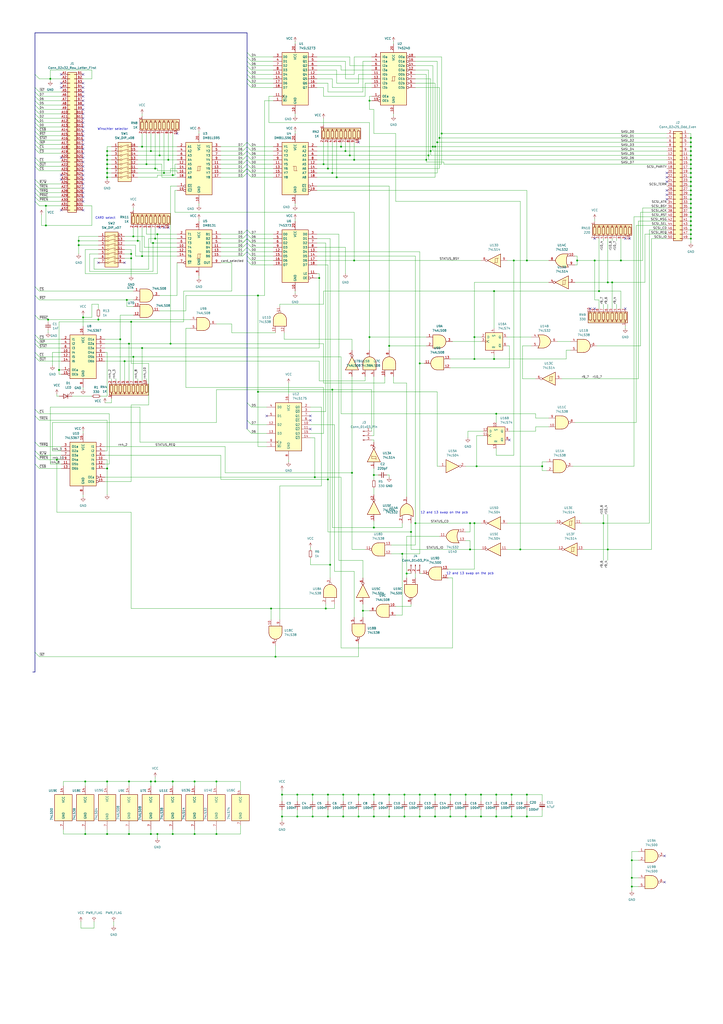
<source format=kicad_sch>
(kicad_sch
	(version 20250114)
	(generator "eeschema")
	(generator_version "9.0")
	(uuid "e19a99fd-b470-4733-b327-0374004eae11")
	(paper "A2" portrait)
	(title_block
		(title "4105-10")
		(date "2024-11-23")
		(rev "Ver 1.00")
		(company "SweProj.com")
	)
	(lib_symbols
		(symbol "74xx:74LS00"
			(pin_names
				(offset 1.016)
			)
			(exclude_from_sim no)
			(in_bom yes)
			(on_board yes)
			(property "Reference" "U"
				(at 0 1.27 0)
				(effects
					(font
						(size 1.27 1.27)
					)
				)
			)
			(property "Value" "74LS00"
				(at 0 -1.27 0)
				(effects
					(font
						(size 1.27 1.27)
					)
				)
			)
			(property "Footprint" ""
				(at 0 0 0)
				(effects
					(font
						(size 1.27 1.27)
					)
					(hide yes)
				)
			)
			(property "Datasheet" "http://www.ti.com/lit/gpn/sn74ls00"
				(at 0 0 0)
				(effects
					(font
						(size 1.27 1.27)
					)
					(hide yes)
				)
			)
			(property "Description" "quad 2-input NAND gate"
				(at 0 0 0)
				(effects
					(font
						(size 1.27 1.27)
					)
					(hide yes)
				)
			)
			(property "ki_locked" ""
				(at 0 0 0)
				(effects
					(font
						(size 1.27 1.27)
					)
				)
			)
			(property "ki_keywords" "TTL nand 2-input"
				(at 0 0 0)
				(effects
					(font
						(size 1.27 1.27)
					)
					(hide yes)
				)
			)
			(property "ki_fp_filters" "DIP*W7.62mm* SO14*"
				(at 0 0 0)
				(effects
					(font
						(size 1.27 1.27)
					)
					(hide yes)
				)
			)
			(symbol "74LS00_1_1"
				(arc
					(start 0 3.81)
					(mid 3.7934 0)
					(end 0 -3.81)
					(stroke
						(width 0.254)
						(type default)
					)
					(fill
						(type background)
					)
				)
				(polyline
					(pts
						(xy 0 3.81) (xy -3.81 3.81) (xy -3.81 -3.81) (xy 0 -3.81)
					)
					(stroke
						(width 0.254)
						(type default)
					)
					(fill
						(type background)
					)
				)
				(pin input line
					(at -7.62 2.54 0)
					(length 3.81)
					(name "~"
						(effects
							(font
								(size 1.27 1.27)
							)
						)
					)
					(number "1"
						(effects
							(font
								(size 1.27 1.27)
							)
						)
					)
				)
				(pin input line
					(at -7.62 -2.54 0)
					(length 3.81)
					(name "~"
						(effects
							(font
								(size 1.27 1.27)
							)
						)
					)
					(number "2"
						(effects
							(font
								(size 1.27 1.27)
							)
						)
					)
				)
				(pin output inverted
					(at 7.62 0 180)
					(length 3.81)
					(name "~"
						(effects
							(font
								(size 1.27 1.27)
							)
						)
					)
					(number "3"
						(effects
							(font
								(size 1.27 1.27)
							)
						)
					)
				)
			)
			(symbol "74LS00_1_2"
				(arc
					(start -3.81 3.81)
					(mid -2.589 0)
					(end -3.81 -3.81)
					(stroke
						(width 0.254)
						(type default)
					)
					(fill
						(type none)
					)
				)
				(polyline
					(pts
						(xy -3.81 3.81) (xy -0.635 3.81)
					)
					(stroke
						(width 0.254)
						(type default)
					)
					(fill
						(type background)
					)
				)
				(polyline
					(pts
						(xy -3.81 -3.81) (xy -0.635 -3.81)
					)
					(stroke
						(width 0.254)
						(type default)
					)
					(fill
						(type background)
					)
				)
				(arc
					(start 3.81 0)
					(mid 2.1855 -2.584)
					(end -0.6096 -3.81)
					(stroke
						(width 0.254)
						(type default)
					)
					(fill
						(type background)
					)
				)
				(arc
					(start -0.6096 3.81)
					(mid 2.1928 2.5924)
					(end 3.81 0)
					(stroke
						(width 0.254)
						(type default)
					)
					(fill
						(type background)
					)
				)
				(polyline
					(pts
						(xy -0.635 3.81) (xy -3.81 3.81) (xy -3.81 3.81) (xy -3.556 3.4036) (xy -3.0226 2.2606) (xy -2.6924 1.0414)
						(xy -2.6162 -0.254) (xy -2.7686 -1.4986) (xy -3.175 -2.7178) (xy -3.81 -3.81) (xy -3.81 -3.81)
						(xy -0.635 -3.81)
					)
					(stroke
						(width -25.4)
						(type default)
					)
					(fill
						(type background)
					)
				)
				(pin input inverted
					(at -7.62 2.54 0)
					(length 4.318)
					(name "~"
						(effects
							(font
								(size 1.27 1.27)
							)
						)
					)
					(number "1"
						(effects
							(font
								(size 1.27 1.27)
							)
						)
					)
				)
				(pin input inverted
					(at -7.62 -2.54 0)
					(length 4.318)
					(name "~"
						(effects
							(font
								(size 1.27 1.27)
							)
						)
					)
					(number "2"
						(effects
							(font
								(size 1.27 1.27)
							)
						)
					)
				)
				(pin output line
					(at 7.62 0 180)
					(length 3.81)
					(name "~"
						(effects
							(font
								(size 1.27 1.27)
							)
						)
					)
					(number "3"
						(effects
							(font
								(size 1.27 1.27)
							)
						)
					)
				)
			)
			(symbol "74LS00_2_1"
				(arc
					(start 0 3.81)
					(mid 3.7934 0)
					(end 0 -3.81)
					(stroke
						(width 0.254)
						(type default)
					)
					(fill
						(type background)
					)
				)
				(polyline
					(pts
						(xy 0 3.81) (xy -3.81 3.81) (xy -3.81 -3.81) (xy 0 -3.81)
					)
					(stroke
						(width 0.254)
						(type default)
					)
					(fill
						(type background)
					)
				)
				(pin input line
					(at -7.62 2.54 0)
					(length 3.81)
					(name "~"
						(effects
							(font
								(size 1.27 1.27)
							)
						)
					)
					(number "4"
						(effects
							(font
								(size 1.27 1.27)
							)
						)
					)
				)
				(pin input line
					(at -7.62 -2.54 0)
					(length 3.81)
					(name "~"
						(effects
							(font
								(size 1.27 1.27)
							)
						)
					)
					(number "5"
						(effects
							(font
								(size 1.27 1.27)
							)
						)
					)
				)
				(pin output inverted
					(at 7.62 0 180)
					(length 3.81)
					(name "~"
						(effects
							(font
								(size 1.27 1.27)
							)
						)
					)
					(number "6"
						(effects
							(font
								(size 1.27 1.27)
							)
						)
					)
				)
			)
			(symbol "74LS00_2_2"
				(arc
					(start -3.81 3.81)
					(mid -2.589 0)
					(end -3.81 -3.81)
					(stroke
						(width 0.254)
						(type default)
					)
					(fill
						(type none)
					)
				)
				(polyline
					(pts
						(xy -3.81 3.81) (xy -0.635 3.81)
					)
					(stroke
						(width 0.254)
						(type default)
					)
					(fill
						(type background)
					)
				)
				(polyline
					(pts
						(xy -3.81 -3.81) (xy -0.635 -3.81)
					)
					(stroke
						(width 0.254)
						(type default)
					)
					(fill
						(type background)
					)
				)
				(arc
					(start 3.81 0)
					(mid 2.1855 -2.584)
					(end -0.6096 -3.81)
					(stroke
						(width 0.254)
						(type default)
					)
					(fill
						(type background)
					)
				)
				(arc
					(start -0.6096 3.81)
					(mid 2.1928 2.5924)
					(end 3.81 0)
					(stroke
						(width 0.254)
						(type default)
					)
					(fill
						(type background)
					)
				)
				(polyline
					(pts
						(xy -0.635 3.81) (xy -3.81 3.81) (xy -3.81 3.81) (xy -3.556 3.4036) (xy -3.0226 2.2606) (xy -2.6924 1.0414)
						(xy -2.6162 -0.254) (xy -2.7686 -1.4986) (xy -3.175 -2.7178) (xy -3.81 -3.81) (xy -3.81 -3.81)
						(xy -0.635 -3.81)
					)
					(stroke
						(width -25.4)
						(type default)
					)
					(fill
						(type background)
					)
				)
				(pin input inverted
					(at -7.62 2.54 0)
					(length 4.318)
					(name "~"
						(effects
							(font
								(size 1.27 1.27)
							)
						)
					)
					(number "4"
						(effects
							(font
								(size 1.27 1.27)
							)
						)
					)
				)
				(pin input inverted
					(at -7.62 -2.54 0)
					(length 4.318)
					(name "~"
						(effects
							(font
								(size 1.27 1.27)
							)
						)
					)
					(number "5"
						(effects
							(font
								(size 1.27 1.27)
							)
						)
					)
				)
				(pin output line
					(at 7.62 0 180)
					(length 3.81)
					(name "~"
						(effects
							(font
								(size 1.27 1.27)
							)
						)
					)
					(number "6"
						(effects
							(font
								(size 1.27 1.27)
							)
						)
					)
				)
			)
			(symbol "74LS00_3_1"
				(arc
					(start 0 3.81)
					(mid 3.7934 0)
					(end 0 -3.81)
					(stroke
						(width 0.254)
						(type default)
					)
					(fill
						(type background)
					)
				)
				(polyline
					(pts
						(xy 0 3.81) (xy -3.81 3.81) (xy -3.81 -3.81) (xy 0 -3.81)
					)
					(stroke
						(width 0.254)
						(type default)
					)
					(fill
						(type background)
					)
				)
				(pin input line
					(at -7.62 2.54 0)
					(length 3.81)
					(name "~"
						(effects
							(font
								(size 1.27 1.27)
							)
						)
					)
					(number "9"
						(effects
							(font
								(size 1.27 1.27)
							)
						)
					)
				)
				(pin input line
					(at -7.62 -2.54 0)
					(length 3.81)
					(name "~"
						(effects
							(font
								(size 1.27 1.27)
							)
						)
					)
					(number "10"
						(effects
							(font
								(size 1.27 1.27)
							)
						)
					)
				)
				(pin output inverted
					(at 7.62 0 180)
					(length 3.81)
					(name "~"
						(effects
							(font
								(size 1.27 1.27)
							)
						)
					)
					(number "8"
						(effects
							(font
								(size 1.27 1.27)
							)
						)
					)
				)
			)
			(symbol "74LS00_3_2"
				(arc
					(start -3.81 3.81)
					(mid -2.589 0)
					(end -3.81 -3.81)
					(stroke
						(width 0.254)
						(type default)
					)
					(fill
						(type none)
					)
				)
				(polyline
					(pts
						(xy -3.81 3.81) (xy -0.635 3.81)
					)
					(stroke
						(width 0.254)
						(type default)
					)
					(fill
						(type background)
					)
				)
				(polyline
					(pts
						(xy -3.81 -3.81) (xy -0.635 -3.81)
					)
					(stroke
						(width 0.254)
						(type default)
					)
					(fill
						(type background)
					)
				)
				(arc
					(start 3.81 0)
					(mid 2.1855 -2.584)
					(end -0.6096 -3.81)
					(stroke
						(width 0.254)
						(type default)
					)
					(fill
						(type background)
					)
				)
				(arc
					(start -0.6096 3.81)
					(mid 2.1928 2.5924)
					(end 3.81 0)
					(stroke
						(width 0.254)
						(type default)
					)
					(fill
						(type background)
					)
				)
				(polyline
					(pts
						(xy -0.635 3.81) (xy -3.81 3.81) (xy -3.81 3.81) (xy -3.556 3.4036) (xy -3.0226 2.2606) (xy -2.6924 1.0414)
						(xy -2.6162 -0.254) (xy -2.7686 -1.4986) (xy -3.175 -2.7178) (xy -3.81 -3.81) (xy -3.81 -3.81)
						(xy -0.635 -3.81)
					)
					(stroke
						(width -25.4)
						(type default)
					)
					(fill
						(type background)
					)
				)
				(pin input inverted
					(at -7.62 2.54 0)
					(length 4.318)
					(name "~"
						(effects
							(font
								(size 1.27 1.27)
							)
						)
					)
					(number "9"
						(effects
							(font
								(size 1.27 1.27)
							)
						)
					)
				)
				(pin input inverted
					(at -7.62 -2.54 0)
					(length 4.318)
					(name "~"
						(effects
							(font
								(size 1.27 1.27)
							)
						)
					)
					(number "10"
						(effects
							(font
								(size 1.27 1.27)
							)
						)
					)
				)
				(pin output line
					(at 7.62 0 180)
					(length 3.81)
					(name "~"
						(effects
							(font
								(size 1.27 1.27)
							)
						)
					)
					(number "8"
						(effects
							(font
								(size 1.27 1.27)
							)
						)
					)
				)
			)
			(symbol "74LS00_4_1"
				(arc
					(start 0 3.81)
					(mid 3.7934 0)
					(end 0 -3.81)
					(stroke
						(width 0.254)
						(type default)
					)
					(fill
						(type background)
					)
				)
				(polyline
					(pts
						(xy 0 3.81) (xy -3.81 3.81) (xy -3.81 -3.81) (xy 0 -3.81)
					)
					(stroke
						(width 0.254)
						(type default)
					)
					(fill
						(type background)
					)
				)
				(pin input line
					(at -7.62 2.54 0)
					(length 3.81)
					(name "~"
						(effects
							(font
								(size 1.27 1.27)
							)
						)
					)
					(number "12"
						(effects
							(font
								(size 1.27 1.27)
							)
						)
					)
				)
				(pin input line
					(at -7.62 -2.54 0)
					(length 3.81)
					(name "~"
						(effects
							(font
								(size 1.27 1.27)
							)
						)
					)
					(number "13"
						(effects
							(font
								(size 1.27 1.27)
							)
						)
					)
				)
				(pin output inverted
					(at 7.62 0 180)
					(length 3.81)
					(name "~"
						(effects
							(font
								(size 1.27 1.27)
							)
						)
					)
					(number "11"
						(effects
							(font
								(size 1.27 1.27)
							)
						)
					)
				)
			)
			(symbol "74LS00_4_2"
				(arc
					(start -3.81 3.81)
					(mid -2.589 0)
					(end -3.81 -3.81)
					(stroke
						(width 0.254)
						(type default)
					)
					(fill
						(type none)
					)
				)
				(polyline
					(pts
						(xy -3.81 3.81) (xy -0.635 3.81)
					)
					(stroke
						(width 0.254)
						(type default)
					)
					(fill
						(type background)
					)
				)
				(polyline
					(pts
						(xy -3.81 -3.81) (xy -0.635 -3.81)
					)
					(stroke
						(width 0.254)
						(type default)
					)
					(fill
						(type background)
					)
				)
				(arc
					(start 3.81 0)
					(mid 2.1855 -2.584)
					(end -0.6096 -3.81)
					(stroke
						(width 0.254)
						(type default)
					)
					(fill
						(type background)
					)
				)
				(arc
					(start -0.6096 3.81)
					(mid 2.1928 2.5924)
					(end 3.81 0)
					(stroke
						(width 0.254)
						(type default)
					)
					(fill
						(type background)
					)
				)
				(polyline
					(pts
						(xy -0.635 3.81) (xy -3.81 3.81) (xy -3.81 3.81) (xy -3.556 3.4036) (xy -3.0226 2.2606) (xy -2.6924 1.0414)
						(xy -2.6162 -0.254) (xy -2.7686 -1.4986) (xy -3.175 -2.7178) (xy -3.81 -3.81) (xy -3.81 -3.81)
						(xy -0.635 -3.81)
					)
					(stroke
						(width -25.4)
						(type default)
					)
					(fill
						(type background)
					)
				)
				(pin input inverted
					(at -7.62 2.54 0)
					(length 4.318)
					(name "~"
						(effects
							(font
								(size 1.27 1.27)
							)
						)
					)
					(number "12"
						(effects
							(font
								(size 1.27 1.27)
							)
						)
					)
				)
				(pin input inverted
					(at -7.62 -2.54 0)
					(length 4.318)
					(name "~"
						(effects
							(font
								(size 1.27 1.27)
							)
						)
					)
					(number "13"
						(effects
							(font
								(size 1.27 1.27)
							)
						)
					)
				)
				(pin output line
					(at 7.62 0 180)
					(length 3.81)
					(name "~"
						(effects
							(font
								(size 1.27 1.27)
							)
						)
					)
					(number "11"
						(effects
							(font
								(size 1.27 1.27)
							)
						)
					)
				)
			)
			(symbol "74LS00_5_0"
				(pin power_in line
					(at 0 12.7 270)
					(length 5.08)
					(name "VCC"
						(effects
							(font
								(size 1.27 1.27)
							)
						)
					)
					(number "14"
						(effects
							(font
								(size 1.27 1.27)
							)
						)
					)
				)
				(pin power_in line
					(at 0 -12.7 90)
					(length 5.08)
					(name "GND"
						(effects
							(font
								(size 1.27 1.27)
							)
						)
					)
					(number "7"
						(effects
							(font
								(size 1.27 1.27)
							)
						)
					)
				)
			)
			(symbol "74LS00_5_1"
				(rectangle
					(start -5.08 7.62)
					(end 5.08 -7.62)
					(stroke
						(width 0.254)
						(type default)
					)
					(fill
						(type background)
					)
				)
			)
			(embedded_fonts no)
		)
		(symbol "74xx:74LS04"
			(exclude_from_sim no)
			(in_bom yes)
			(on_board yes)
			(property "Reference" "U"
				(at 0 1.27 0)
				(effects
					(font
						(size 1.27 1.27)
					)
				)
			)
			(property "Value" "74LS04"
				(at 0 -1.27 0)
				(effects
					(font
						(size 1.27 1.27)
					)
				)
			)
			(property "Footprint" ""
				(at 0 0 0)
				(effects
					(font
						(size 1.27 1.27)
					)
					(hide yes)
				)
			)
			(property "Datasheet" "http://www.ti.com/lit/gpn/sn74LS04"
				(at 0 0 0)
				(effects
					(font
						(size 1.27 1.27)
					)
					(hide yes)
				)
			)
			(property "Description" "Hex Inverter"
				(at 0 0 0)
				(effects
					(font
						(size 1.27 1.27)
					)
					(hide yes)
				)
			)
			(property "ki_locked" ""
				(at 0 0 0)
				(effects
					(font
						(size 1.27 1.27)
					)
				)
			)
			(property "ki_keywords" "TTL not inv"
				(at 0 0 0)
				(effects
					(font
						(size 1.27 1.27)
					)
					(hide yes)
				)
			)
			(property "ki_fp_filters" "DIP*W7.62mm* SSOP?14* TSSOP?14*"
				(at 0 0 0)
				(effects
					(font
						(size 1.27 1.27)
					)
					(hide yes)
				)
			)
			(symbol "74LS04_1_0"
				(polyline
					(pts
						(xy -3.81 3.81) (xy -3.81 -3.81) (xy 3.81 0) (xy -3.81 3.81)
					)
					(stroke
						(width 0.254)
						(type default)
					)
					(fill
						(type background)
					)
				)
				(pin input line
					(at -7.62 0 0)
					(length 3.81)
					(name "~"
						(effects
							(font
								(size 1.27 1.27)
							)
						)
					)
					(number "1"
						(effects
							(font
								(size 1.27 1.27)
							)
						)
					)
				)
				(pin output inverted
					(at 7.62 0 180)
					(length 3.81)
					(name "~"
						(effects
							(font
								(size 1.27 1.27)
							)
						)
					)
					(number "2"
						(effects
							(font
								(size 1.27 1.27)
							)
						)
					)
				)
			)
			(symbol "74LS04_2_0"
				(polyline
					(pts
						(xy -3.81 3.81) (xy -3.81 -3.81) (xy 3.81 0) (xy -3.81 3.81)
					)
					(stroke
						(width 0.254)
						(type default)
					)
					(fill
						(type background)
					)
				)
				(pin input line
					(at -7.62 0 0)
					(length 3.81)
					(name "~"
						(effects
							(font
								(size 1.27 1.27)
							)
						)
					)
					(number "3"
						(effects
							(font
								(size 1.27 1.27)
							)
						)
					)
				)
				(pin output inverted
					(at 7.62 0 180)
					(length 3.81)
					(name "~"
						(effects
							(font
								(size 1.27 1.27)
							)
						)
					)
					(number "4"
						(effects
							(font
								(size 1.27 1.27)
							)
						)
					)
				)
			)
			(symbol "74LS04_3_0"
				(polyline
					(pts
						(xy -3.81 3.81) (xy -3.81 -3.81) (xy 3.81 0) (xy -3.81 3.81)
					)
					(stroke
						(width 0.254)
						(type default)
					)
					(fill
						(type background)
					)
				)
				(pin input line
					(at -7.62 0 0)
					(length 3.81)
					(name "~"
						(effects
							(font
								(size 1.27 1.27)
							)
						)
					)
					(number "5"
						(effects
							(font
								(size 1.27 1.27)
							)
						)
					)
				)
				(pin output inverted
					(at 7.62 0 180)
					(length 3.81)
					(name "~"
						(effects
							(font
								(size 1.27 1.27)
							)
						)
					)
					(number "6"
						(effects
							(font
								(size 1.27 1.27)
							)
						)
					)
				)
			)
			(symbol "74LS04_4_0"
				(polyline
					(pts
						(xy -3.81 3.81) (xy -3.81 -3.81) (xy 3.81 0) (xy -3.81 3.81)
					)
					(stroke
						(width 0.254)
						(type default)
					)
					(fill
						(type background)
					)
				)
				(pin input line
					(at -7.62 0 0)
					(length 3.81)
					(name "~"
						(effects
							(font
								(size 1.27 1.27)
							)
						)
					)
					(number "9"
						(effects
							(font
								(size 1.27 1.27)
							)
						)
					)
				)
				(pin output inverted
					(at 7.62 0 180)
					(length 3.81)
					(name "~"
						(effects
							(font
								(size 1.27 1.27)
							)
						)
					)
					(number "8"
						(effects
							(font
								(size 1.27 1.27)
							)
						)
					)
				)
			)
			(symbol "74LS04_5_0"
				(polyline
					(pts
						(xy -3.81 3.81) (xy -3.81 -3.81) (xy 3.81 0) (xy -3.81 3.81)
					)
					(stroke
						(width 0.254)
						(type default)
					)
					(fill
						(type background)
					)
				)
				(pin input line
					(at -7.62 0 0)
					(length 3.81)
					(name "~"
						(effects
							(font
								(size 1.27 1.27)
							)
						)
					)
					(number "11"
						(effects
							(font
								(size 1.27 1.27)
							)
						)
					)
				)
				(pin output inverted
					(at 7.62 0 180)
					(length 3.81)
					(name "~"
						(effects
							(font
								(size 1.27 1.27)
							)
						)
					)
					(number "10"
						(effects
							(font
								(size 1.27 1.27)
							)
						)
					)
				)
			)
			(symbol "74LS04_6_0"
				(polyline
					(pts
						(xy -3.81 3.81) (xy -3.81 -3.81) (xy 3.81 0) (xy -3.81 3.81)
					)
					(stroke
						(width 0.254)
						(type default)
					)
					(fill
						(type background)
					)
				)
				(pin input line
					(at -7.62 0 0)
					(length 3.81)
					(name "~"
						(effects
							(font
								(size 1.27 1.27)
							)
						)
					)
					(number "13"
						(effects
							(font
								(size 1.27 1.27)
							)
						)
					)
				)
				(pin output inverted
					(at 7.62 0 180)
					(length 3.81)
					(name "~"
						(effects
							(font
								(size 1.27 1.27)
							)
						)
					)
					(number "12"
						(effects
							(font
								(size 1.27 1.27)
							)
						)
					)
				)
			)
			(symbol "74LS04_7_0"
				(pin power_in line
					(at 0 12.7 270)
					(length 5.08)
					(name "VCC"
						(effects
							(font
								(size 1.27 1.27)
							)
						)
					)
					(number "14"
						(effects
							(font
								(size 1.27 1.27)
							)
						)
					)
				)
				(pin power_in line
					(at 0 -12.7 90)
					(length 5.08)
					(name "GND"
						(effects
							(font
								(size 1.27 1.27)
							)
						)
					)
					(number "7"
						(effects
							(font
								(size 1.27 1.27)
							)
						)
					)
				)
			)
			(symbol "74LS04_7_1"
				(rectangle
					(start -5.08 7.62)
					(end 5.08 -7.62)
					(stroke
						(width 0.254)
						(type default)
					)
					(fill
						(type background)
					)
				)
			)
			(embedded_fonts no)
		)
		(symbol "74xx:74LS08"
			(pin_names
				(offset 1.016)
			)
			(exclude_from_sim no)
			(in_bom yes)
			(on_board yes)
			(property "Reference" "U"
				(at 0 1.27 0)
				(effects
					(font
						(size 1.27 1.27)
					)
				)
			)
			(property "Value" "74LS08"
				(at 0 -1.27 0)
				(effects
					(font
						(size 1.27 1.27)
					)
				)
			)
			(property "Footprint" ""
				(at 0 0 0)
				(effects
					(font
						(size 1.27 1.27)
					)
					(hide yes)
				)
			)
			(property "Datasheet" "http://www.ti.com/lit/gpn/sn74LS08"
				(at 0 0 0)
				(effects
					(font
						(size 1.27 1.27)
					)
					(hide yes)
				)
			)
			(property "Description" "Quad And2"
				(at 0 0 0)
				(effects
					(font
						(size 1.27 1.27)
					)
					(hide yes)
				)
			)
			(property "ki_locked" ""
				(at 0 0 0)
				(effects
					(font
						(size 1.27 1.27)
					)
				)
			)
			(property "ki_keywords" "TTL and2"
				(at 0 0 0)
				(effects
					(font
						(size 1.27 1.27)
					)
					(hide yes)
				)
			)
			(property "ki_fp_filters" "DIP*W7.62mm*"
				(at 0 0 0)
				(effects
					(font
						(size 1.27 1.27)
					)
					(hide yes)
				)
			)
			(symbol "74LS08_1_1"
				(arc
					(start 0 3.81)
					(mid 3.7934 0)
					(end 0 -3.81)
					(stroke
						(width 0.254)
						(type default)
					)
					(fill
						(type background)
					)
				)
				(polyline
					(pts
						(xy 0 3.81) (xy -3.81 3.81) (xy -3.81 -3.81) (xy 0 -3.81)
					)
					(stroke
						(width 0.254)
						(type default)
					)
					(fill
						(type background)
					)
				)
				(pin input line
					(at -7.62 2.54 0)
					(length 3.81)
					(name "~"
						(effects
							(font
								(size 1.27 1.27)
							)
						)
					)
					(number "1"
						(effects
							(font
								(size 1.27 1.27)
							)
						)
					)
				)
				(pin input line
					(at -7.62 -2.54 0)
					(length 3.81)
					(name "~"
						(effects
							(font
								(size 1.27 1.27)
							)
						)
					)
					(number "2"
						(effects
							(font
								(size 1.27 1.27)
							)
						)
					)
				)
				(pin output line
					(at 7.62 0 180)
					(length 3.81)
					(name "~"
						(effects
							(font
								(size 1.27 1.27)
							)
						)
					)
					(number "3"
						(effects
							(font
								(size 1.27 1.27)
							)
						)
					)
				)
			)
			(symbol "74LS08_1_2"
				(arc
					(start -3.81 3.81)
					(mid -2.589 0)
					(end -3.81 -3.81)
					(stroke
						(width 0.254)
						(type default)
					)
					(fill
						(type none)
					)
				)
				(polyline
					(pts
						(xy -3.81 3.81) (xy -0.635 3.81)
					)
					(stroke
						(width 0.254)
						(type default)
					)
					(fill
						(type background)
					)
				)
				(polyline
					(pts
						(xy -3.81 -3.81) (xy -0.635 -3.81)
					)
					(stroke
						(width 0.254)
						(type default)
					)
					(fill
						(type background)
					)
				)
				(arc
					(start 3.81 0)
					(mid 2.1855 -2.584)
					(end -0.6096 -3.81)
					(stroke
						(width 0.254)
						(type default)
					)
					(fill
						(type background)
					)
				)
				(arc
					(start -0.6096 3.81)
					(mid 2.1928 2.5924)
					(end 3.81 0)
					(stroke
						(width 0.254)
						(type default)
					)
					(fill
						(type background)
					)
				)
				(polyline
					(pts
						(xy -0.635 3.81) (xy -3.81 3.81) (xy -3.81 3.81) (xy -3.556 3.4036) (xy -3.0226 2.2606) (xy -2.6924 1.0414)
						(xy -2.6162 -0.254) (xy -2.7686 -1.4986) (xy -3.175 -2.7178) (xy -3.81 -3.81) (xy -3.81 -3.81)
						(xy -0.635 -3.81)
					)
					(stroke
						(width -25.4)
						(type default)
					)
					(fill
						(type background)
					)
				)
				(pin input inverted
					(at -7.62 2.54 0)
					(length 4.318)
					(name "~"
						(effects
							(font
								(size 1.27 1.27)
							)
						)
					)
					(number "1"
						(effects
							(font
								(size 1.27 1.27)
							)
						)
					)
				)
				(pin input inverted
					(at -7.62 -2.54 0)
					(length 4.318)
					(name "~"
						(effects
							(font
								(size 1.27 1.27)
							)
						)
					)
					(number "2"
						(effects
							(font
								(size 1.27 1.27)
							)
						)
					)
				)
				(pin output inverted
					(at 7.62 0 180)
					(length 3.81)
					(name "~"
						(effects
							(font
								(size 1.27 1.27)
							)
						)
					)
					(number "3"
						(effects
							(font
								(size 1.27 1.27)
							)
						)
					)
				)
			)
			(symbol "74LS08_2_1"
				(arc
					(start 0 3.81)
					(mid 3.7934 0)
					(end 0 -3.81)
					(stroke
						(width 0.254)
						(type default)
					)
					(fill
						(type background)
					)
				)
				(polyline
					(pts
						(xy 0 3.81) (xy -3.81 3.81) (xy -3.81 -3.81) (xy 0 -3.81)
					)
					(stroke
						(width 0.254)
						(type default)
					)
					(fill
						(type background)
					)
				)
				(pin input line
					(at -7.62 2.54 0)
					(length 3.81)
					(name "~"
						(effects
							(font
								(size 1.27 1.27)
							)
						)
					)
					(number "4"
						(effects
							(font
								(size 1.27 1.27)
							)
						)
					)
				)
				(pin input line
					(at -7.62 -2.54 0)
					(length 3.81)
					(name "~"
						(effects
							(font
								(size 1.27 1.27)
							)
						)
					)
					(number "5"
						(effects
							(font
								(size 1.27 1.27)
							)
						)
					)
				)
				(pin output line
					(at 7.62 0 180)
					(length 3.81)
					(name "~"
						(effects
							(font
								(size 1.27 1.27)
							)
						)
					)
					(number "6"
						(effects
							(font
								(size 1.27 1.27)
							)
						)
					)
				)
			)
			(symbol "74LS08_2_2"
				(arc
					(start -3.81 3.81)
					(mid -2.589 0)
					(end -3.81 -3.81)
					(stroke
						(width 0.254)
						(type default)
					)
					(fill
						(type none)
					)
				)
				(polyline
					(pts
						(xy -3.81 3.81) (xy -0.635 3.81)
					)
					(stroke
						(width 0.254)
						(type default)
					)
					(fill
						(type background)
					)
				)
				(polyline
					(pts
						(xy -3.81 -3.81) (xy -0.635 -3.81)
					)
					(stroke
						(width 0.254)
						(type default)
					)
					(fill
						(type background)
					)
				)
				(arc
					(start 3.81 0)
					(mid 2.1855 -2.584)
					(end -0.6096 -3.81)
					(stroke
						(width 0.254)
						(type default)
					)
					(fill
						(type background)
					)
				)
				(arc
					(start -0.6096 3.81)
					(mid 2.1928 2.5924)
					(end 3.81 0)
					(stroke
						(width 0.254)
						(type default)
					)
					(fill
						(type background)
					)
				)
				(polyline
					(pts
						(xy -0.635 3.81) (xy -3.81 3.81) (xy -3.81 3.81) (xy -3.556 3.4036) (xy -3.0226 2.2606) (xy -2.6924 1.0414)
						(xy -2.6162 -0.254) (xy -2.7686 -1.4986) (xy -3.175 -2.7178) (xy -3.81 -3.81) (xy -3.81 -3.81)
						(xy -0.635 -3.81)
					)
					(stroke
						(width -25.4)
						(type default)
					)
					(fill
						(type background)
					)
				)
				(pin input inverted
					(at -7.62 2.54 0)
					(length 4.318)
					(name "~"
						(effects
							(font
								(size 1.27 1.27)
							)
						)
					)
					(number "4"
						(effects
							(font
								(size 1.27 1.27)
							)
						)
					)
				)
				(pin input inverted
					(at -7.62 -2.54 0)
					(length 4.318)
					(name "~"
						(effects
							(font
								(size 1.27 1.27)
							)
						)
					)
					(number "5"
						(effects
							(font
								(size 1.27 1.27)
							)
						)
					)
				)
				(pin output inverted
					(at 7.62 0 180)
					(length 3.81)
					(name "~"
						(effects
							(font
								(size 1.27 1.27)
							)
						)
					)
					(number "6"
						(effects
							(font
								(size 1.27 1.27)
							)
						)
					)
				)
			)
			(symbol "74LS08_3_1"
				(arc
					(start 0 3.81)
					(mid 3.7934 0)
					(end 0 -3.81)
					(stroke
						(width 0.254)
						(type default)
					)
					(fill
						(type background)
					)
				)
				(polyline
					(pts
						(xy 0 3.81) (xy -3.81 3.81) (xy -3.81 -3.81) (xy 0 -3.81)
					)
					(stroke
						(width 0.254)
						(type default)
					)
					(fill
						(type background)
					)
				)
				(pin input line
					(at -7.62 2.54 0)
					(length 3.81)
					(name "~"
						(effects
							(font
								(size 1.27 1.27)
							)
						)
					)
					(number "9"
						(effects
							(font
								(size 1.27 1.27)
							)
						)
					)
				)
				(pin input line
					(at -7.62 -2.54 0)
					(length 3.81)
					(name "~"
						(effects
							(font
								(size 1.27 1.27)
							)
						)
					)
					(number "10"
						(effects
							(font
								(size 1.27 1.27)
							)
						)
					)
				)
				(pin output line
					(at 7.62 0 180)
					(length 3.81)
					(name "~"
						(effects
							(font
								(size 1.27 1.27)
							)
						)
					)
					(number "8"
						(effects
							(font
								(size 1.27 1.27)
							)
						)
					)
				)
			)
			(symbol "74LS08_3_2"
				(arc
					(start -3.81 3.81)
					(mid -2.589 0)
					(end -3.81 -3.81)
					(stroke
						(width 0.254)
						(type default)
					)
					(fill
						(type none)
					)
				)
				(polyline
					(pts
						(xy -3.81 3.81) (xy -0.635 3.81)
					)
					(stroke
						(width 0.254)
						(type default)
					)
					(fill
						(type background)
					)
				)
				(polyline
					(pts
						(xy -3.81 -3.81) (xy -0.635 -3.81)
					)
					(stroke
						(width 0.254)
						(type default)
					)
					(fill
						(type background)
					)
				)
				(arc
					(start 3.81 0)
					(mid 2.1855 -2.584)
					(end -0.6096 -3.81)
					(stroke
						(width 0.254)
						(type default)
					)
					(fill
						(type background)
					)
				)
				(arc
					(start -0.6096 3.81)
					(mid 2.1928 2.5924)
					(end 3.81 0)
					(stroke
						(width 0.254)
						(type default)
					)
					(fill
						(type background)
					)
				)
				(polyline
					(pts
						(xy -0.635 3.81) (xy -3.81 3.81) (xy -3.81 3.81) (xy -3.556 3.4036) (xy -3.0226 2.2606) (xy -2.6924 1.0414)
						(xy -2.6162 -0.254) (xy -2.7686 -1.4986) (xy -3.175 -2.7178) (xy -3.81 -3.81) (xy -3.81 -3.81)
						(xy -0.635 -3.81)
					)
					(stroke
						(width -25.4)
						(type default)
					)
					(fill
						(type background)
					)
				)
				(pin input inverted
					(at -7.62 2.54 0)
					(length 4.318)
					(name "~"
						(effects
							(font
								(size 1.27 1.27)
							)
						)
					)
					(number "9"
						(effects
							(font
								(size 1.27 1.27)
							)
						)
					)
				)
				(pin input inverted
					(at -7.62 -2.54 0)
					(length 4.318)
					(name "~"
						(effects
							(font
								(size 1.27 1.27)
							)
						)
					)
					(number "10"
						(effects
							(font
								(size 1.27 1.27)
							)
						)
					)
				)
				(pin output inverted
					(at 7.62 0 180)
					(length 3.81)
					(name "~"
						(effects
							(font
								(size 1.27 1.27)
							)
						)
					)
					(number "8"
						(effects
							(font
								(size 1.27 1.27)
							)
						)
					)
				)
			)
			(symbol "74LS08_4_1"
				(arc
					(start 0 3.81)
					(mid 3.7934 0)
					(end 0 -3.81)
					(stroke
						(width 0.254)
						(type default)
					)
					(fill
						(type background)
					)
				)
				(polyline
					(pts
						(xy 0 3.81) (xy -3.81 3.81) (xy -3.81 -3.81) (xy 0 -3.81)
					)
					(stroke
						(width 0.254)
						(type default)
					)
					(fill
						(type background)
					)
				)
				(pin input line
					(at -7.62 2.54 0)
					(length 3.81)
					(name "~"
						(effects
							(font
								(size 1.27 1.27)
							)
						)
					)
					(number "12"
						(effects
							(font
								(size 1.27 1.27)
							)
						)
					)
				)
				(pin input line
					(at -7.62 -2.54 0)
					(length 3.81)
					(name "~"
						(effects
							(font
								(size 1.27 1.27)
							)
						)
					)
					(number "13"
						(effects
							(font
								(size 1.27 1.27)
							)
						)
					)
				)
				(pin output line
					(at 7.62 0 180)
					(length 3.81)
					(name "~"
						(effects
							(font
								(size 1.27 1.27)
							)
						)
					)
					(number "11"
						(effects
							(font
								(size 1.27 1.27)
							)
						)
					)
				)
			)
			(symbol "74LS08_4_2"
				(arc
					(start -3.81 3.81)
					(mid -2.589 0)
					(end -3.81 -3.81)
					(stroke
						(width 0.254)
						(type default)
					)
					(fill
						(type none)
					)
				)
				(polyline
					(pts
						(xy -3.81 3.81) (xy -0.635 3.81)
					)
					(stroke
						(width 0.254)
						(type default)
					)
					(fill
						(type background)
					)
				)
				(polyline
					(pts
						(xy -3.81 -3.81) (xy -0.635 -3.81)
					)
					(stroke
						(width 0.254)
						(type default)
					)
					(fill
						(type background)
					)
				)
				(arc
					(start 3.81 0)
					(mid 2.1855 -2.584)
					(end -0.6096 -3.81)
					(stroke
						(width 0.254)
						(type default)
					)
					(fill
						(type background)
					)
				)
				(arc
					(start -0.6096 3.81)
					(mid 2.1928 2.5924)
					(end 3.81 0)
					(stroke
						(width 0.254)
						(type default)
					)
					(fill
						(type background)
					)
				)
				(polyline
					(pts
						(xy -0.635 3.81) (xy -3.81 3.81) (xy -3.81 3.81) (xy -3.556 3.4036) (xy -3.0226 2.2606) (xy -2.6924 1.0414)
						(xy -2.6162 -0.254) (xy -2.7686 -1.4986) (xy -3.175 -2.7178) (xy -3.81 -3.81) (xy -3.81 -3.81)
						(xy -0.635 -3.81)
					)
					(stroke
						(width -25.4)
						(type default)
					)
					(fill
						(type background)
					)
				)
				(pin input inverted
					(at -7.62 2.54 0)
					(length 4.318)
					(name "~"
						(effects
							(font
								(size 1.27 1.27)
							)
						)
					)
					(number "12"
						(effects
							(font
								(size 1.27 1.27)
							)
						)
					)
				)
				(pin input inverted
					(at -7.62 -2.54 0)
					(length 4.318)
					(name "~"
						(effects
							(font
								(size 1.27 1.27)
							)
						)
					)
					(number "13"
						(effects
							(font
								(size 1.27 1.27)
							)
						)
					)
				)
				(pin output inverted
					(at 7.62 0 180)
					(length 3.81)
					(name "~"
						(effects
							(font
								(size 1.27 1.27)
							)
						)
					)
					(number "11"
						(effects
							(font
								(size 1.27 1.27)
							)
						)
					)
				)
			)
			(symbol "74LS08_5_0"
				(pin power_in line
					(at 0 12.7 270)
					(length 5.08)
					(name "VCC"
						(effects
							(font
								(size 1.27 1.27)
							)
						)
					)
					(number "14"
						(effects
							(font
								(size 1.27 1.27)
							)
						)
					)
				)
				(pin power_in line
					(at 0 -12.7 90)
					(length 5.08)
					(name "GND"
						(effects
							(font
								(size 1.27 1.27)
							)
						)
					)
					(number "7"
						(effects
							(font
								(size 1.27 1.27)
							)
						)
					)
				)
			)
			(symbol "74LS08_5_1"
				(rectangle
					(start -5.08 7.62)
					(end 5.08 -7.62)
					(stroke
						(width 0.254)
						(type default)
					)
					(fill
						(type background)
					)
				)
			)
			(embedded_fonts no)
		)
		(symbol "74xx:74LS14"
			(pin_names
				(offset 1.016)
			)
			(exclude_from_sim no)
			(in_bom yes)
			(on_board yes)
			(property "Reference" "U"
				(at 0 1.27 0)
				(effects
					(font
						(size 1.27 1.27)
					)
				)
			)
			(property "Value" "74LS14"
				(at 0 -1.27 0)
				(effects
					(font
						(size 1.27 1.27)
					)
				)
			)
			(property "Footprint" ""
				(at 0 0 0)
				(effects
					(font
						(size 1.27 1.27)
					)
					(hide yes)
				)
			)
			(property "Datasheet" "http://www.ti.com/lit/gpn/sn74LS14"
				(at 0 0 0)
				(effects
					(font
						(size 1.27 1.27)
					)
					(hide yes)
				)
			)
			(property "Description" "Hex inverter schmitt trigger"
				(at 0 0 0)
				(effects
					(font
						(size 1.27 1.27)
					)
					(hide yes)
				)
			)
			(property "ki_locked" ""
				(at 0 0 0)
				(effects
					(font
						(size 1.27 1.27)
					)
				)
			)
			(property "ki_keywords" "TTL not inverter"
				(at 0 0 0)
				(effects
					(font
						(size 1.27 1.27)
					)
					(hide yes)
				)
			)
			(property "ki_fp_filters" "DIP*W7.62mm*"
				(at 0 0 0)
				(effects
					(font
						(size 1.27 1.27)
					)
					(hide yes)
				)
			)
			(symbol "74LS14_1_0"
				(polyline
					(pts
						(xy -3.81 3.81) (xy -3.81 -3.81) (xy 3.81 0) (xy -3.81 3.81)
					)
					(stroke
						(width 0.254)
						(type default)
					)
					(fill
						(type background)
					)
				)
				(pin input line
					(at -7.62 0 0)
					(length 3.81)
					(name "~"
						(effects
							(font
								(size 1.27 1.27)
							)
						)
					)
					(number "1"
						(effects
							(font
								(size 1.27 1.27)
							)
						)
					)
				)
				(pin output inverted
					(at 7.62 0 180)
					(length 3.81)
					(name "~"
						(effects
							(font
								(size 1.27 1.27)
							)
						)
					)
					(number "2"
						(effects
							(font
								(size 1.27 1.27)
							)
						)
					)
				)
			)
			(symbol "74LS14_1_1"
				(polyline
					(pts
						(xy -2.54 -1.27) (xy -0.635 -1.27) (xy -0.635 1.27) (xy 0 1.27)
					)
					(stroke
						(width 0)
						(type default)
					)
					(fill
						(type none)
					)
				)
				(polyline
					(pts
						(xy -1.905 -1.27) (xy -1.905 1.27) (xy -0.635 1.27)
					)
					(stroke
						(width 0)
						(type default)
					)
					(fill
						(type none)
					)
				)
			)
			(symbol "74LS14_2_0"
				(polyline
					(pts
						(xy -3.81 3.81) (xy -3.81 -3.81) (xy 3.81 0) (xy -3.81 3.81)
					)
					(stroke
						(width 0.254)
						(type default)
					)
					(fill
						(type background)
					)
				)
				(pin input line
					(at -7.62 0 0)
					(length 3.81)
					(name "~"
						(effects
							(font
								(size 1.27 1.27)
							)
						)
					)
					(number "3"
						(effects
							(font
								(size 1.27 1.27)
							)
						)
					)
				)
				(pin output inverted
					(at 7.62 0 180)
					(length 3.81)
					(name "~"
						(effects
							(font
								(size 1.27 1.27)
							)
						)
					)
					(number "4"
						(effects
							(font
								(size 1.27 1.27)
							)
						)
					)
				)
			)
			(symbol "74LS14_2_1"
				(polyline
					(pts
						(xy -2.54 -1.27) (xy -0.635 -1.27) (xy -0.635 1.27) (xy 0 1.27)
					)
					(stroke
						(width 0)
						(type default)
					)
					(fill
						(type none)
					)
				)
				(polyline
					(pts
						(xy -1.905 -1.27) (xy -1.905 1.27) (xy -0.635 1.27)
					)
					(stroke
						(width 0)
						(type default)
					)
					(fill
						(type none)
					)
				)
			)
			(symbol "74LS14_3_0"
				(polyline
					(pts
						(xy -3.81 3.81) (xy -3.81 -3.81) (xy 3.81 0) (xy -3.81 3.81)
					)
					(stroke
						(width 0.254)
						(type default)
					)
					(fill
						(type background)
					)
				)
				(pin input line
					(at -7.62 0 0)
					(length 3.81)
					(name "~"
						(effects
							(font
								(size 1.27 1.27)
							)
						)
					)
					(number "5"
						(effects
							(font
								(size 1.27 1.27)
							)
						)
					)
				)
				(pin output inverted
					(at 7.62 0 180)
					(length 3.81)
					(name "~"
						(effects
							(font
								(size 1.27 1.27)
							)
						)
					)
					(number "6"
						(effects
							(font
								(size 1.27 1.27)
							)
						)
					)
				)
			)
			(symbol "74LS14_3_1"
				(polyline
					(pts
						(xy -2.54 -1.27) (xy -0.635 -1.27) (xy -0.635 1.27) (xy 0 1.27)
					)
					(stroke
						(width 0)
						(type default)
					)
					(fill
						(type none)
					)
				)
				(polyline
					(pts
						(xy -1.905 -1.27) (xy -1.905 1.27) (xy -0.635 1.27)
					)
					(stroke
						(width 0)
						(type default)
					)
					(fill
						(type none)
					)
				)
			)
			(symbol "74LS14_4_0"
				(polyline
					(pts
						(xy -3.81 3.81) (xy -3.81 -3.81) (xy 3.81 0) (xy -3.81 3.81)
					)
					(stroke
						(width 0.254)
						(type default)
					)
					(fill
						(type background)
					)
				)
				(pin input line
					(at -7.62 0 0)
					(length 3.81)
					(name "~"
						(effects
							(font
								(size 1.27 1.27)
							)
						)
					)
					(number "9"
						(effects
							(font
								(size 1.27 1.27)
							)
						)
					)
				)
				(pin output inverted
					(at 7.62 0 180)
					(length 3.81)
					(name "~"
						(effects
							(font
								(size 1.27 1.27)
							)
						)
					)
					(number "8"
						(effects
							(font
								(size 1.27 1.27)
							)
						)
					)
				)
			)
			(symbol "74LS14_4_1"
				(polyline
					(pts
						(xy -2.54 -1.27) (xy -0.635 -1.27) (xy -0.635 1.27) (xy 0 1.27)
					)
					(stroke
						(width 0)
						(type default)
					)
					(fill
						(type none)
					)
				)
				(polyline
					(pts
						(xy -1.905 -1.27) (xy -1.905 1.27) (xy -0.635 1.27)
					)
					(stroke
						(width 0)
						(type default)
					)
					(fill
						(type none)
					)
				)
			)
			(symbol "74LS14_5_0"
				(polyline
					(pts
						(xy -3.81 3.81) (xy -3.81 -3.81) (xy 3.81 0) (xy -3.81 3.81)
					)
					(stroke
						(width 0.254)
						(type default)
					)
					(fill
						(type background)
					)
				)
				(pin input line
					(at -7.62 0 0)
					(length 3.81)
					(name "~"
						(effects
							(font
								(size 1.27 1.27)
							)
						)
					)
					(number "11"
						(effects
							(font
								(size 1.27 1.27)
							)
						)
					)
				)
				(pin output inverted
					(at 7.62 0 180)
					(length 3.81)
					(name "~"
						(effects
							(font
								(size 1.27 1.27)
							)
						)
					)
					(number "10"
						(effects
							(font
								(size 1.27 1.27)
							)
						)
					)
				)
			)
			(symbol "74LS14_5_1"
				(polyline
					(pts
						(xy -2.54 -1.27) (xy -0.635 -1.27) (xy -0.635 1.27) (xy 0 1.27)
					)
					(stroke
						(width 0)
						(type default)
					)
					(fill
						(type none)
					)
				)
				(polyline
					(pts
						(xy -1.905 -1.27) (xy -1.905 1.27) (xy -0.635 1.27)
					)
					(stroke
						(width 0)
						(type default)
					)
					(fill
						(type none)
					)
				)
			)
			(symbol "74LS14_6_0"
				(polyline
					(pts
						(xy -3.81 3.81) (xy -3.81 -3.81) (xy 3.81 0) (xy -3.81 3.81)
					)
					(stroke
						(width 0.254)
						(type default)
					)
					(fill
						(type background)
					)
				)
				(pin input line
					(at -7.62 0 0)
					(length 3.81)
					(name "~"
						(effects
							(font
								(size 1.27 1.27)
							)
						)
					)
					(number "13"
						(effects
							(font
								(size 1.27 1.27)
							)
						)
					)
				)
				(pin output inverted
					(at 7.62 0 180)
					(length 3.81)
					(name "~"
						(effects
							(font
								(size 1.27 1.27)
							)
						)
					)
					(number "12"
						(effects
							(font
								(size 1.27 1.27)
							)
						)
					)
				)
			)
			(symbol "74LS14_6_1"
				(polyline
					(pts
						(xy -2.54 -1.27) (xy -0.635 -1.27) (xy -0.635 1.27) (xy 0 1.27)
					)
					(stroke
						(width 0)
						(type default)
					)
					(fill
						(type none)
					)
				)
				(polyline
					(pts
						(xy -1.905 -1.27) (xy -1.905 1.27) (xy -0.635 1.27)
					)
					(stroke
						(width 0)
						(type default)
					)
					(fill
						(type none)
					)
				)
			)
			(symbol "74LS14_7_0"
				(pin power_in line
					(at 0 12.7 270)
					(length 5.08)
					(name "VCC"
						(effects
							(font
								(size 1.27 1.27)
							)
						)
					)
					(number "14"
						(effects
							(font
								(size 1.27 1.27)
							)
						)
					)
				)
				(pin power_in line
					(at 0 -12.7 90)
					(length 5.08)
					(name "GND"
						(effects
							(font
								(size 1.27 1.27)
							)
						)
					)
					(number "7"
						(effects
							(font
								(size 1.27 1.27)
							)
						)
					)
				)
			)
			(symbol "74LS14_7_1"
				(rectangle
					(start -5.08 7.62)
					(end 5.08 -7.62)
					(stroke
						(width 0.254)
						(type default)
					)
					(fill
						(type background)
					)
				)
			)
			(embedded_fonts no)
		)
		(symbol "74xx:74LS175"
			(pin_names
				(offset 1.016)
			)
			(exclude_from_sim no)
			(in_bom yes)
			(on_board yes)
			(property "Reference" "U"
				(at -7.62 13.97 0)
				(effects
					(font
						(size 1.27 1.27)
					)
				)
			)
			(property "Value" "74LS175"
				(at -7.62 -16.51 0)
				(effects
					(font
						(size 1.27 1.27)
					)
				)
			)
			(property "Footprint" ""
				(at 0 0 0)
				(effects
					(font
						(size 1.27 1.27)
					)
					(hide yes)
				)
			)
			(property "Datasheet" "http://www.ti.com/lit/gpn/sn74LS175"
				(at 0 0 0)
				(effects
					(font
						(size 1.27 1.27)
					)
					(hide yes)
				)
			)
			(property "Description" "4-bit D Flip-Flop, reset"
				(at 0 0 0)
				(effects
					(font
						(size 1.27 1.27)
					)
					(hide yes)
				)
			)
			(property "ki_locked" ""
				(at 0 0 0)
				(effects
					(font
						(size 1.27 1.27)
					)
				)
			)
			(property "ki_keywords" "TTL REG REG4 DFF"
				(at 0 0 0)
				(effects
					(font
						(size 1.27 1.27)
					)
					(hide yes)
				)
			)
			(property "ki_fp_filters" "DIP?16*"
				(at 0 0 0)
				(effects
					(font
						(size 1.27 1.27)
					)
					(hide yes)
				)
			)
			(symbol "74LS175_1_0"
				(pin input line
					(at -12.7 10.16 0)
					(length 5.08)
					(name "D0"
						(effects
							(font
								(size 1.27 1.27)
							)
						)
					)
					(number "4"
						(effects
							(font
								(size 1.27 1.27)
							)
						)
					)
				)
				(pin input line
					(at -12.7 5.08 0)
					(length 5.08)
					(name "D1"
						(effects
							(font
								(size 1.27 1.27)
							)
						)
					)
					(number "5"
						(effects
							(font
								(size 1.27 1.27)
							)
						)
					)
				)
				(pin input line
					(at -12.7 0 0)
					(length 5.08)
					(name "D2"
						(effects
							(font
								(size 1.27 1.27)
							)
						)
					)
					(number "12"
						(effects
							(font
								(size 1.27 1.27)
							)
						)
					)
				)
				(pin input line
					(at -12.7 -5.08 0)
					(length 5.08)
					(name "D3"
						(effects
							(font
								(size 1.27 1.27)
							)
						)
					)
					(number "13"
						(effects
							(font
								(size 1.27 1.27)
							)
						)
					)
				)
				(pin input clock
					(at -12.7 -10.16 0)
					(length 5.08)
					(name "Cp"
						(effects
							(font
								(size 1.27 1.27)
							)
						)
					)
					(number "9"
						(effects
							(font
								(size 1.27 1.27)
							)
						)
					)
				)
				(pin input line
					(at -12.7 -12.7 0)
					(length 5.08)
					(name "~{Mr}"
						(effects
							(font
								(size 1.27 1.27)
							)
						)
					)
					(number "1"
						(effects
							(font
								(size 1.27 1.27)
							)
						)
					)
				)
				(pin power_in line
					(at 0 17.78 270)
					(length 5.08)
					(name "VCC"
						(effects
							(font
								(size 1.27 1.27)
							)
						)
					)
					(number "16"
						(effects
							(font
								(size 1.27 1.27)
							)
						)
					)
				)
				(pin power_in line
					(at 0 -20.32 90)
					(length 5.08)
					(name "GND"
						(effects
							(font
								(size 1.27 1.27)
							)
						)
					)
					(number "8"
						(effects
							(font
								(size 1.27 1.27)
							)
						)
					)
				)
				(pin output line
					(at 12.7 10.16 180)
					(length 5.08)
					(name "Q0"
						(effects
							(font
								(size 1.27 1.27)
							)
						)
					)
					(number "2"
						(effects
							(font
								(size 1.27 1.27)
							)
						)
					)
				)
				(pin output line
					(at 12.7 7.62 180)
					(length 5.08)
					(name "~{Q0}"
						(effects
							(font
								(size 1.27 1.27)
							)
						)
					)
					(number "3"
						(effects
							(font
								(size 1.27 1.27)
							)
						)
					)
				)
				(pin output line
					(at 12.7 5.08 180)
					(length 5.08)
					(name "Q1"
						(effects
							(font
								(size 1.27 1.27)
							)
						)
					)
					(number "7"
						(effects
							(font
								(size 1.27 1.27)
							)
						)
					)
				)
				(pin output line
					(at 12.7 2.54 180)
					(length 5.08)
					(name "~{Q1}"
						(effects
							(font
								(size 1.27 1.27)
							)
						)
					)
					(number "6"
						(effects
							(font
								(size 1.27 1.27)
							)
						)
					)
				)
				(pin output line
					(at 12.7 0 180)
					(length 5.08)
					(name "Q2"
						(effects
							(font
								(size 1.27 1.27)
							)
						)
					)
					(number "10"
						(effects
							(font
								(size 1.27 1.27)
							)
						)
					)
				)
				(pin output line
					(at 12.7 -2.54 180)
					(length 5.08)
					(name "~{Q2}"
						(effects
							(font
								(size 1.27 1.27)
							)
						)
					)
					(number "11"
						(effects
							(font
								(size 1.27 1.27)
							)
						)
					)
				)
				(pin output line
					(at 12.7 -5.08 180)
					(length 5.08)
					(name "Q3"
						(effects
							(font
								(size 1.27 1.27)
							)
						)
					)
					(number "15"
						(effects
							(font
								(size 1.27 1.27)
							)
						)
					)
				)
				(pin output line
					(at 12.7 -7.62 180)
					(length 5.08)
					(name "~{Q3}"
						(effects
							(font
								(size 1.27 1.27)
							)
						)
					)
					(number "14"
						(effects
							(font
								(size 1.27 1.27)
							)
						)
					)
				)
			)
			(symbol "74LS175_1_1"
				(rectangle
					(start -7.62 12.7)
					(end 7.62 -15.24)
					(stroke
						(width 0.254)
						(type default)
					)
					(fill
						(type background)
					)
				)
			)
			(embedded_fonts no)
		)
		(symbol "74xx:74LS240"
			(pin_names
				(offset 1.016)
			)
			(exclude_from_sim no)
			(in_bom yes)
			(on_board yes)
			(property "Reference" "U"
				(at -7.62 16.51 0)
				(effects
					(font
						(size 1.27 1.27)
					)
				)
			)
			(property "Value" "74LS240"
				(at -7.62 -16.51 0)
				(effects
					(font
						(size 1.27 1.27)
					)
				)
			)
			(property "Footprint" ""
				(at 0 0 0)
				(effects
					(font
						(size 1.27 1.27)
					)
					(hide yes)
				)
			)
			(property "Datasheet" "http://www.ti.com/lit/ds/symlink/sn74ls240.pdf"
				(at 0 0 0)
				(effects
					(font
						(size 1.27 1.27)
					)
					(hide yes)
				)
			)
			(property "Description" "Octal Buffer and Line Driver With 3-State Output, active-low enables, inverting outputs"
				(at 0 0 0)
				(effects
					(font
						(size 1.27 1.27)
					)
					(hide yes)
				)
			)
			(property "ki_keywords" "7400 logic ttl low power schottky"
				(at 0 0 0)
				(effects
					(font
						(size 1.27 1.27)
					)
					(hide yes)
				)
			)
			(property "ki_fp_filters" "DIP?20*"
				(at 0 0 0)
				(effects
					(font
						(size 1.27 1.27)
					)
					(hide yes)
				)
			)
			(symbol "74LS240_1_0"
				(polyline
					(pts
						(xy -1.27 -1.27) (xy 0.635 -1.27) (xy 0.635 1.27) (xy 1.27 1.27)
					)
					(stroke
						(width 0)
						(type default)
					)
					(fill
						(type none)
					)
				)
				(polyline
					(pts
						(xy -0.635 -1.27) (xy -0.635 1.27) (xy 0.635 1.27)
					)
					(stroke
						(width 0)
						(type default)
					)
					(fill
						(type none)
					)
				)
				(pin input line
					(at -12.7 12.7 0)
					(length 5.08)
					(name "I0a"
						(effects
							(font
								(size 1.27 1.27)
							)
						)
					)
					(number "2"
						(effects
							(font
								(size 1.27 1.27)
							)
						)
					)
				)
				(pin input line
					(at -12.7 10.16 0)
					(length 5.08)
					(name "I1a"
						(effects
							(font
								(size 1.27 1.27)
							)
						)
					)
					(number "4"
						(effects
							(font
								(size 1.27 1.27)
							)
						)
					)
				)
				(pin input line
					(at -12.7 7.62 0)
					(length 5.08)
					(name "I2a"
						(effects
							(font
								(size 1.27 1.27)
							)
						)
					)
					(number "6"
						(effects
							(font
								(size 1.27 1.27)
							)
						)
					)
				)
				(pin input line
					(at -12.7 5.08 0)
					(length 5.08)
					(name "I3a"
						(effects
							(font
								(size 1.27 1.27)
							)
						)
					)
					(number "8"
						(effects
							(font
								(size 1.27 1.27)
							)
						)
					)
				)
				(pin input line
					(at -12.7 2.54 0)
					(length 5.08)
					(name "I0b"
						(effects
							(font
								(size 1.27 1.27)
							)
						)
					)
					(number "11"
						(effects
							(font
								(size 1.27 1.27)
							)
						)
					)
				)
				(pin input line
					(at -12.7 0 0)
					(length 5.08)
					(name "I1b"
						(effects
							(font
								(size 1.27 1.27)
							)
						)
					)
					(number "13"
						(effects
							(font
								(size 1.27 1.27)
							)
						)
					)
				)
				(pin input line
					(at -12.7 -2.54 0)
					(length 5.08)
					(name "I2b"
						(effects
							(font
								(size 1.27 1.27)
							)
						)
					)
					(number "15"
						(effects
							(font
								(size 1.27 1.27)
							)
						)
					)
				)
				(pin input line
					(at -12.7 -5.08 0)
					(length 5.08)
					(name "I3b"
						(effects
							(font
								(size 1.27 1.27)
							)
						)
					)
					(number "17"
						(effects
							(font
								(size 1.27 1.27)
							)
						)
					)
				)
				(pin input inverted
					(at -12.7 -10.16 0)
					(length 5.08)
					(name "OEa"
						(effects
							(font
								(size 1.27 1.27)
							)
						)
					)
					(number "1"
						(effects
							(font
								(size 1.27 1.27)
							)
						)
					)
				)
				(pin input inverted
					(at -12.7 -12.7 0)
					(length 5.08)
					(name "OEb"
						(effects
							(font
								(size 1.27 1.27)
							)
						)
					)
					(number "19"
						(effects
							(font
								(size 1.27 1.27)
							)
						)
					)
				)
				(pin power_in line
					(at 0 20.32 270)
					(length 5.08)
					(name "VCC"
						(effects
							(font
								(size 1.27 1.27)
							)
						)
					)
					(number "20"
						(effects
							(font
								(size 1.27 1.27)
							)
						)
					)
				)
				(pin power_in line
					(at 0 -20.32 90)
					(length 5.08)
					(name "GND"
						(effects
							(font
								(size 1.27 1.27)
							)
						)
					)
					(number "10"
						(effects
							(font
								(size 1.27 1.27)
							)
						)
					)
				)
				(pin tri_state inverted
					(at 12.7 12.7 180)
					(length 5.08)
					(name "O0a"
						(effects
							(font
								(size 1.27 1.27)
							)
						)
					)
					(number "18"
						(effects
							(font
								(size 1.27 1.27)
							)
						)
					)
				)
				(pin tri_state inverted
					(at 12.7 10.16 180)
					(length 5.08)
					(name "O1a"
						(effects
							(font
								(size 1.27 1.27)
							)
						)
					)
					(number "16"
						(effects
							(font
								(size 1.27 1.27)
							)
						)
					)
				)
				(pin tri_state inverted
					(at 12.7 7.62 180)
					(length 5.08)
					(name "O2a"
						(effects
							(font
								(size 1.27 1.27)
							)
						)
					)
					(number "14"
						(effects
							(font
								(size 1.27 1.27)
							)
						)
					)
				)
				(pin tri_state inverted
					(at 12.7 5.08 180)
					(length 5.08)
					(name "O3a"
						(effects
							(font
								(size 1.27 1.27)
							)
						)
					)
					(number "12"
						(effects
							(font
								(size 1.27 1.27)
							)
						)
					)
				)
				(pin tri_state inverted
					(at 12.7 2.54 180)
					(length 5.08)
					(name "O0b"
						(effects
							(font
								(size 1.27 1.27)
							)
						)
					)
					(number "9"
						(effects
							(font
								(size 1.27 1.27)
							)
						)
					)
				)
				(pin tri_state inverted
					(at 12.7 0 180)
					(length 5.08)
					(name "O1b"
						(effects
							(font
								(size 1.27 1.27)
							)
						)
					)
					(number "7"
						(effects
							(font
								(size 1.27 1.27)
							)
						)
					)
				)
				(pin tri_state inverted
					(at 12.7 -2.54 180)
					(length 5.08)
					(name "O2b"
						(effects
							(font
								(size 1.27 1.27)
							)
						)
					)
					(number "5"
						(effects
							(font
								(size 1.27 1.27)
							)
						)
					)
				)
				(pin tri_state inverted
					(at 12.7 -5.08 180)
					(length 5.08)
					(name "O3b"
						(effects
							(font
								(size 1.27 1.27)
							)
						)
					)
					(number "3"
						(effects
							(font
								(size 1.27 1.27)
							)
						)
					)
				)
			)
			(symbol "74LS240_1_1"
				(rectangle
					(start -7.62 15.24)
					(end 7.62 -15.24)
					(stroke
						(width 0.254)
						(type default)
					)
					(fill
						(type background)
					)
				)
			)
			(embedded_fonts no)
		)
		(symbol "74xx:74LS273"
			(exclude_from_sim no)
			(in_bom yes)
			(on_board yes)
			(property "Reference" "U"
				(at -7.62 16.51 0)
				(effects
					(font
						(size 1.27 1.27)
					)
				)
			)
			(property "Value" "74LS273"
				(at -7.62 -16.51 0)
				(effects
					(font
						(size 1.27 1.27)
					)
				)
			)
			(property "Footprint" ""
				(at 0 0 0)
				(effects
					(font
						(size 1.27 1.27)
					)
					(hide yes)
				)
			)
			(property "Datasheet" "http://www.ti.com/lit/gpn/sn74LS273"
				(at 0 0 0)
				(effects
					(font
						(size 1.27 1.27)
					)
					(hide yes)
				)
			)
			(property "Description" "8-bit D Flip-Flop, reset"
				(at 0 0 0)
				(effects
					(font
						(size 1.27 1.27)
					)
					(hide yes)
				)
			)
			(property "ki_keywords" "TTL DFF DFF8"
				(at 0 0 0)
				(effects
					(font
						(size 1.27 1.27)
					)
					(hide yes)
				)
			)
			(property "ki_fp_filters" "DIP?20* SO?20* SOIC?20*"
				(at 0 0 0)
				(effects
					(font
						(size 1.27 1.27)
					)
					(hide yes)
				)
			)
			(symbol "74LS273_1_0"
				(pin input line
					(at -12.7 12.7 0)
					(length 5.08)
					(name "D0"
						(effects
							(font
								(size 1.27 1.27)
							)
						)
					)
					(number "3"
						(effects
							(font
								(size 1.27 1.27)
							)
						)
					)
				)
				(pin input line
					(at -12.7 10.16 0)
					(length 5.08)
					(name "D1"
						(effects
							(font
								(size 1.27 1.27)
							)
						)
					)
					(number "4"
						(effects
							(font
								(size 1.27 1.27)
							)
						)
					)
				)
				(pin input line
					(at -12.7 7.62 0)
					(length 5.08)
					(name "D2"
						(effects
							(font
								(size 1.27 1.27)
							)
						)
					)
					(number "7"
						(effects
							(font
								(size 1.27 1.27)
							)
						)
					)
				)
				(pin input line
					(at -12.7 5.08 0)
					(length 5.08)
					(name "D3"
						(effects
							(font
								(size 1.27 1.27)
							)
						)
					)
					(number "8"
						(effects
							(font
								(size 1.27 1.27)
							)
						)
					)
				)
				(pin input line
					(at -12.7 2.54 0)
					(length 5.08)
					(name "D4"
						(effects
							(font
								(size 1.27 1.27)
							)
						)
					)
					(number "13"
						(effects
							(font
								(size 1.27 1.27)
							)
						)
					)
				)
				(pin input line
					(at -12.7 0 0)
					(length 5.08)
					(name "D5"
						(effects
							(font
								(size 1.27 1.27)
							)
						)
					)
					(number "14"
						(effects
							(font
								(size 1.27 1.27)
							)
						)
					)
				)
				(pin input line
					(at -12.7 -2.54 0)
					(length 5.08)
					(name "D6"
						(effects
							(font
								(size 1.27 1.27)
							)
						)
					)
					(number "17"
						(effects
							(font
								(size 1.27 1.27)
							)
						)
					)
				)
				(pin input line
					(at -12.7 -5.08 0)
					(length 5.08)
					(name "D7"
						(effects
							(font
								(size 1.27 1.27)
							)
						)
					)
					(number "18"
						(effects
							(font
								(size 1.27 1.27)
							)
						)
					)
				)
				(pin input clock
					(at -12.7 -10.16 0)
					(length 5.08)
					(name "Cp"
						(effects
							(font
								(size 1.27 1.27)
							)
						)
					)
					(number "11"
						(effects
							(font
								(size 1.27 1.27)
							)
						)
					)
				)
				(pin input line
					(at -12.7 -12.7 0)
					(length 5.08)
					(name "~{Mr}"
						(effects
							(font
								(size 1.27 1.27)
							)
						)
					)
					(number "1"
						(effects
							(font
								(size 1.27 1.27)
							)
						)
					)
				)
				(pin power_in line
					(at 0 20.32 270)
					(length 5.08)
					(name "VCC"
						(effects
							(font
								(size 1.27 1.27)
							)
						)
					)
					(number "20"
						(effects
							(font
								(size 1.27 1.27)
							)
						)
					)
				)
				(pin power_in line
					(at 0 -20.32 90)
					(length 5.08)
					(name "GND"
						(effects
							(font
								(size 1.27 1.27)
							)
						)
					)
					(number "10"
						(effects
							(font
								(size 1.27 1.27)
							)
						)
					)
				)
				(pin output line
					(at 12.7 12.7 180)
					(length 5.08)
					(name "Q0"
						(effects
							(font
								(size 1.27 1.27)
							)
						)
					)
					(number "2"
						(effects
							(font
								(size 1.27 1.27)
							)
						)
					)
				)
				(pin output line
					(at 12.7 10.16 180)
					(length 5.08)
					(name "Q1"
						(effects
							(font
								(size 1.27 1.27)
							)
						)
					)
					(number "5"
						(effects
							(font
								(size 1.27 1.27)
							)
						)
					)
				)
				(pin output line
					(at 12.7 7.62 180)
					(length 5.08)
					(name "Q2"
						(effects
							(font
								(size 1.27 1.27)
							)
						)
					)
					(number "6"
						(effects
							(font
								(size 1.27 1.27)
							)
						)
					)
				)
				(pin output line
					(at 12.7 5.08 180)
					(length 5.08)
					(name "Q3"
						(effects
							(font
								(size 1.27 1.27)
							)
						)
					)
					(number "9"
						(effects
							(font
								(size 1.27 1.27)
							)
						)
					)
				)
				(pin output line
					(at 12.7 2.54 180)
					(length 5.08)
					(name "Q4"
						(effects
							(font
								(size 1.27 1.27)
							)
						)
					)
					(number "12"
						(effects
							(font
								(size 1.27 1.27)
							)
						)
					)
				)
				(pin output line
					(at 12.7 0 180)
					(length 5.08)
					(name "Q5"
						(effects
							(font
								(size 1.27 1.27)
							)
						)
					)
					(number "15"
						(effects
							(font
								(size 1.27 1.27)
							)
						)
					)
				)
				(pin output line
					(at 12.7 -2.54 180)
					(length 5.08)
					(name "Q6"
						(effects
							(font
								(size 1.27 1.27)
							)
						)
					)
					(number "16"
						(effects
							(font
								(size 1.27 1.27)
							)
						)
					)
				)
				(pin output line
					(at 12.7 -5.08 180)
					(length 5.08)
					(name "Q7"
						(effects
							(font
								(size 1.27 1.27)
							)
						)
					)
					(number "19"
						(effects
							(font
								(size 1.27 1.27)
							)
						)
					)
				)
			)
			(symbol "74LS273_1_1"
				(rectangle
					(start -7.62 15.24)
					(end 7.62 -15.24)
					(stroke
						(width 0.254)
						(type default)
					)
					(fill
						(type background)
					)
				)
			)
			(embedded_fonts no)
		)
		(symbol "74xx:74LS32"
			(pin_names
				(offset 1.016)
			)
			(exclude_from_sim no)
			(in_bom yes)
			(on_board yes)
			(property "Reference" "U"
				(at 0 1.27 0)
				(effects
					(font
						(size 1.27 1.27)
					)
				)
			)
			(property "Value" "74LS32"
				(at 0 -1.27 0)
				(effects
					(font
						(size 1.27 1.27)
					)
				)
			)
			(property "Footprint" ""
				(at 0 0 0)
				(effects
					(font
						(size 1.27 1.27)
					)
					(hide yes)
				)
			)
			(property "Datasheet" "http://www.ti.com/lit/gpn/sn74LS32"
				(at 0 0 0)
				(effects
					(font
						(size 1.27 1.27)
					)
					(hide yes)
				)
			)
			(property "Description" "Quad 2-input OR"
				(at 0 0 0)
				(effects
					(font
						(size 1.27 1.27)
					)
					(hide yes)
				)
			)
			(property "ki_locked" ""
				(at 0 0 0)
				(effects
					(font
						(size 1.27 1.27)
					)
				)
			)
			(property "ki_keywords" "TTL Or2"
				(at 0 0 0)
				(effects
					(font
						(size 1.27 1.27)
					)
					(hide yes)
				)
			)
			(property "ki_fp_filters" "DIP?14*"
				(at 0 0 0)
				(effects
					(font
						(size 1.27 1.27)
					)
					(hide yes)
				)
			)
			(symbol "74LS32_1_1"
				(arc
					(start -3.81 3.81)
					(mid -2.589 0)
					(end -3.81 -3.81)
					(stroke
						(width 0.254)
						(type default)
					)
					(fill
						(type none)
					)
				)
				(polyline
					(pts
						(xy -3.81 3.81) (xy -0.635 3.81)
					)
					(stroke
						(width 0.254)
						(type default)
					)
					(fill
						(type background)
					)
				)
				(polyline
					(pts
						(xy -3.81 -3.81) (xy -0.635 -3.81)
					)
					(stroke
						(width 0.254)
						(type default)
					)
					(fill
						(type background)
					)
				)
				(arc
					(start 3.81 0)
					(mid 2.1855 -2.584)
					(end -0.6096 -3.81)
					(stroke
						(width 0.254)
						(type default)
					)
					(fill
						(type background)
					)
				)
				(arc
					(start -0.6096 3.81)
					(mid 2.1928 2.5924)
					(end 3.81 0)
					(stroke
						(width 0.254)
						(type default)
					)
					(fill
						(type background)
					)
				)
				(polyline
					(pts
						(xy -0.635 3.81) (xy -3.81 3.81) (xy -3.81 3.81) (xy -3.556 3.4036) (xy -3.0226 2.2606) (xy -2.6924 1.0414)
						(xy -2.6162 -0.254) (xy -2.7686 -1.4986) (xy -3.175 -2.7178) (xy -3.81 -3.81) (xy -3.81 -3.81)
						(xy -0.635 -3.81)
					)
					(stroke
						(width -25.4)
						(type default)
					)
					(fill
						(type background)
					)
				)
				(pin input line
					(at -7.62 2.54 0)
					(length 4.318)
					(name "~"
						(effects
							(font
								(size 1.27 1.27)
							)
						)
					)
					(number "1"
						(effects
							(font
								(size 1.27 1.27)
							)
						)
					)
				)
				(pin input line
					(at -7.62 -2.54 0)
					(length 4.318)
					(name "~"
						(effects
							(font
								(size 1.27 1.27)
							)
						)
					)
					(number "2"
						(effects
							(font
								(size 1.27 1.27)
							)
						)
					)
				)
				(pin output line
					(at 7.62 0 180)
					(length 3.81)
					(name "~"
						(effects
							(font
								(size 1.27 1.27)
							)
						)
					)
					(number "3"
						(effects
							(font
								(size 1.27 1.27)
							)
						)
					)
				)
			)
			(symbol "74LS32_1_2"
				(arc
					(start 0 3.81)
					(mid 3.7934 0)
					(end 0 -3.81)
					(stroke
						(width 0.254)
						(type default)
					)
					(fill
						(type background)
					)
				)
				(polyline
					(pts
						(xy 0 3.81) (xy -3.81 3.81) (xy -3.81 -3.81) (xy 0 -3.81)
					)
					(stroke
						(width 0.254)
						(type default)
					)
					(fill
						(type background)
					)
				)
				(pin input inverted
					(at -7.62 2.54 0)
					(length 3.81)
					(name "~"
						(effects
							(font
								(size 1.27 1.27)
							)
						)
					)
					(number "1"
						(effects
							(font
								(size 1.27 1.27)
							)
						)
					)
				)
				(pin input inverted
					(at -7.62 -2.54 0)
					(length 3.81)
					(name "~"
						(effects
							(font
								(size 1.27 1.27)
							)
						)
					)
					(number "2"
						(effects
							(font
								(size 1.27 1.27)
							)
						)
					)
				)
				(pin output inverted
					(at 7.62 0 180)
					(length 3.81)
					(name "~"
						(effects
							(font
								(size 1.27 1.27)
							)
						)
					)
					(number "3"
						(effects
							(font
								(size 1.27 1.27)
							)
						)
					)
				)
			)
			(symbol "74LS32_2_1"
				(arc
					(start -3.81 3.81)
					(mid -2.589 0)
					(end -3.81 -3.81)
					(stroke
						(width 0.254)
						(type default)
					)
					(fill
						(type none)
					)
				)
				(polyline
					(pts
						(xy -3.81 3.81) (xy -0.635 3.81)
					)
					(stroke
						(width 0.254)
						(type default)
					)
					(fill
						(type background)
					)
				)
				(polyline
					(pts
						(xy -3.81 -3.81) (xy -0.635 -3.81)
					)
					(stroke
						(width 0.254)
						(type default)
					)
					(fill
						(type background)
					)
				)
				(arc
					(start 3.81 0)
					(mid 2.1855 -2.584)
					(end -0.6096 -3.81)
					(stroke
						(width 0.254)
						(type default)
					)
					(fill
						(type background)
					)
				)
				(arc
					(start -0.6096 3.81)
					(mid 2.1928 2.5924)
					(end 3.81 0)
					(stroke
						(width 0.254)
						(type default)
					)
					(fill
						(type background)
					)
				)
				(polyline
					(pts
						(xy -0.635 3.81) (xy -3.81 3.81) (xy -3.81 3.81) (xy -3.556 3.4036) (xy -3.0226 2.2606) (xy -2.6924 1.0414)
						(xy -2.6162 -0.254) (xy -2.7686 -1.4986) (xy -3.175 -2.7178) (xy -3.81 -3.81) (xy -3.81 -3.81)
						(xy -0.635 -3.81)
					)
					(stroke
						(width -25.4)
						(type default)
					)
					(fill
						(type background)
					)
				)
				(pin input line
					(at -7.62 2.54 0)
					(length 4.318)
					(name "~"
						(effects
							(font
								(size 1.27 1.27)
							)
						)
					)
					(number "4"
						(effects
							(font
								(size 1.27 1.27)
							)
						)
					)
				)
				(pin input line
					(at -7.62 -2.54 0)
					(length 4.318)
					(name "~"
						(effects
							(font
								(size 1.27 1.27)
							)
						)
					)
					(number "5"
						(effects
							(font
								(size 1.27 1.27)
							)
						)
					)
				)
				(pin output line
					(at 7.62 0 180)
					(length 3.81)
					(name "~"
						(effects
							(font
								(size 1.27 1.27)
							)
						)
					)
					(number "6"
						(effects
							(font
								(size 1.27 1.27)
							)
						)
					)
				)
			)
			(symbol "74LS32_2_2"
				(arc
					(start 0 3.81)
					(mid 3.7934 0)
					(end 0 -3.81)
					(stroke
						(width 0.254)
						(type default)
					)
					(fill
						(type background)
					)
				)
				(polyline
					(pts
						(xy 0 3.81) (xy -3.81 3.81) (xy -3.81 -3.81) (xy 0 -3.81)
					)
					(stroke
						(width 0.254)
						(type default)
					)
					(fill
						(type background)
					)
				)
				(pin input inverted
					(at -7.62 2.54 0)
					(length 3.81)
					(name "~"
						(effects
							(font
								(size 1.27 1.27)
							)
						)
					)
					(number "4"
						(effects
							(font
								(size 1.27 1.27)
							)
						)
					)
				)
				(pin input inverted
					(at -7.62 -2.54 0)
					(length 3.81)
					(name "~"
						(effects
							(font
								(size 1.27 1.27)
							)
						)
					)
					(number "5"
						(effects
							(font
								(size 1.27 1.27)
							)
						)
					)
				)
				(pin output inverted
					(at 7.62 0 180)
					(length 3.81)
					(name "~"
						(effects
							(font
								(size 1.27 1.27)
							)
						)
					)
					(number "6"
						(effects
							(font
								(size 1.27 1.27)
							)
						)
					)
				)
			)
			(symbol "74LS32_3_1"
				(arc
					(start -3.81 3.81)
					(mid -2.589 0)
					(end -3.81 -3.81)
					(stroke
						(width 0.254)
						(type default)
					)
					(fill
						(type none)
					)
				)
				(polyline
					(pts
						(xy -3.81 3.81) (xy -0.635 3.81)
					)
					(stroke
						(width 0.254)
						(type default)
					)
					(fill
						(type background)
					)
				)
				(polyline
					(pts
						(xy -3.81 -3.81) (xy -0.635 -3.81)
					)
					(stroke
						(width 0.254)
						(type default)
					)
					(fill
						(type background)
					)
				)
				(arc
					(start 3.81 0)
					(mid 2.1855 -2.584)
					(end -0.6096 -3.81)
					(stroke
						(width 0.254)
						(type default)
					)
					(fill
						(type background)
					)
				)
				(arc
					(start -0.6096 3.81)
					(mid 2.1928 2.5924)
					(end 3.81 0)
					(stroke
						(width 0.254)
						(type default)
					)
					(fill
						(type background)
					)
				)
				(polyline
					(pts
						(xy -0.635 3.81) (xy -3.81 3.81) (xy -3.81 3.81) (xy -3.556 3.4036) (xy -3.0226 2.2606) (xy -2.6924 1.0414)
						(xy -2.6162 -0.254) (xy -2.7686 -1.4986) (xy -3.175 -2.7178) (xy -3.81 -3.81) (xy -3.81 -3.81)
						(xy -0.635 -3.81)
					)
					(stroke
						(width -25.4)
						(type default)
					)
					(fill
						(type background)
					)
				)
				(pin input line
					(at -7.62 2.54 0)
					(length 4.318)
					(name "~"
						(effects
							(font
								(size 1.27 1.27)
							)
						)
					)
					(number "9"
						(effects
							(font
								(size 1.27 1.27)
							)
						)
					)
				)
				(pin input line
					(at -7.62 -2.54 0)
					(length 4.318)
					(name "~"
						(effects
							(font
								(size 1.27 1.27)
							)
						)
					)
					(number "10"
						(effects
							(font
								(size 1.27 1.27)
							)
						)
					)
				)
				(pin output line
					(at 7.62 0 180)
					(length 3.81)
					(name "~"
						(effects
							(font
								(size 1.27 1.27)
							)
						)
					)
					(number "8"
						(effects
							(font
								(size 1.27 1.27)
							)
						)
					)
				)
			)
			(symbol "74LS32_3_2"
				(arc
					(start 0 3.81)
					(mid 3.7934 0)
					(end 0 -3.81)
					(stroke
						(width 0.254)
						(type default)
					)
					(fill
						(type background)
					)
				)
				(polyline
					(pts
						(xy 0 3.81) (xy -3.81 3.81) (xy -3.81 -3.81) (xy 0 -3.81)
					)
					(stroke
						(width 0.254)
						(type default)
					)
					(fill
						(type background)
					)
				)
				(pin input inverted
					(at -7.62 2.54 0)
					(length 3.81)
					(name "~"
						(effects
							(font
								(size 1.27 1.27)
							)
						)
					)
					(number "9"
						(effects
							(font
								(size 1.27 1.27)
							)
						)
					)
				)
				(pin input inverted
					(at -7.62 -2.54 0)
					(length 3.81)
					(name "~"
						(effects
							(font
								(size 1.27 1.27)
							)
						)
					)
					(number "10"
						(effects
							(font
								(size 1.27 1.27)
							)
						)
					)
				)
				(pin output inverted
					(at 7.62 0 180)
					(length 3.81)
					(name "~"
						(effects
							(font
								(size 1.27 1.27)
							)
						)
					)
					(number "8"
						(effects
							(font
								(size 1.27 1.27)
							)
						)
					)
				)
			)
			(symbol "74LS32_4_1"
				(arc
					(start -3.81 3.81)
					(mid -2.589 0)
					(end -3.81 -3.81)
					(stroke
						(width 0.254)
						(type default)
					)
					(fill
						(type none)
					)
				)
				(polyline
					(pts
						(xy -3.81 3.81) (xy -0.635 3.81)
					)
					(stroke
						(width 0.254)
						(type default)
					)
					(fill
						(type background)
					)
				)
				(polyline
					(pts
						(xy -3.81 -3.81) (xy -0.635 -3.81)
					)
					(stroke
						(width 0.254)
						(type default)
					)
					(fill
						(type background)
					)
				)
				(arc
					(start 3.81 0)
					(mid 2.1855 -2.584)
					(end -0.6096 -3.81)
					(stroke
						(width 0.254)
						(type default)
					)
					(fill
						(type background)
					)
				)
				(arc
					(start -0.6096 3.81)
					(mid 2.1928 2.5924)
					(end 3.81 0)
					(stroke
						(width 0.254)
						(type default)
					)
					(fill
						(type background)
					)
				)
				(polyline
					(pts
						(xy -0.635 3.81) (xy -3.81 3.81) (xy -3.81 3.81) (xy -3.556 3.4036) (xy -3.0226 2.2606) (xy -2.6924 1.0414)
						(xy -2.6162 -0.254) (xy -2.7686 -1.4986) (xy -3.175 -2.7178) (xy -3.81 -3.81) (xy -3.81 -3.81)
						(xy -0.635 -3.81)
					)
					(stroke
						(width -25.4)
						(type default)
					)
					(fill
						(type background)
					)
				)
				(pin input line
					(at -7.62 2.54 0)
					(length 4.318)
					(name "~"
						(effects
							(font
								(size 1.27 1.27)
							)
						)
					)
					(number "12"
						(effects
							(font
								(size 1.27 1.27)
							)
						)
					)
				)
				(pin input line
					(at -7.62 -2.54 0)
					(length 4.318)
					(name "~"
						(effects
							(font
								(size 1.27 1.27)
							)
						)
					)
					(number "13"
						(effects
							(font
								(size 1.27 1.27)
							)
						)
					)
				)
				(pin output line
					(at 7.62 0 180)
					(length 3.81)
					(name "~"
						(effects
							(font
								(size 1.27 1.27)
							)
						)
					)
					(number "11"
						(effects
							(font
								(size 1.27 1.27)
							)
						)
					)
				)
			)
			(symbol "74LS32_4_2"
				(arc
					(start 0 3.81)
					(mid 3.7934 0)
					(end 0 -3.81)
					(stroke
						(width 0.254)
						(type default)
					)
					(fill
						(type background)
					)
				)
				(polyline
					(pts
						(xy 0 3.81) (xy -3.81 3.81) (xy -3.81 -3.81) (xy 0 -3.81)
					)
					(stroke
						(width 0.254)
						(type default)
					)
					(fill
						(type background)
					)
				)
				(pin input inverted
					(at -7.62 2.54 0)
					(length 3.81)
					(name "~"
						(effects
							(font
								(size 1.27 1.27)
							)
						)
					)
					(number "12"
						(effects
							(font
								(size 1.27 1.27)
							)
						)
					)
				)
				(pin input inverted
					(at -7.62 -2.54 0)
					(length 3.81)
					(name "~"
						(effects
							(font
								(size 1.27 1.27)
							)
						)
					)
					(number "13"
						(effects
							(font
								(size 1.27 1.27)
							)
						)
					)
				)
				(pin output inverted
					(at 7.62 0 180)
					(length 3.81)
					(name "~"
						(effects
							(font
								(size 1.27 1.27)
							)
						)
					)
					(number "11"
						(effects
							(font
								(size 1.27 1.27)
							)
						)
					)
				)
			)
			(symbol "74LS32_5_0"
				(pin power_in line
					(at 0 12.7 270)
					(length 5.08)
					(name "VCC"
						(effects
							(font
								(size 1.27 1.27)
							)
						)
					)
					(number "14"
						(effects
							(font
								(size 1.27 1.27)
							)
						)
					)
				)
				(pin power_in line
					(at 0 -12.7 90)
					(length 5.08)
					(name "GND"
						(effects
							(font
								(size 1.27 1.27)
							)
						)
					)
					(number "7"
						(effects
							(font
								(size 1.27 1.27)
							)
						)
					)
				)
			)
			(symbol "74LS32_5_1"
				(rectangle
					(start -5.08 7.62)
					(end 5.08 -7.62)
					(stroke
						(width 0.254)
						(type default)
					)
					(fill
						(type background)
					)
				)
			)
			(embedded_fonts no)
		)
		(symbol "74xx:74LS367"
			(pin_names
				(offset 1.016)
			)
			(exclude_from_sim no)
			(in_bom yes)
			(on_board yes)
			(property "Reference" "U"
				(at -7.62 13.97 0)
				(effects
					(font
						(size 1.27 1.27)
					)
				)
			)
			(property "Value" "74LS367"
				(at -7.62 -13.97 0)
				(effects
					(font
						(size 1.27 1.27)
					)
				)
			)
			(property "Footprint" ""
				(at 0 0 0)
				(effects
					(font
						(size 1.27 1.27)
					)
					(hide yes)
				)
			)
			(property "Datasheet" "http://www.ti.com/lit/gpn/sn74LS367"
				(at 0 0 0)
				(effects
					(font
						(size 1.27 1.27)
					)
					(hide yes)
				)
			)
			(property "Description" "Hex Bus Driver 3-state outputs"
				(at 0 0 0)
				(effects
					(font
						(size 1.27 1.27)
					)
					(hide yes)
				)
			)
			(property "ki_locked" ""
				(at 0 0 0)
				(effects
					(font
						(size 1.27 1.27)
					)
				)
			)
			(property "ki_keywords" "TTL Buffer BUS 3State"
				(at 0 0 0)
				(effects
					(font
						(size 1.27 1.27)
					)
					(hide yes)
				)
			)
			(property "ki_fp_filters" "DIP?16*"
				(at 0 0 0)
				(effects
					(font
						(size 1.27 1.27)
					)
					(hide yes)
				)
			)
			(symbol "74LS367_1_0"
				(pin input line
					(at -12.7 10.16 0)
					(length 5.08)
					(name "I1"
						(effects
							(font
								(size 1.27 1.27)
							)
						)
					)
					(number "2"
						(effects
							(font
								(size 1.27 1.27)
							)
						)
					)
				)
				(pin input line
					(at -12.7 7.62 0)
					(length 5.08)
					(name "I2"
						(effects
							(font
								(size 1.27 1.27)
							)
						)
					)
					(number "4"
						(effects
							(font
								(size 1.27 1.27)
							)
						)
					)
				)
				(pin input line
					(at -12.7 5.08 0)
					(length 5.08)
					(name "I3"
						(effects
							(font
								(size 1.27 1.27)
							)
						)
					)
					(number "6"
						(effects
							(font
								(size 1.27 1.27)
							)
						)
					)
				)
				(pin input line
					(at -12.7 2.54 0)
					(length 5.08)
					(name "I4"
						(effects
							(font
								(size 1.27 1.27)
							)
						)
					)
					(number "10"
						(effects
							(font
								(size 1.27 1.27)
							)
						)
					)
				)
				(pin input line
					(at -12.7 0 0)
					(length 5.08)
					(name "I5"
						(effects
							(font
								(size 1.27 1.27)
							)
						)
					)
					(number "12"
						(effects
							(font
								(size 1.27 1.27)
							)
						)
					)
				)
				(pin input line
					(at -12.7 -2.54 0)
					(length 5.08)
					(name "I6"
						(effects
							(font
								(size 1.27 1.27)
							)
						)
					)
					(number "14"
						(effects
							(font
								(size 1.27 1.27)
							)
						)
					)
				)
				(pin input inverted
					(at -12.7 -7.62 0)
					(length 5.08)
					(name "OEa"
						(effects
							(font
								(size 1.27 1.27)
							)
						)
					)
					(number "1"
						(effects
							(font
								(size 1.27 1.27)
							)
						)
					)
				)
				(pin input inverted
					(at -12.7 -10.16 0)
					(length 5.08)
					(name "OEb"
						(effects
							(font
								(size 1.27 1.27)
							)
						)
					)
					(number "15"
						(effects
							(font
								(size 1.27 1.27)
							)
						)
					)
				)
				(pin power_in line
					(at 0 17.78 270)
					(length 5.08)
					(name "VCC"
						(effects
							(font
								(size 1.27 1.27)
							)
						)
					)
					(number "16"
						(effects
							(font
								(size 1.27 1.27)
							)
						)
					)
				)
				(pin power_in line
					(at 0 -17.78 90)
					(length 5.08)
					(name "GND"
						(effects
							(font
								(size 1.27 1.27)
							)
						)
					)
					(number "8"
						(effects
							(font
								(size 1.27 1.27)
							)
						)
					)
				)
				(pin tri_state line
					(at 12.7 10.16 180)
					(length 5.08)
					(name "O1a"
						(effects
							(font
								(size 1.27 1.27)
							)
						)
					)
					(number "3"
						(effects
							(font
								(size 1.27 1.27)
							)
						)
					)
				)
				(pin tri_state line
					(at 12.7 7.62 180)
					(length 5.08)
					(name "O2a"
						(effects
							(font
								(size 1.27 1.27)
							)
						)
					)
					(number "5"
						(effects
							(font
								(size 1.27 1.27)
							)
						)
					)
				)
				(pin tri_state line
					(at 12.7 5.08 180)
					(length 5.08)
					(name "O3a"
						(effects
							(font
								(size 1.27 1.27)
							)
						)
					)
					(number "7"
						(effects
							(font
								(size 1.27 1.27)
							)
						)
					)
				)
				(pin tri_state line
					(at 12.7 2.54 180)
					(length 5.08)
					(name "O4a"
						(effects
							(font
								(size 1.27 1.27)
							)
						)
					)
					(number "9"
						(effects
							(font
								(size 1.27 1.27)
							)
						)
					)
				)
				(pin tri_state line
					(at 12.7 0 180)
					(length 5.08)
					(name "O5b"
						(effects
							(font
								(size 1.27 1.27)
							)
						)
					)
					(number "11"
						(effects
							(font
								(size 1.27 1.27)
							)
						)
					)
				)
				(pin tri_state line
					(at 12.7 -2.54 180)
					(length 5.08)
					(name "O6b"
						(effects
							(font
								(size 1.27 1.27)
							)
						)
					)
					(number "13"
						(effects
							(font
								(size 1.27 1.27)
							)
						)
					)
				)
			)
			(symbol "74LS367_1_1"
				(rectangle
					(start -7.62 12.7)
					(end 7.62 -12.7)
					(stroke
						(width 0.254)
						(type default)
					)
					(fill
						(type background)
					)
				)
			)
			(embedded_fonts no)
		)
		(symbol "74xx:74LS373"
			(exclude_from_sim no)
			(in_bom yes)
			(on_board yes)
			(property "Reference" "U"
				(at -7.62 16.51 0)
				(effects
					(font
						(size 1.27 1.27)
					)
				)
			)
			(property "Value" "74LS373"
				(at -7.62 -16.51 0)
				(effects
					(font
						(size 1.27 1.27)
					)
				)
			)
			(property "Footprint" ""
				(at 0 0 0)
				(effects
					(font
						(size 1.27 1.27)
					)
					(hide yes)
				)
			)
			(property "Datasheet" "http://www.ti.com/lit/gpn/sn74LS373"
				(at 0 0 0)
				(effects
					(font
						(size 1.27 1.27)
					)
					(hide yes)
				)
			)
			(property "Description" "8-bit Latch, 3-state outputs"
				(at 0 0 0)
				(effects
					(font
						(size 1.27 1.27)
					)
					(hide yes)
				)
			)
			(property "ki_keywords" "TTL REG DFF DFF8 LATCH"
				(at 0 0 0)
				(effects
					(font
						(size 1.27 1.27)
					)
					(hide yes)
				)
			)
			(property "ki_fp_filters" "DIP?20* SOIC?20* SO?20* SSOP?20* TSSOP?20*"
				(at 0 0 0)
				(effects
					(font
						(size 1.27 1.27)
					)
					(hide yes)
				)
			)
			(symbol "74LS373_1_0"
				(pin input line
					(at -12.7 12.7 0)
					(length 5.08)
					(name "D0"
						(effects
							(font
								(size 1.27 1.27)
							)
						)
					)
					(number "3"
						(effects
							(font
								(size 1.27 1.27)
							)
						)
					)
				)
				(pin input line
					(at -12.7 10.16 0)
					(length 5.08)
					(name "D1"
						(effects
							(font
								(size 1.27 1.27)
							)
						)
					)
					(number "4"
						(effects
							(font
								(size 1.27 1.27)
							)
						)
					)
				)
				(pin input line
					(at -12.7 7.62 0)
					(length 5.08)
					(name "D2"
						(effects
							(font
								(size 1.27 1.27)
							)
						)
					)
					(number "7"
						(effects
							(font
								(size 1.27 1.27)
							)
						)
					)
				)
				(pin input line
					(at -12.7 5.08 0)
					(length 5.08)
					(name "D3"
						(effects
							(font
								(size 1.27 1.27)
							)
						)
					)
					(number "8"
						(effects
							(font
								(size 1.27 1.27)
							)
						)
					)
				)
				(pin input line
					(at -12.7 2.54 0)
					(length 5.08)
					(name "D4"
						(effects
							(font
								(size 1.27 1.27)
							)
						)
					)
					(number "13"
						(effects
							(font
								(size 1.27 1.27)
							)
						)
					)
				)
				(pin input line
					(at -12.7 0 0)
					(length 5.08)
					(name "D5"
						(effects
							(font
								(size 1.27 1.27)
							)
						)
					)
					(number "14"
						(effects
							(font
								(size 1.27 1.27)
							)
						)
					)
				)
				(pin input line
					(at -12.7 -2.54 0)
					(length 5.08)
					(name "D6"
						(effects
							(font
								(size 1.27 1.27)
							)
						)
					)
					(number "17"
						(effects
							(font
								(size 1.27 1.27)
							)
						)
					)
				)
				(pin input line
					(at -12.7 -5.08 0)
					(length 5.08)
					(name "D7"
						(effects
							(font
								(size 1.27 1.27)
							)
						)
					)
					(number "18"
						(effects
							(font
								(size 1.27 1.27)
							)
						)
					)
				)
				(pin input line
					(at -12.7 -10.16 0)
					(length 5.08)
					(name "LE"
						(effects
							(font
								(size 1.27 1.27)
							)
						)
					)
					(number "11"
						(effects
							(font
								(size 1.27 1.27)
							)
						)
					)
				)
				(pin input inverted
					(at -12.7 -12.7 0)
					(length 5.08)
					(name "OE"
						(effects
							(font
								(size 1.27 1.27)
							)
						)
					)
					(number "1"
						(effects
							(font
								(size 1.27 1.27)
							)
						)
					)
				)
				(pin power_in line
					(at 0 20.32 270)
					(length 5.08)
					(name "VCC"
						(effects
							(font
								(size 1.27 1.27)
							)
						)
					)
					(number "20"
						(effects
							(font
								(size 1.27 1.27)
							)
						)
					)
				)
				(pin power_in line
					(at 0 -20.32 90)
					(length 5.08)
					(name "GND"
						(effects
							(font
								(size 1.27 1.27)
							)
						)
					)
					(number "10"
						(effects
							(font
								(size 1.27 1.27)
							)
						)
					)
				)
				(pin tri_state line
					(at 12.7 12.7 180)
					(length 5.08)
					(name "O0"
						(effects
							(font
								(size 1.27 1.27)
							)
						)
					)
					(number "2"
						(effects
							(font
								(size 1.27 1.27)
							)
						)
					)
				)
				(pin tri_state line
					(at 12.7 10.16 180)
					(length 5.08)
					(name "O1"
						(effects
							(font
								(size 1.27 1.27)
							)
						)
					)
					(number "5"
						(effects
							(font
								(size 1.27 1.27)
							)
						)
					)
				)
				(pin tri_state line
					(at 12.7 7.62 180)
					(length 5.08)
					(name "O2"
						(effects
							(font
								(size 1.27 1.27)
							)
						)
					)
					(number "6"
						(effects
							(font
								(size 1.27 1.27)
							)
						)
					)
				)
				(pin tri_state line
					(at 12.7 5.08 180)
					(length 5.08)
					(name "O3"
						(effects
							(font
								(size 1.27 1.27)
							)
						)
					)
					(number "9"
						(effects
							(font
								(size 1.27 1.27)
							)
						)
					)
				)
				(pin tri_state line
					(at 12.7 2.54 180)
					(length 5.08)
					(name "O4"
						(effects
							(font
								(size 1.27 1.27)
							)
						)
					)
					(number "12"
						(effects
							(font
								(size 1.27 1.27)
							)
						)
					)
				)
				(pin tri_state line
					(at 12.7 0 180)
					(length 5.08)
					(name "O5"
						(effects
							(font
								(size 1.27 1.27)
							)
						)
					)
					(number "15"
						(effects
							(font
								(size 1.27 1.27)
							)
						)
					)
				)
				(pin tri_state line
					(at 12.7 -2.54 180)
					(length 5.08)
					(name "O6"
						(effects
							(font
								(size 1.27 1.27)
							)
						)
					)
					(number "16"
						(effects
							(font
								(size 1.27 1.27)
							)
						)
					)
				)
				(pin tri_state line
					(at 12.7 -5.08 180)
					(length 5.08)
					(name "O7"
						(effects
							(font
								(size 1.27 1.27)
							)
						)
					)
					(number "19"
						(effects
							(font
								(size 1.27 1.27)
							)
						)
					)
				)
			)
			(symbol "74LS373_1_1"
				(rectangle
					(start -7.62 15.24)
					(end 7.62 -15.24)
					(stroke
						(width 0.254)
						(type default)
					)
					(fill
						(type background)
					)
				)
			)
			(embedded_fonts no)
		)
		(symbol "74xx:74LS38"
			(pin_names
				(offset 1.016)
			)
			(exclude_from_sim no)
			(in_bom yes)
			(on_board yes)
			(property "Reference" "U"
				(at 0 1.27 0)
				(effects
					(font
						(size 1.27 1.27)
					)
				)
			)
			(property "Value" "74LS38"
				(at 0 -1.27 0)
				(effects
					(font
						(size 1.27 1.27)
					)
				)
			)
			(property "Footprint" ""
				(at 0 0 0)
				(effects
					(font
						(size 1.27 1.27)
					)
					(hide yes)
				)
			)
			(property "Datasheet" "http://www.ti.com/lit/gpn/sn74LS38"
				(at 0 0 0)
				(effects
					(font
						(size 1.27 1.27)
					)
					(hide yes)
				)
			)
			(property "Description" "Quad Buffer 2-input NAND Open collector"
				(at 0 0 0)
				(effects
					(font
						(size 1.27 1.27)
					)
					(hide yes)
				)
			)
			(property "ki_locked" ""
				(at 0 0 0)
				(effects
					(font
						(size 1.27 1.27)
					)
				)
			)
			(property "ki_keywords" "TTL Nand2 OpenCol Buffer"
				(at 0 0 0)
				(effects
					(font
						(size 1.27 1.27)
					)
					(hide yes)
				)
			)
			(property "ki_fp_filters" "DIP*W7.62mm*"
				(at 0 0 0)
				(effects
					(font
						(size 1.27 1.27)
					)
					(hide yes)
				)
			)
			(symbol "74LS38_1_1"
				(arc
					(start 0 3.81)
					(mid 3.7934 0)
					(end 0 -3.81)
					(stroke
						(width 0.254)
						(type default)
					)
					(fill
						(type background)
					)
				)
				(polyline
					(pts
						(xy 0 3.81) (xy -3.81 3.81) (xy -3.81 -3.81) (xy 0 -3.81)
					)
					(stroke
						(width 0.254)
						(type default)
					)
					(fill
						(type background)
					)
				)
				(pin input line
					(at -7.62 2.54 0)
					(length 3.81)
					(name "~"
						(effects
							(font
								(size 1.27 1.27)
							)
						)
					)
					(number "1"
						(effects
							(font
								(size 1.27 1.27)
							)
						)
					)
				)
				(pin input line
					(at -7.62 -2.54 0)
					(length 3.81)
					(name "~"
						(effects
							(font
								(size 1.27 1.27)
							)
						)
					)
					(number "2"
						(effects
							(font
								(size 1.27 1.27)
							)
						)
					)
				)
				(pin open_collector inverted
					(at 7.62 0 180)
					(length 3.81)
					(name "~"
						(effects
							(font
								(size 1.27 1.27)
							)
						)
					)
					(number "3"
						(effects
							(font
								(size 1.27 1.27)
							)
						)
					)
				)
			)
			(symbol "74LS38_1_2"
				(arc
					(start -3.81 3.81)
					(mid -2.589 0)
					(end -3.81 -3.81)
					(stroke
						(width 0.254)
						(type default)
					)
					(fill
						(type none)
					)
				)
				(polyline
					(pts
						(xy -3.81 3.81) (xy -0.635 3.81)
					)
					(stroke
						(width 0.254)
						(type default)
					)
					(fill
						(type background)
					)
				)
				(polyline
					(pts
						(xy -3.81 -3.81) (xy -0.635 -3.81)
					)
					(stroke
						(width 0.254)
						(type default)
					)
					(fill
						(type background)
					)
				)
				(arc
					(start 3.81 0)
					(mid 2.1855 -2.584)
					(end -0.6096 -3.81)
					(stroke
						(width 0.254)
						(type default)
					)
					(fill
						(type background)
					)
				)
				(arc
					(start -0.6096 3.81)
					(mid 2.1928 2.5924)
					(end 3.81 0)
					(stroke
						(width 0.254)
						(type default)
					)
					(fill
						(type background)
					)
				)
				(polyline
					(pts
						(xy -0.635 3.81) (xy -3.81 3.81) (xy -3.81 3.81) (xy -3.556 3.4036) (xy -3.0226 2.2606) (xy -2.6924 1.0414)
						(xy -2.6162 -0.254) (xy -2.7686 -1.4986) (xy -3.175 -2.7178) (xy -3.81 -3.81) (xy -3.81 -3.81)
						(xy -0.635 -3.81)
					)
					(stroke
						(width -25.4)
						(type default)
					)
					(fill
						(type background)
					)
				)
				(pin input inverted
					(at -7.62 2.54 0)
					(length 4.318)
					(name "~"
						(effects
							(font
								(size 1.27 1.27)
							)
						)
					)
					(number "1"
						(effects
							(font
								(size 1.27 1.27)
							)
						)
					)
				)
				(pin input inverted
					(at -7.62 -2.54 0)
					(length 4.318)
					(name "~"
						(effects
							(font
								(size 1.27 1.27)
							)
						)
					)
					(number "2"
						(effects
							(font
								(size 1.27 1.27)
							)
						)
					)
				)
				(pin open_collector line
					(at 7.62 0 180)
					(length 3.81)
					(name "~"
						(effects
							(font
								(size 1.27 1.27)
							)
						)
					)
					(number "3"
						(effects
							(font
								(size 1.27 1.27)
							)
						)
					)
				)
			)
			(symbol "74LS38_2_1"
				(arc
					(start 0 3.81)
					(mid 3.7934 0)
					(end 0 -3.81)
					(stroke
						(width 0.254)
						(type default)
					)
					(fill
						(type background)
					)
				)
				(polyline
					(pts
						(xy 0 3.81) (xy -3.81 3.81) (xy -3.81 -3.81) (xy 0 -3.81)
					)
					(stroke
						(width 0.254)
						(type default)
					)
					(fill
						(type background)
					)
				)
				(pin input line
					(at -7.62 2.54 0)
					(length 3.81)
					(name "~"
						(effects
							(font
								(size 1.27 1.27)
							)
						)
					)
					(number "4"
						(effects
							(font
								(size 1.27 1.27)
							)
						)
					)
				)
				(pin input line
					(at -7.62 -2.54 0)
					(length 3.81)
					(name "~"
						(effects
							(font
								(size 1.27 1.27)
							)
						)
					)
					(number "5"
						(effects
							(font
								(size 1.27 1.27)
							)
						)
					)
				)
				(pin open_collector inverted
					(at 7.62 0 180)
					(length 3.81)
					(name "~"
						(effects
							(font
								(size 1.27 1.27)
							)
						)
					)
					(number "6"
						(effects
							(font
								(size 1.27 1.27)
							)
						)
					)
				)
			)
			(symbol "74LS38_2_2"
				(arc
					(start -3.81 3.81)
					(mid -2.589 0)
					(end -3.81 -3.81)
					(stroke
						(width 0.254)
						(type default)
					)
					(fill
						(type none)
					)
				)
				(polyline
					(pts
						(xy -3.81 3.81) (xy -0.635 3.81)
					)
					(stroke
						(width 0.254)
						(type default)
					)
					(fill
						(type background)
					)
				)
				(polyline
					(pts
						(xy -3.81 -3.81) (xy -0.635 -3.81)
					)
					(stroke
						(width 0.254)
						(type default)
					)
					(fill
						(type background)
					)
				)
				(arc
					(start 3.81 0)
					(mid 2.1855 -2.584)
					(end -0.6096 -3.81)
					(stroke
						(width 0.254)
						(type default)
					)
					(fill
						(type background)
					)
				)
				(arc
					(start -0.6096 3.81)
					(mid 2.1928 2.5924)
					(end 3.81 0)
					(stroke
						(width 0.254)
						(type default)
					)
					(fill
						(type background)
					)
				)
				(polyline
					(pts
						(xy -0.635 3.81) (xy -3.81 3.81) (xy -3.81 3.81) (xy -3.556 3.4036) (xy -3.0226 2.2606) (xy -2.6924 1.0414)
						(xy -2.6162 -0.254) (xy -2.7686 -1.4986) (xy -3.175 -2.7178) (xy -3.81 -3.81) (xy -3.81 -3.81)
						(xy -0.635 -3.81)
					)
					(stroke
						(width -25.4)
						(type default)
					)
					(fill
						(type background)
					)
				)
				(pin input inverted
					(at -7.62 2.54 0)
					(length 4.318)
					(name "~"
						(effects
							(font
								(size 1.27 1.27)
							)
						)
					)
					(number "4"
						(effects
							(font
								(size 1.27 1.27)
							)
						)
					)
				)
				(pin input inverted
					(at -7.62 -2.54 0)
					(length 4.318)
					(name "~"
						(effects
							(font
								(size 1.27 1.27)
							)
						)
					)
					(number "5"
						(effects
							(font
								(size 1.27 1.27)
							)
						)
					)
				)
				(pin open_collector line
					(at 7.62 0 180)
					(length 3.81)
					(name "~"
						(effects
							(font
								(size 1.27 1.27)
							)
						)
					)
					(number "6"
						(effects
							(font
								(size 1.27 1.27)
							)
						)
					)
				)
			)
			(symbol "74LS38_3_1"
				(arc
					(start 0 3.81)
					(mid 3.7934 0)
					(end 0 -3.81)
					(stroke
						(width 0.254)
						(type default)
					)
					(fill
						(type background)
					)
				)
				(polyline
					(pts
						(xy 0 3.81) (xy -3.81 3.81) (xy -3.81 -3.81) (xy 0 -3.81)
					)
					(stroke
						(width 0.254)
						(type default)
					)
					(fill
						(type background)
					)
				)
				(pin input line
					(at -7.62 2.54 0)
					(length 3.81)
					(name "~"
						(effects
							(font
								(size 1.27 1.27)
							)
						)
					)
					(number "9"
						(effects
							(font
								(size 1.27 1.27)
							)
						)
					)
				)
				(pin input line
					(at -7.62 -2.54 0)
					(length 3.81)
					(name "~"
						(effects
							(font
								(size 1.27 1.27)
							)
						)
					)
					(number "10"
						(effects
							(font
								(size 1.27 1.27)
							)
						)
					)
				)
				(pin open_collector inverted
					(at 7.62 0 180)
					(length 3.81)
					(name "~"
						(effects
							(font
								(size 1.27 1.27)
							)
						)
					)
					(number "8"
						(effects
							(font
								(size 1.27 1.27)
							)
						)
					)
				)
			)
			(symbol "74LS38_3_2"
				(arc
					(start -3.81 3.81)
					(mid -2.589 0)
					(end -3.81 -3.81)
					(stroke
						(width 0.254)
						(type default)
					)
					(fill
						(type none)
					)
				)
				(polyline
					(pts
						(xy -3.81 3.81) (xy -0.635 3.81)
					)
					(stroke
						(width 0.254)
						(type default)
					)
					(fill
						(type background)
					)
				)
				(polyline
					(pts
						(xy -3.81 -3.81) (xy -0.635 -3.81)
					)
					(stroke
						(width 0.254)
						(type default)
					)
					(fill
						(type background)
					)
				)
				(arc
					(start 3.81 0)
					(mid 2.1855 -2.584)
					(end -0.6096 -3.81)
					(stroke
						(width 0.254)
						(type default)
					)
					(fill
						(type background)
					)
				)
				(arc
					(start -0.6096 3.81)
					(mid 2.1928 2.5924)
					(end 3.81 0)
					(stroke
						(width 0.254)
						(type default)
					)
					(fill
						(type background)
					)
				)
				(polyline
					(pts
						(xy -0.635 3.81) (xy -3.81 3.81) (xy -3.81 3.81) (xy -3.556 3.4036) (xy -3.0226 2.2606) (xy -2.6924 1.0414)
						(xy -2.6162 -0.254) (xy -2.7686 -1.4986) (xy -3.175 -2.7178) (xy -3.81 -3.81) (xy -3.81 -3.81)
						(xy -0.635 -3.81)
					)
					(stroke
						(width -25.4)
						(type default)
					)
					(fill
						(type background)
					)
				)
				(pin input inverted
					(at -7.62 2.54 0)
					(length 4.318)
					(name "~"
						(effects
							(font
								(size 1.27 1.27)
							)
						)
					)
					(number "9"
						(effects
							(font
								(size 1.27 1.27)
							)
						)
					)
				)
				(pin input inverted
					(at -7.62 -2.54 0)
					(length 4.318)
					(name "~"
						(effects
							(font
								(size 1.27 1.27)
							)
						)
					)
					(number "10"
						(effects
							(font
								(size 1.27 1.27)
							)
						)
					)
				)
				(pin open_collector line
					(at 7.62 0 180)
					(length 3.81)
					(name "~"
						(effects
							(font
								(size 1.27 1.27)
							)
						)
					)
					(number "8"
						(effects
							(font
								(size 1.27 1.27)
							)
						)
					)
				)
			)
			(symbol "74LS38_4_1"
				(arc
					(start 0 3.81)
					(mid 3.7934 0)
					(end 0 -3.81)
					(stroke
						(width 0.254)
						(type default)
					)
					(fill
						(type background)
					)
				)
				(polyline
					(pts
						(xy 0 3.81) (xy -3.81 3.81) (xy -3.81 -3.81) (xy 0 -3.81)
					)
					(stroke
						(width 0.254)
						(type default)
					)
					(fill
						(type background)
					)
				)
				(pin input line
					(at -7.62 2.54 0)
					(length 3.81)
					(name "~"
						(effects
							(font
								(size 1.27 1.27)
							)
						)
					)
					(number "12"
						(effects
							(font
								(size 1.27 1.27)
							)
						)
					)
				)
				(pin input line
					(at -7.62 -2.54 0)
					(length 3.81)
					(name "~"
						(effects
							(font
								(size 1.27 1.27)
							)
						)
					)
					(number "13"
						(effects
							(font
								(size 1.27 1.27)
							)
						)
					)
				)
				(pin open_collector inverted
					(at 7.62 0 180)
					(length 3.81)
					(name "~"
						(effects
							(font
								(size 1.27 1.27)
							)
						)
					)
					(number "11"
						(effects
							(font
								(size 1.27 1.27)
							)
						)
					)
				)
			)
			(symbol "74LS38_4_2"
				(arc
					(start -3.81 3.81)
					(mid -2.589 0)
					(end -3.81 -3.81)
					(stroke
						(width 0.254)
						(type default)
					)
					(fill
						(type none)
					)
				)
				(polyline
					(pts
						(xy -3.81 3.81) (xy -0.635 3.81)
					)
					(stroke
						(width 0.254)
						(type default)
					)
					(fill
						(type background)
					)
				)
				(polyline
					(pts
						(xy -3.81 -3.81) (xy -0.635 -3.81)
					)
					(stroke
						(width 0.254)
						(type default)
					)
					(fill
						(type background)
					)
				)
				(arc
					(start 3.81 0)
					(mid 2.1855 -2.584)
					(end -0.6096 -3.81)
					(stroke
						(width 0.254)
						(type default)
					)
					(fill
						(type background)
					)
				)
				(arc
					(start -0.6096 3.81)
					(mid 2.1928 2.5924)
					(end 3.81 0)
					(stroke
						(width 0.254)
						(type default)
					)
					(fill
						(type background)
					)
				)
				(polyline
					(pts
						(xy -0.635 3.81) (xy -3.81 3.81) (xy -3.81 3.81) (xy -3.556 3.4036) (xy -3.0226 2.2606) (xy -2.6924 1.0414)
						(xy -2.6162 -0.254) (xy -2.7686 -1.4986) (xy -3.175 -2.7178) (xy -3.81 -3.81) (xy -3.81 -3.81)
						(xy -0.635 -3.81)
					)
					(stroke
						(width -25.4)
						(type default)
					)
					(fill
						(type background)
					)
				)
				(pin input inverted
					(at -7.62 2.54 0)
					(length 4.318)
					(name "~"
						(effects
							(font
								(size 1.27 1.27)
							)
						)
					)
					(number "12"
						(effects
							(font
								(size 1.27 1.27)
							)
						)
					)
				)
				(pin input inverted
					(at -7.62 -2.54 0)
					(length 4.318)
					(name "~"
						(effects
							(font
								(size 1.27 1.27)
							)
						)
					)
					(number "13"
						(effects
							(font
								(size 1.27 1.27)
							)
						)
					)
				)
				(pin open_collector line
					(at 7.62 0 180)
					(length 3.81)
					(name "~"
						(effects
							(font
								(size 1.27 1.27)
							)
						)
					)
					(number "11"
						(effects
							(font
								(size 1.27 1.27)
							)
						)
					)
				)
			)
			(symbol "74LS38_5_0"
				(pin power_in line
					(at 0 12.7 270)
					(length 5.08)
					(name "VCC"
						(effects
							(font
								(size 1.27 1.27)
							)
						)
					)
					(number "14"
						(effects
							(font
								(size 1.27 1.27)
							)
						)
					)
				)
				(pin power_in line
					(at 0 -12.7 90)
					(length 5.08)
					(name "GND"
						(effects
							(font
								(size 1.27 1.27)
							)
						)
					)
					(number "7"
						(effects
							(font
								(size 1.27 1.27)
							)
						)
					)
				)
			)
			(symbol "74LS38_5_1"
				(rectangle
					(start -5.08 7.62)
					(end 5.08 -7.62)
					(stroke
						(width 0.254)
						(type default)
					)
					(fill
						(type background)
					)
				)
			)
			(embedded_fonts no)
		)
		(symbol "74xx:74LS74"
			(pin_names
				(offset 1.016)
			)
			(exclude_from_sim no)
			(in_bom yes)
			(on_board yes)
			(property "Reference" "U"
				(at -7.62 8.89 0)
				(effects
					(font
						(size 1.27 1.27)
					)
				)
			)
			(property "Value" "74LS74"
				(at -7.62 -8.89 0)
				(effects
					(font
						(size 1.27 1.27)
					)
				)
			)
			(property "Footprint" ""
				(at 0 0 0)
				(effects
					(font
						(size 1.27 1.27)
					)
					(hide yes)
				)
			)
			(property "Datasheet" "74xx/74hc_hct74.pdf"
				(at 0 0 0)
				(effects
					(font
						(size 1.27 1.27)
					)
					(hide yes)
				)
			)
			(property "Description" "Dual D Flip-flop, Set & Reset"
				(at 0 0 0)
				(effects
					(font
						(size 1.27 1.27)
					)
					(hide yes)
				)
			)
			(property "ki_locked" ""
				(at 0 0 0)
				(effects
					(font
						(size 1.27 1.27)
					)
				)
			)
			(property "ki_keywords" "TTL DFF"
				(at 0 0 0)
				(effects
					(font
						(size 1.27 1.27)
					)
					(hide yes)
				)
			)
			(property "ki_fp_filters" "DIP*W7.62mm*"
				(at 0 0 0)
				(effects
					(font
						(size 1.27 1.27)
					)
					(hide yes)
				)
			)
			(symbol "74LS74_1_0"
				(pin input line
					(at -7.62 2.54 0)
					(length 2.54)
					(name "D"
						(effects
							(font
								(size 1.27 1.27)
							)
						)
					)
					(number "2"
						(effects
							(font
								(size 1.27 1.27)
							)
						)
					)
				)
				(pin input clock
					(at -7.62 0 0)
					(length 2.54)
					(name "C"
						(effects
							(font
								(size 1.27 1.27)
							)
						)
					)
					(number "3"
						(effects
							(font
								(size 1.27 1.27)
							)
						)
					)
				)
				(pin input line
					(at 0 7.62 270)
					(length 2.54)
					(name "~{S}"
						(effects
							(font
								(size 1.27 1.27)
							)
						)
					)
					(number "4"
						(effects
							(font
								(size 1.27 1.27)
							)
						)
					)
				)
				(pin input line
					(at 0 -7.62 90)
					(length 2.54)
					(name "~{R}"
						(effects
							(font
								(size 1.27 1.27)
							)
						)
					)
					(number "1"
						(effects
							(font
								(size 1.27 1.27)
							)
						)
					)
				)
				(pin output line
					(at 7.62 2.54 180)
					(length 2.54)
					(name "Q"
						(effects
							(font
								(size 1.27 1.27)
							)
						)
					)
					(number "5"
						(effects
							(font
								(size 1.27 1.27)
							)
						)
					)
				)
				(pin output line
					(at 7.62 -2.54 180)
					(length 2.54)
					(name "~{Q}"
						(effects
							(font
								(size 1.27 1.27)
							)
						)
					)
					(number "6"
						(effects
							(font
								(size 1.27 1.27)
							)
						)
					)
				)
			)
			(symbol "74LS74_1_1"
				(rectangle
					(start -5.08 5.08)
					(end 5.08 -5.08)
					(stroke
						(width 0.254)
						(type default)
					)
					(fill
						(type background)
					)
				)
			)
			(symbol "74LS74_2_0"
				(pin input line
					(at -7.62 2.54 0)
					(length 2.54)
					(name "D"
						(effects
							(font
								(size 1.27 1.27)
							)
						)
					)
					(number "12"
						(effects
							(font
								(size 1.27 1.27)
							)
						)
					)
				)
				(pin input clock
					(at -7.62 0 0)
					(length 2.54)
					(name "C"
						(effects
							(font
								(size 1.27 1.27)
							)
						)
					)
					(number "11"
						(effects
							(font
								(size 1.27 1.27)
							)
						)
					)
				)
				(pin input line
					(at 0 7.62 270)
					(length 2.54)
					(name "~{S}"
						(effects
							(font
								(size 1.27 1.27)
							)
						)
					)
					(number "10"
						(effects
							(font
								(size 1.27 1.27)
							)
						)
					)
				)
				(pin input line
					(at 0 -7.62 90)
					(length 2.54)
					(name "~{R}"
						(effects
							(font
								(size 1.27 1.27)
							)
						)
					)
					(number "13"
						(effects
							(font
								(size 1.27 1.27)
							)
						)
					)
				)
				(pin output line
					(at 7.62 2.54 180)
					(length 2.54)
					(name "Q"
						(effects
							(font
								(size 1.27 1.27)
							)
						)
					)
					(number "9"
						(effects
							(font
								(size 1.27 1.27)
							)
						)
					)
				)
				(pin output line
					(at 7.62 -2.54 180)
					(length 2.54)
					(name "~{Q}"
						(effects
							(font
								(size 1.27 1.27)
							)
						)
					)
					(number "8"
						(effects
							(font
								(size 1.27 1.27)
							)
						)
					)
				)
			)
			(symbol "74LS74_2_1"
				(rectangle
					(start -5.08 5.08)
					(end 5.08 -5.08)
					(stroke
						(width 0.254)
						(type default)
					)
					(fill
						(type background)
					)
				)
			)
			(symbol "74LS74_3_0"
				(pin power_in line
					(at 0 10.16 270)
					(length 2.54)
					(name "VCC"
						(effects
							(font
								(size 1.27 1.27)
							)
						)
					)
					(number "14"
						(effects
							(font
								(size 1.27 1.27)
							)
						)
					)
				)
				(pin power_in line
					(at 0 -10.16 90)
					(length 2.54)
					(name "GND"
						(effects
							(font
								(size 1.27 1.27)
							)
						)
					)
					(number "7"
						(effects
							(font
								(size 1.27 1.27)
							)
						)
					)
				)
			)
			(symbol "74LS74_3_1"
				(rectangle
					(start -5.08 7.62)
					(end 5.08 -7.62)
					(stroke
						(width 0.254)
						(type default)
					)
					(fill
						(type background)
					)
				)
			)
			(embedded_fonts no)
		)
		(symbol "Connector:Conn_01x03_Pin"
			(pin_names
				(offset 1.016)
				(hide yes)
			)
			(exclude_from_sim no)
			(in_bom yes)
			(on_board yes)
			(property "Reference" "J"
				(at 0 5.08 0)
				(effects
					(font
						(size 1.27 1.27)
					)
				)
			)
			(property "Value" "Conn_01x03_Pin"
				(at 0 -5.08 0)
				(effects
					(font
						(size 1.27 1.27)
					)
				)
			)
			(property "Footprint" ""
				(at 0 0 0)
				(effects
					(font
						(size 1.27 1.27)
					)
					(hide yes)
				)
			)
			(property "Datasheet" "~"
				(at 0 0 0)
				(effects
					(font
						(size 1.27 1.27)
					)
					(hide yes)
				)
			)
			(property "Description" "Generic connector, single row, 01x03, script generated"
				(at 0 0 0)
				(effects
					(font
						(size 1.27 1.27)
					)
					(hide yes)
				)
			)
			(property "ki_locked" ""
				(at 0 0 0)
				(effects
					(font
						(size 1.27 1.27)
					)
				)
			)
			(property "ki_keywords" "connector"
				(at 0 0 0)
				(effects
					(font
						(size 1.27 1.27)
					)
					(hide yes)
				)
			)
			(property "ki_fp_filters" "Connector*:*_1x??_*"
				(at 0 0 0)
				(effects
					(font
						(size 1.27 1.27)
					)
					(hide yes)
				)
			)
			(symbol "Conn_01x03_Pin_1_1"
				(rectangle
					(start 0.8636 2.667)
					(end 0 2.413)
					(stroke
						(width 0.1524)
						(type default)
					)
					(fill
						(type outline)
					)
				)
				(rectangle
					(start 0.8636 0.127)
					(end 0 -0.127)
					(stroke
						(width 0.1524)
						(type default)
					)
					(fill
						(type outline)
					)
				)
				(rectangle
					(start 0.8636 -2.413)
					(end 0 -2.667)
					(stroke
						(width 0.1524)
						(type default)
					)
					(fill
						(type outline)
					)
				)
				(polyline
					(pts
						(xy 1.27 2.54) (xy 0.8636 2.54)
					)
					(stroke
						(width 0.1524)
						(type default)
					)
					(fill
						(type none)
					)
				)
				(polyline
					(pts
						(xy 1.27 0) (xy 0.8636 0)
					)
					(stroke
						(width 0.1524)
						(type default)
					)
					(fill
						(type none)
					)
				)
				(polyline
					(pts
						(xy 1.27 -2.54) (xy 0.8636 -2.54)
					)
					(stroke
						(width 0.1524)
						(type default)
					)
					(fill
						(type none)
					)
				)
				(pin passive line
					(at 5.08 2.54 180)
					(length 3.81)
					(name "Pin_1"
						(effects
							(font
								(size 1.27 1.27)
							)
						)
					)
					(number "1"
						(effects
							(font
								(size 1.27 1.27)
							)
						)
					)
				)
				(pin passive line
					(at 5.08 0 180)
					(length 3.81)
					(name "Pin_2"
						(effects
							(font
								(size 1.27 1.27)
							)
						)
					)
					(number "2"
						(effects
							(font
								(size 1.27 1.27)
							)
						)
					)
				)
				(pin passive line
					(at 5.08 -2.54 180)
					(length 3.81)
					(name "Pin_3"
						(effects
							(font
								(size 1.27 1.27)
							)
						)
					)
					(number "3"
						(effects
							(font
								(size 1.27 1.27)
							)
						)
					)
				)
			)
			(embedded_fonts no)
		)
		(symbol "Connector_Generic:Conn_02x25_Odd_Even"
			(pin_names
				(offset 1.016)
				(hide yes)
			)
			(exclude_from_sim no)
			(in_bom yes)
			(on_board yes)
			(property "Reference" "J"
				(at 1.27 33.02 0)
				(effects
					(font
						(size 1.27 1.27)
					)
				)
			)
			(property "Value" "Conn_02x25_Odd_Even"
				(at 1.27 -33.02 0)
				(effects
					(font
						(size 1.27 1.27)
					)
				)
			)
			(property "Footprint" ""
				(at 0 0 0)
				(effects
					(font
						(size 1.27 1.27)
					)
					(hide yes)
				)
			)
			(property "Datasheet" "~"
				(at 0 0 0)
				(effects
					(font
						(size 1.27 1.27)
					)
					(hide yes)
				)
			)
			(property "Description" "Generic connector, double row, 02x25, odd/even pin numbering scheme (row 1 odd numbers, row 2 even numbers), script generated (kicad-library-utils/schlib/autogen/connector/)"
				(at 0 0 0)
				(effects
					(font
						(size 1.27 1.27)
					)
					(hide yes)
				)
			)
			(property "ki_keywords" "connector"
				(at 0 0 0)
				(effects
					(font
						(size 1.27 1.27)
					)
					(hide yes)
				)
			)
			(property "ki_fp_filters" "Connector*:*_2x??_*"
				(at 0 0 0)
				(effects
					(font
						(size 1.27 1.27)
					)
					(hide yes)
				)
			)
			(symbol "Conn_02x25_Odd_Even_1_1"
				(rectangle
					(start -1.27 31.75)
					(end 3.81 -31.75)
					(stroke
						(width 0.254)
						(type default)
					)
					(fill
						(type background)
					)
				)
				(rectangle
					(start -1.27 30.607)
					(end 0 30.353)
					(stroke
						(width 0.1524)
						(type default)
					)
					(fill
						(type none)
					)
				)
				(rectangle
					(start -1.27 28.067)
					(end 0 27.813)
					(stroke
						(width 0.1524)
						(type default)
					)
					(fill
						(type none)
					)
				)
				(rectangle
					(start -1.27 25.527)
					(end 0 25.273)
					(stroke
						(width 0.1524)
						(type default)
					)
					(fill
						(type none)
					)
				)
				(rectangle
					(start -1.27 22.987)
					(end 0 22.733)
					(stroke
						(width 0.1524)
						(type default)
					)
					(fill
						(type none)
					)
				)
				(rectangle
					(start -1.27 20.447)
					(end 0 20.193)
					(stroke
						(width 0.1524)
						(type default)
					)
					(fill
						(type none)
					)
				)
				(rectangle
					(start -1.27 17.907)
					(end 0 17.653)
					(stroke
						(width 0.1524)
						(type default)
					)
					(fill
						(type none)
					)
				)
				(rectangle
					(start -1.27 15.367)
					(end 0 15.113)
					(stroke
						(width 0.1524)
						(type default)
					)
					(fill
						(type none)
					)
				)
				(rectangle
					(start -1.27 12.827)
					(end 0 12.573)
					(stroke
						(width 0.1524)
						(type default)
					)
					(fill
						(type none)
					)
				)
				(rectangle
					(start -1.27 10.287)
					(end 0 10.033)
					(stroke
						(width 0.1524)
						(type default)
					)
					(fill
						(type none)
					)
				)
				(rectangle
					(start -1.27 7.747)
					(end 0 7.493)
					(stroke
						(width 0.1524)
						(type default)
					)
					(fill
						(type none)
					)
				)
				(rectangle
					(start -1.27 5.207)
					(end 0 4.953)
					(stroke
						(width 0.1524)
						(type default)
					)
					(fill
						(type none)
					)
				)
				(rectangle
					(start -1.27 2.667)
					(end 0 2.413)
					(stroke
						(width 0.1524)
						(type default)
					)
					(fill
						(type none)
					)
				)
				(rectangle
					(start -1.27 0.127)
					(end 0 -0.127)
					(stroke
						(width 0.1524)
						(type default)
					)
					(fill
						(type none)
					)
				)
				(rectangle
					(start -1.27 -2.413)
					(end 0 -2.667)
					(stroke
						(width 0.1524)
						(type default)
					)
					(fill
						(type none)
					)
				)
				(rectangle
					(start -1.27 -4.953)
					(end 0 -5.207)
					(stroke
						(width 0.1524)
						(type default)
					)
					(fill
						(type none)
					)
				)
				(rectangle
					(start -1.27 -7.493)
					(end 0 -7.747)
					(stroke
						(width 0.1524)
						(type default)
					)
					(fill
						(type none)
					)
				)
				(rectangle
					(start -1.27 -10.033)
					(end 0 -10.287)
					(stroke
						(width 0.1524)
						(type default)
					)
					(fill
						(type none)
					)
				)
				(rectangle
					(start -1.27 -12.573)
					(end 0 -12.827)
					(stroke
						(width 0.1524)
						(type default)
					)
					(fill
						(type none)
					)
				)
				(rectangle
					(start -1.27 -15.113)
					(end 0 -15.367)
					(stroke
						(width 0.1524)
						(type default)
					)
					(fill
						(type none)
					)
				)
				(rectangle
					(start -1.27 -17.653)
					(end 0 -17.907)
					(stroke
						(width 0.1524)
						(type default)
					)
					(fill
						(type none)
					)
				)
				(rectangle
					(start -1.27 -20.193)
					(end 0 -20.447)
					(stroke
						(width 0.1524)
						(type default)
					)
					(fill
						(type none)
					)
				)
				(rectangle
					(start -1.27 -22.733)
					(end 0 -22.987)
					(stroke
						(width 0.1524)
						(type default)
					)
					(fill
						(type none)
					)
				)
				(rectangle
					(start -1.27 -25.273)
					(end 0 -25.527)
					(stroke
						(width 0.1524)
						(type default)
					)
					(fill
						(type none)
					)
				)
				(rectangle
					(start -1.27 -27.813)
					(end 0 -28.067)
					(stroke
						(width 0.1524)
						(type default)
					)
					(fill
						(type none)
					)
				)
				(rectangle
					(start -1.27 -30.353)
					(end 0 -30.607)
					(stroke
						(width 0.1524)
						(type default)
					)
					(fill
						(type none)
					)
				)
				(rectangle
					(start 3.81 30.607)
					(end 2.54 30.353)
					(stroke
						(width 0.1524)
						(type default)
					)
					(fill
						(type none)
					)
				)
				(rectangle
					(start 3.81 28.067)
					(end 2.54 27.813)
					(stroke
						(width 0.1524)
						(type default)
					)
					(fill
						(type none)
					)
				)
				(rectangle
					(start 3.81 25.527)
					(end 2.54 25.273)
					(stroke
						(width 0.1524)
						(type default)
					)
					(fill
						(type none)
					)
				)
				(rectangle
					(start 3.81 22.987)
					(end 2.54 22.733)
					(stroke
						(width 0.1524)
						(type default)
					)
					(fill
						(type none)
					)
				)
				(rectangle
					(start 3.81 20.447)
					(end 2.54 20.193)
					(stroke
						(width 0.1524)
						(type default)
					)
					(fill
						(type none)
					)
				)
				(rectangle
					(start 3.81 17.907)
					(end 2.54 17.653)
					(stroke
						(width 0.1524)
						(type default)
					)
					(fill
						(type none)
					)
				)
				(rectangle
					(start 3.81 15.367)
					(end 2.54 15.113)
					(stroke
						(width 0.1524)
						(type default)
					)
					(fill
						(type none)
					)
				)
				(rectangle
					(start 3.81 12.827)
					(end 2.54 12.573)
					(stroke
						(width 0.1524)
						(type default)
					)
					(fill
						(type none)
					)
				)
				(rectangle
					(start 3.81 10.287)
					(end 2.54 10.033)
					(stroke
						(width 0.1524)
						(type default)
					)
					(fill
						(type none)
					)
				)
				(rectangle
					(start 3.81 7.747)
					(end 2.54 7.493)
					(stroke
						(width 0.1524)
						(type default)
					)
					(fill
						(type none)
					)
				)
				(rectangle
					(start 3.81 5.207)
					(end 2.54 4.953)
					(stroke
						(width 0.1524)
						(type default)
					)
					(fill
						(type none)
					)
				)
				(rectangle
					(start 3.81 2.667)
					(end 2.54 2.413)
					(stroke
						(width 0.1524)
						(type default)
					)
					(fill
						(type none)
					)
				)
				(rectangle
					(start 3.81 0.127)
					(end 2.54 -0.127)
					(stroke
						(width 0.1524)
						(type default)
					)
					(fill
						(type none)
					)
				)
				(rectangle
					(start 3.81 -2.413)
					(end 2.54 -2.667)
					(stroke
						(width 0.1524)
						(type default)
					)
					(fill
						(type none)
					)
				)
				(rectangle
					(start 3.81 -4.953)
					(end 2.54 -5.207)
					(stroke
						(width 0.1524)
						(type default)
					)
					(fill
						(type none)
					)
				)
				(rectangle
					(start 3.81 -7.493)
					(end 2.54 -7.747)
					(stroke
						(width 0.1524)
						(type default)
					)
					(fill
						(type none)
					)
				)
				(rectangle
					(start 3.81 -10.033)
					(end 2.54 -10.287)
					(stroke
						(width 0.1524)
						(type default)
					)
					(fill
						(type none)
					)
				)
				(rectangle
					(start 3.81 -12.573)
					(end 2.54 -12.827)
					(stroke
						(width 0.1524)
						(type default)
					)
					(fill
						(type none)
					)
				)
				(rectangle
					(start 3.81 -15.113)
					(end 2.54 -15.367)
					(stroke
						(width 0.1524)
						(type default)
					)
					(fill
						(type none)
					)
				)
				(rectangle
					(start 3.81 -17.653)
					(end 2.54 -17.907)
					(stroke
						(width 0.1524)
						(type default)
					)
					(fill
						(type none)
					)
				)
				(rectangle
					(start 3.81 -20.193)
					(end 2.54 -20.447)
					(stroke
						(width 0.1524)
						(type default)
					)
					(fill
						(type none)
					)
				)
				(rectangle
					(start 3.81 -22.733)
					(end 2.54 -22.987)
					(stroke
						(width 0.1524)
						(type default)
					)
					(fill
						(type none)
					)
				)
				(rectangle
					(start 3.81 -25.273)
					(end 2.54 -25.527)
					(stroke
						(width 0.1524)
						(type default)
					)
					(fill
						(type none)
					)
				)
				(rectangle
					(start 3.81 -27.813)
					(end 2.54 -28.067)
					(stroke
						(width 0.1524)
						(type default)
					)
					(fill
						(type none)
					)
				)
				(rectangle
					(start 3.81 -30.353)
					(end 2.54 -30.607)
					(stroke
						(width 0.1524)
						(type default)
					)
					(fill
						(type none)
					)
				)
				(pin passive line
					(at -5.08 30.48 0)
					(length 3.81)
					(name "Pin_1"
						(effects
							(font
								(size 1.27 1.27)
							)
						)
					)
					(number "1"
						(effects
							(font
								(size 1.27 1.27)
							)
						)
					)
				)
				(pin passive line
					(at -5.08 27.94 0)
					(length 3.81)
					(name "Pin_3"
						(effects
							(font
								(size 1.27 1.27)
							)
						)
					)
					(number "3"
						(effects
							(font
								(size 1.27 1.27)
							)
						)
					)
				)
				(pin passive line
					(at -5.08 25.4 0)
					(length 3.81)
					(name "Pin_5"
						(effects
							(font
								(size 1.27 1.27)
							)
						)
					)
					(number "5"
						(effects
							(font
								(size 1.27 1.27)
							)
						)
					)
				)
				(pin passive line
					(at -5.08 22.86 0)
					(length 3.81)
					(name "Pin_7"
						(effects
							(font
								(size 1.27 1.27)
							)
						)
					)
					(number "7"
						(effects
							(font
								(size 1.27 1.27)
							)
						)
					)
				)
				(pin passive line
					(at -5.08 20.32 0)
					(length 3.81)
					(name "Pin_9"
						(effects
							(font
								(size 1.27 1.27)
							)
						)
					)
					(number "9"
						(effects
							(font
								(size 1.27 1.27)
							)
						)
					)
				)
				(pin passive line
					(at -5.08 17.78 0)
					(length 3.81)
					(name "Pin_11"
						(effects
							(font
								(size 1.27 1.27)
							)
						)
					)
					(number "11"
						(effects
							(font
								(size 1.27 1.27)
							)
						)
					)
				)
				(pin passive line
					(at -5.08 15.24 0)
					(length 3.81)
					(name "Pin_13"
						(effects
							(font
								(size 1.27 1.27)
							)
						)
					)
					(number "13"
						(effects
							(font
								(size 1.27 1.27)
							)
						)
					)
				)
				(pin passive line
					(at -5.08 12.7 0)
					(length 3.81)
					(name "Pin_15"
						(effects
							(font
								(size 1.27 1.27)
							)
						)
					)
					(number "15"
						(effects
							(font
								(size 1.27 1.27)
							)
						)
					)
				)
				(pin passive line
					(at -5.08 10.16 0)
					(length 3.81)
					(name "Pin_17"
						(effects
							(font
								(size 1.27 1.27)
							)
						)
					)
					(number "17"
						(effects
							(font
								(size 1.27 1.27)
							)
						)
					)
				)
				(pin passive line
					(at -5.08 7.62 0)
					(length 3.81)
					(name "Pin_19"
						(effects
							(font
								(size 1.27 1.27)
							)
						)
					)
					(number "19"
						(effects
							(font
								(size 1.27 1.27)
							)
						)
					)
				)
				(pin passive line
					(at -5.08 5.08 0)
					(length 3.81)
					(name "Pin_21"
						(effects
							(font
								(size 1.27 1.27)
							)
						)
					)
					(number "21"
						(effects
							(font
								(size 1.27 1.27)
							)
						)
					)
				)
				(pin passive line
					(at -5.08 2.54 0)
					(length 3.81)
					(name "Pin_23"
						(effects
							(font
								(size 1.27 1.27)
							)
						)
					)
					(number "23"
						(effects
							(font
								(size 1.27 1.27)
							)
						)
					)
				)
				(pin passive line
					(at -5.08 0 0)
					(length 3.81)
					(name "Pin_25"
						(effects
							(font
								(size 1.27 1.27)
							)
						)
					)
					(number "25"
						(effects
							(font
								(size 1.27 1.27)
							)
						)
					)
				)
				(pin passive line
					(at -5.08 -2.54 0)
					(length 3.81)
					(name "Pin_27"
						(effects
							(font
								(size 1.27 1.27)
							)
						)
					)
					(number "27"
						(effects
							(font
								(size 1.27 1.27)
							)
						)
					)
				)
				(pin passive line
					(at -5.08 -5.08 0)
					(length 3.81)
					(name "Pin_29"
						(effects
							(font
								(size 1.27 1.27)
							)
						)
					)
					(number "29"
						(effects
							(font
								(size 1.27 1.27)
							)
						)
					)
				)
				(pin passive line
					(at -5.08 -7.62 0)
					(length 3.81)
					(name "Pin_31"
						(effects
							(font
								(size 1.27 1.27)
							)
						)
					)
					(number "31"
						(effects
							(font
								(size 1.27 1.27)
							)
						)
					)
				)
				(pin passive line
					(at -5.08 -10.16 0)
					(length 3.81)
					(name "Pin_33"
						(effects
							(font
								(size 1.27 1.27)
							)
						)
					)
					(number "33"
						(effects
							(font
								(size 1.27 1.27)
							)
						)
					)
				)
				(pin passive line
					(at -5.08 -12.7 0)
					(length 3.81)
					(name "Pin_35"
						(effects
							(font
								(size 1.27 1.27)
							)
						)
					)
					(number "35"
						(effects
							(font
								(size 1.27 1.27)
							)
						)
					)
				)
				(pin passive line
					(at -5.08 -15.24 0)
					(length 3.81)
					(name "Pin_37"
						(effects
							(font
								(size 1.27 1.27)
							)
						)
					)
					(number "37"
						(effects
							(font
								(size 1.27 1.27)
							)
						)
					)
				)
				(pin passive line
					(at -5.08 -17.78 0)
					(length 3.81)
					(name "Pin_39"
						(effects
							(font
								(size 1.27 1.27)
							)
						)
					)
					(number "39"
						(effects
							(font
								(size 1.27 1.27)
							)
						)
					)
				)
				(pin passive line
					(at -5.08 -20.32 0)
					(length 3.81)
					(name "Pin_41"
						(effects
							(font
								(size 1.27 1.27)
							)
						)
					)
					(number "41"
						(effects
							(font
								(size 1.27 1.27)
							)
						)
					)
				)
				(pin passive line
					(at -5.08 -22.86 0)
					(length 3.81)
					(name "Pin_43"
						(effects
							(font
								(size 1.27 1.27)
							)
						)
					)
					(number "43"
						(effects
							(font
								(size 1.27 1.27)
							)
						)
					)
				)
				(pin passive line
					(at -5.08 -25.4 0)
					(length 3.81)
					(name "Pin_45"
						(effects
							(font
								(size 1.27 1.27)
							)
						)
					)
					(number "45"
						(effects
							(font
								(size 1.27 1.27)
							)
						)
					)
				)
				(pin passive line
					(at -5.08 -27.94 0)
					(length 3.81)
					(name "Pin_47"
						(effects
							(font
								(size 1.27 1.27)
							)
						)
					)
					(number "47"
						(effects
							(font
								(size 1.27 1.27)
							)
						)
					)
				)
				(pin passive line
					(at -5.08 -30.48 0)
					(length 3.81)
					(name "Pin_49"
						(effects
							(font
								(size 1.27 1.27)
							)
						)
					)
					(number "49"
						(effects
							(font
								(size 1.27 1.27)
							)
						)
					)
				)
				(pin passive line
					(at 7.62 30.48 180)
					(length 3.81)
					(name "Pin_2"
						(effects
							(font
								(size 1.27 1.27)
							)
						)
					)
					(number "2"
						(effects
							(font
								(size 1.27 1.27)
							)
						)
					)
				)
				(pin passive line
					(at 7.62 27.94 180)
					(length 3.81)
					(name "Pin_4"
						(effects
							(font
								(size 1.27 1.27)
							)
						)
					)
					(number "4"
						(effects
							(font
								(size 1.27 1.27)
							)
						)
					)
				)
				(pin passive line
					(at 7.62 25.4 180)
					(length 3.81)
					(name "Pin_6"
						(effects
							(font
								(size 1.27 1.27)
							)
						)
					)
					(number "6"
						(effects
							(font
								(size 1.27 1.27)
							)
						)
					)
				)
				(pin passive line
					(at 7.62 22.86 180)
					(length 3.81)
					(name "Pin_8"
						(effects
							(font
								(size 1.27 1.27)
							)
						)
					)
					(number "8"
						(effects
							(font
								(size 1.27 1.27)
							)
						)
					)
				)
				(pin passive line
					(at 7.62 20.32 180)
					(length 3.81)
					(name "Pin_10"
						(effects
							(font
								(size 1.27 1.27)
							)
						)
					)
					(number "10"
						(effects
							(font
								(size 1.27 1.27)
							)
						)
					)
				)
				(pin passive line
					(at 7.62 17.78 180)
					(length 3.81)
					(name "Pin_12"
						(effects
							(font
								(size 1.27 1.27)
							)
						)
					)
					(number "12"
						(effects
							(font
								(size 1.27 1.27)
							)
						)
					)
				)
				(pin passive line
					(at 7.62 15.24 180)
					(length 3.81)
					(name "Pin_14"
						(effects
							(font
								(size 1.27 1.27)
							)
						)
					)
					(number "14"
						(effects
							(font
								(size 1.27 1.27)
							)
						)
					)
				)
				(pin passive line
					(at 7.62 12.7 180)
					(length 3.81)
					(name "Pin_16"
						(effects
							(font
								(size 1.27 1.27)
							)
						)
					)
					(number "16"
						(effects
							(font
								(size 1.27 1.27)
							)
						)
					)
				)
				(pin passive line
					(at 7.62 10.16 180)
					(length 3.81)
					(name "Pin_18"
						(effects
							(font
								(size 1.27 1.27)
							)
						)
					)
					(number "18"
						(effects
							(font
								(size 1.27 1.27)
							)
						)
					)
				)
				(pin passive line
					(at 7.62 7.62 180)
					(length 3.81)
					(name "Pin_20"
						(effects
							(font
								(size 1.27 1.27)
							)
						)
					)
					(number "20"
						(effects
							(font
								(size 1.27 1.27)
							)
						)
					)
				)
				(pin passive line
					(at 7.62 5.08 180)
					(length 3.81)
					(name "Pin_22"
						(effects
							(font
								(size 1.27 1.27)
							)
						)
					)
					(number "22"
						(effects
							(font
								(size 1.27 1.27)
							)
						)
					)
				)
				(pin passive line
					(at 7.62 2.54 180)
					(length 3.81)
					(name "Pin_24"
						(effects
							(font
								(size 1.27 1.27)
							)
						)
					)
					(number "24"
						(effects
							(font
								(size 1.27 1.27)
							)
						)
					)
				)
				(pin passive line
					(at 7.62 0 180)
					(length 3.81)
					(name "Pin_26"
						(effects
							(font
								(size 1.27 1.27)
							)
						)
					)
					(number "26"
						(effects
							(font
								(size 1.27 1.27)
							)
						)
					)
				)
				(pin passive line
					(at 7.62 -2.54 180)
					(length 3.81)
					(name "Pin_28"
						(effects
							(font
								(size 1.27 1.27)
							)
						)
					)
					(number "28"
						(effects
							(font
								(size 1.27 1.27)
							)
						)
					)
				)
				(pin passive line
					(at 7.62 -5.08 180)
					(length 3.81)
					(name "Pin_30"
						(effects
							(font
								(size 1.27 1.27)
							)
						)
					)
					(number "30"
						(effects
							(font
								(size 1.27 1.27)
							)
						)
					)
				)
				(pin passive line
					(at 7.62 -7.62 180)
					(length 3.81)
					(name "Pin_32"
						(effects
							(font
								(size 1.27 1.27)
							)
						)
					)
					(number "32"
						(effects
							(font
								(size 1.27 1.27)
							)
						)
					)
				)
				(pin passive line
					(at 7.62 -10.16 180)
					(length 3.81)
					(name "Pin_34"
						(effects
							(font
								(size 1.27 1.27)
							)
						)
					)
					(number "34"
						(effects
							(font
								(size 1.27 1.27)
							)
						)
					)
				)
				(pin passive line
					(at 7.62 -12.7 180)
					(length 3.81)
					(name "Pin_36"
						(effects
							(font
								(size 1.27 1.27)
							)
						)
					)
					(number "36"
						(effects
							(font
								(size 1.27 1.27)
							)
						)
					)
				)
				(pin passive line
					(at 7.62 -15.24 180)
					(length 3.81)
					(name "Pin_38"
						(effects
							(font
								(size 1.27 1.27)
							)
						)
					)
					(number "38"
						(effects
							(font
								(size 1.27 1.27)
							)
						)
					)
				)
				(pin passive line
					(at 7.62 -17.78 180)
					(length 3.81)
					(name "Pin_40"
						(effects
							(font
								(size 1.27 1.27)
							)
						)
					)
					(number "40"
						(effects
							(font
								(size 1.27 1.27)
							)
						)
					)
				)
				(pin passive line
					(at 7.62 -20.32 180)
					(length 3.81)
					(name "Pin_42"
						(effects
							(font
								(size 1.27 1.27)
							)
						)
					)
					(number "42"
						(effects
							(font
								(size 1.27 1.27)
							)
						)
					)
				)
				(pin passive line
					(at 7.62 -22.86 180)
					(length 3.81)
					(name "Pin_44"
						(effects
							(font
								(size 1.27 1.27)
							)
						)
					)
					(number "44"
						(effects
							(font
								(size 1.27 1.27)
							)
						)
					)
				)
				(pin passive line
					(at 7.62 -25.4 180)
					(length 3.81)
					(name "Pin_46"
						(effects
							(font
								(size 1.27 1.27)
							)
						)
					)
					(number "46"
						(effects
							(font
								(size 1.27 1.27)
							)
						)
					)
				)
				(pin passive line
					(at 7.62 -27.94 180)
					(length 3.81)
					(name "Pin_48"
						(effects
							(font
								(size 1.27 1.27)
							)
						)
					)
					(number "48"
						(effects
							(font
								(size 1.27 1.27)
							)
						)
					)
				)
				(pin passive line
					(at 7.62 -30.48 180)
					(length 3.81)
					(name "Pin_50"
						(effects
							(font
								(size 1.27 1.27)
							)
						)
					)
					(number "50"
						(effects
							(font
								(size 1.27 1.27)
							)
						)
					)
				)
			)
			(embedded_fonts no)
		)
		(symbol "Connector_Generic:Conn_02x32_Row_Letter_First"
			(pin_names
				(offset 1.016)
				(hide yes)
			)
			(exclude_from_sim no)
			(in_bom yes)
			(on_board yes)
			(property "Reference" "J1"
				(at 1.27 44.45 0)
				(effects
					(font
						(size 1.27 1.27)
					)
				)
			)
			(property "Value" "Conn_02x32_Row_Letter_First"
				(at 1.27 41.91 0)
				(effects
					(font
						(size 1.27 1.27)
					)
				)
			)
			(property "Footprint" "sm6uax:FAB64Q"
				(at 0 0 0)
				(effects
					(font
						(size 1.27 1.27)
					)
					(hide yes)
				)
			)
			(property "Datasheet" "~"
				(at 0 0 0)
				(effects
					(font
						(size 1.27 1.27)
					)
					(hide yes)
				)
			)
			(property "Description" "Generic connector, double row, 02x32, row letter first pin numbering scheme (pin number consists of a letter for the row and a number for the pin index in this row. a1, ..., aN; b1, ..., bN), script generated (kicad-library-utils/schlib/autogen/connector/)"
				(at 0 0 0)
				(effects
					(font
						(size 1.27 1.27)
					)
					(hide yes)
				)
			)
			(property "ki_keywords" "connector"
				(at 0 0 0)
				(effects
					(font
						(size 1.27 1.27)
					)
					(hide yes)
				)
			)
			(property "ki_fp_filters" "Connector*:*_2x??_*"
				(at 0 0 0)
				(effects
					(font
						(size 1.27 1.27)
					)
					(hide yes)
				)
			)
			(symbol "Conn_02x32_Row_Letter_First_1_1"
				(rectangle
					(start -1.27 39.37)
					(end 3.81 -41.91)
					(stroke
						(width 0.254)
						(type default)
					)
					(fill
						(type background)
					)
				)
				(rectangle
					(start -1.27 38.227)
					(end 0 37.973)
					(stroke
						(width 0.1524)
						(type default)
					)
					(fill
						(type none)
					)
				)
				(rectangle
					(start -1.27 35.687)
					(end 0 35.433)
					(stroke
						(width 0.1524)
						(type default)
					)
					(fill
						(type none)
					)
				)
				(rectangle
					(start -1.27 33.147)
					(end 0 32.893)
					(stroke
						(width 0.1524)
						(type default)
					)
					(fill
						(type none)
					)
				)
				(rectangle
					(start -1.27 30.607)
					(end 0 30.353)
					(stroke
						(width 0.1524)
						(type default)
					)
					(fill
						(type none)
					)
				)
				(rectangle
					(start -1.27 28.067)
					(end 0 27.813)
					(stroke
						(width 0.1524)
						(type default)
					)
					(fill
						(type none)
					)
				)
				(rectangle
					(start -1.27 25.527)
					(end 0 25.273)
					(stroke
						(width 0.1524)
						(type default)
					)
					(fill
						(type none)
					)
				)
				(rectangle
					(start -1.27 22.987)
					(end 0 22.733)
					(stroke
						(width 0.1524)
						(type default)
					)
					(fill
						(type none)
					)
				)
				(rectangle
					(start -1.27 20.447)
					(end 0 20.193)
					(stroke
						(width 0.1524)
						(type default)
					)
					(fill
						(type none)
					)
				)
				(rectangle
					(start -1.27 17.907)
					(end 0 17.653)
					(stroke
						(width 0.1524)
						(type default)
					)
					(fill
						(type none)
					)
				)
				(rectangle
					(start -1.27 15.367)
					(end 0 15.113)
					(stroke
						(width 0.1524)
						(type default)
					)
					(fill
						(type none)
					)
				)
				(rectangle
					(start -1.27 12.827)
					(end 0 12.573)
					(stroke
						(width 0.1524)
						(type default)
					)
					(fill
						(type none)
					)
				)
				(rectangle
					(start -1.27 10.287)
					(end 0 10.033)
					(stroke
						(width 0.1524)
						(type default)
					)
					(fill
						(type none)
					)
				)
				(rectangle
					(start -1.27 7.747)
					(end 0 7.493)
					(stroke
						(width 0.1524)
						(type default)
					)
					(fill
						(type none)
					)
				)
				(rectangle
					(start -1.27 5.207)
					(end 0 4.953)
					(stroke
						(width 0.1524)
						(type default)
					)
					(fill
						(type none)
					)
				)
				(rectangle
					(start -1.27 2.667)
					(end 0 2.413)
					(stroke
						(width 0.1524)
						(type default)
					)
					(fill
						(type none)
					)
				)
				(rectangle
					(start -1.27 0.127)
					(end 0 -0.127)
					(stroke
						(width 0.1524)
						(type default)
					)
					(fill
						(type none)
					)
				)
				(rectangle
					(start -1.27 -2.413)
					(end 0 -2.667)
					(stroke
						(width 0.1524)
						(type default)
					)
					(fill
						(type none)
					)
				)
				(rectangle
					(start -1.27 -4.953)
					(end 0 -5.207)
					(stroke
						(width 0.1524)
						(type default)
					)
					(fill
						(type none)
					)
				)
				(rectangle
					(start -1.27 -7.493)
					(end 0 -7.747)
					(stroke
						(width 0.1524)
						(type default)
					)
					(fill
						(type none)
					)
				)
				(rectangle
					(start -1.27 -10.033)
					(end 0 -10.287)
					(stroke
						(width 0.1524)
						(type default)
					)
					(fill
						(type none)
					)
				)
				(rectangle
					(start -1.27 -12.573)
					(end 0 -12.827)
					(stroke
						(width 0.1524)
						(type default)
					)
					(fill
						(type none)
					)
				)
				(rectangle
					(start -1.27 -15.113)
					(end 0 -15.367)
					(stroke
						(width 0.1524)
						(type default)
					)
					(fill
						(type none)
					)
				)
				(rectangle
					(start -1.27 -17.653)
					(end 0 -17.907)
					(stroke
						(width 0.1524)
						(type default)
					)
					(fill
						(type none)
					)
				)
				(rectangle
					(start -1.27 -20.193)
					(end 0 -20.447)
					(stroke
						(width 0.1524)
						(type default)
					)
					(fill
						(type none)
					)
				)
				(rectangle
					(start -1.27 -22.733)
					(end 0 -22.987)
					(stroke
						(width 0.1524)
						(type default)
					)
					(fill
						(type none)
					)
				)
				(rectangle
					(start -1.27 -25.273)
					(end 0 -25.527)
					(stroke
						(width 0.1524)
						(type default)
					)
					(fill
						(type none)
					)
				)
				(rectangle
					(start -1.27 -27.813)
					(end 0 -28.067)
					(stroke
						(width 0.1524)
						(type default)
					)
					(fill
						(type none)
					)
				)
				(rectangle
					(start -1.27 -30.353)
					(end 0 -30.607)
					(stroke
						(width 0.1524)
						(type default)
					)
					(fill
						(type none)
					)
				)
				(rectangle
					(start -1.27 -32.893)
					(end 0 -33.147)
					(stroke
						(width 0.1524)
						(type default)
					)
					(fill
						(type none)
					)
				)
				(rectangle
					(start -1.27 -35.433)
					(end 0 -35.687)
					(stroke
						(width 0.1524)
						(type default)
					)
					(fill
						(type none)
					)
				)
				(rectangle
					(start -1.27 -37.973)
					(end 0 -38.227)
					(stroke
						(width 0.1524)
						(type default)
					)
					(fill
						(type none)
					)
				)
				(rectangle
					(start -1.27 -40.513)
					(end 0 -40.767)
					(stroke
						(width 0.1524)
						(type default)
					)
					(fill
						(type none)
					)
				)
				(rectangle
					(start 3.81 38.227)
					(end 2.54 37.973)
					(stroke
						(width 0.1524)
						(type default)
					)
					(fill
						(type none)
					)
				)
				(rectangle
					(start 3.81 35.687)
					(end 2.54 35.433)
					(stroke
						(width 0.1524)
						(type default)
					)
					(fill
						(type none)
					)
				)
				(rectangle
					(start 3.81 33.147)
					(end 2.54 32.893)
					(stroke
						(width 0.1524)
						(type default)
					)
					(fill
						(type none)
					)
				)
				(rectangle
					(start 3.81 30.607)
					(end 2.54 30.353)
					(stroke
						(width 0.1524)
						(type default)
					)
					(fill
						(type none)
					)
				)
				(rectangle
					(start 3.81 28.067)
					(end 2.54 27.813)
					(stroke
						(width 0.1524)
						(type default)
					)
					(fill
						(type none)
					)
				)
				(rectangle
					(start 3.81 25.527)
					(end 2.54 25.273)
					(stroke
						(width 0.1524)
						(type default)
					)
					(fill
						(type none)
					)
				)
				(rectangle
					(start 3.81 22.987)
					(end 2.54 22.733)
					(stroke
						(width 0.1524)
						(type default)
					)
					(fill
						(type none)
					)
				)
				(rectangle
					(start 3.81 20.447)
					(end 2.54 20.193)
					(stroke
						(width 0.1524)
						(type default)
					)
					(fill
						(type none)
					)
				)
				(rectangle
					(start 3.81 17.907)
					(end 2.54 17.653)
					(stroke
						(width 0.1524)
						(type default)
					)
					(fill
						(type none)
					)
				)
				(rectangle
					(start 3.81 15.367)
					(end 2.54 15.113)
					(stroke
						(width 0.1524)
						(type default)
					)
					(fill
						(type none)
					)
				)
				(rectangle
					(start 3.81 12.827)
					(end 2.54 12.573)
					(stroke
						(width 0.1524)
						(type default)
					)
					(fill
						(type none)
					)
				)
				(rectangle
					(start 3.81 10.287)
					(end 2.54 10.033)
					(stroke
						(width 0.1524)
						(type default)
					)
					(fill
						(type none)
					)
				)
				(rectangle
					(start 3.81 7.747)
					(end 2.54 7.493)
					(stroke
						(width 0.1524)
						(type default)
					)
					(fill
						(type none)
					)
				)
				(rectangle
					(start 3.81 5.207)
					(end 2.54 4.953)
					(stroke
						(width 0.1524)
						(type default)
					)
					(fill
						(type none)
					)
				)
				(rectangle
					(start 3.81 2.667)
					(end 2.54 2.413)
					(stroke
						(width 0.1524)
						(type default)
					)
					(fill
						(type none)
					)
				)
				(rectangle
					(start 3.81 0.127)
					(end 2.54 -0.127)
					(stroke
						(width 0.1524)
						(type default)
					)
					(fill
						(type none)
					)
				)
				(rectangle
					(start 3.81 -2.413)
					(end 2.54 -2.667)
					(stroke
						(width 0.1524)
						(type default)
					)
					(fill
						(type none)
					)
				)
				(rectangle
					(start 3.81 -4.953)
					(end 2.54 -5.207)
					(stroke
						(width 0.1524)
						(type default)
					)
					(fill
						(type none)
					)
				)
				(rectangle
					(start 3.81 -7.493)
					(end 2.54 -7.747)
					(stroke
						(width 0.1524)
						(type default)
					)
					(fill
						(type none)
					)
				)
				(rectangle
					(start 3.81 -10.033)
					(end 2.54 -10.287)
					(stroke
						(width 0.1524)
						(type default)
					)
					(fill
						(type none)
					)
				)
				(rectangle
					(start 3.81 -12.573)
					(end 2.54 -12.827)
					(stroke
						(width 0.1524)
						(type default)
					)
					(fill
						(type none)
					)
				)
				(rectangle
					(start 3.81 -15.113)
					(end 2.54 -15.367)
					(stroke
						(width 0.1524)
						(type default)
					)
					(fill
						(type none)
					)
				)
				(rectangle
					(start 3.81 -17.653)
					(end 2.54 -17.907)
					(stroke
						(width 0.1524)
						(type default)
					)
					(fill
						(type none)
					)
				)
				(rectangle
					(start 3.81 -20.193)
					(end 2.54 -20.447)
					(stroke
						(width 0.1524)
						(type default)
					)
					(fill
						(type none)
					)
				)
				(rectangle
					(start 3.81 -22.733)
					(end 2.54 -22.987)
					(stroke
						(width 0.1524)
						(type default)
					)
					(fill
						(type none)
					)
				)
				(rectangle
					(start 3.81 -25.273)
					(end 2.54 -25.527)
					(stroke
						(width 0.1524)
						(type default)
					)
					(fill
						(type none)
					)
				)
				(rectangle
					(start 3.81 -27.813)
					(end 2.54 -28.067)
					(stroke
						(width 0.1524)
						(type default)
					)
					(fill
						(type none)
					)
				)
				(rectangle
					(start 3.81 -30.353)
					(end 2.54 -30.607)
					(stroke
						(width 0.1524)
						(type default)
					)
					(fill
						(type none)
					)
				)
				(rectangle
					(start 3.81 -32.893)
					(end 2.54 -33.147)
					(stroke
						(width 0.1524)
						(type default)
					)
					(fill
						(type none)
					)
				)
				(rectangle
					(start 3.81 -35.433)
					(end 2.54 -35.687)
					(stroke
						(width 0.1524)
						(type default)
					)
					(fill
						(type none)
					)
				)
				(rectangle
					(start 3.81 -37.973)
					(end 2.54 -38.227)
					(stroke
						(width 0.1524)
						(type default)
					)
					(fill
						(type none)
					)
				)
				(rectangle
					(start 3.81 -40.513)
					(end 2.54 -40.767)
					(stroke
						(width 0.1524)
						(type default)
					)
					(fill
						(type none)
					)
				)
				(pin passive line
					(at -5.08 38.1 0)
					(length 3.81)
					(name "Pin_a1"
						(effects
							(font
								(size 1.27 1.27)
							)
						)
					)
					(number "A1"
						(effects
							(font
								(size 1.27 1.27)
							)
						)
					)
				)
				(pin passive line
					(at -5.08 35.56 0)
					(length 3.81)
					(name "Pin_a2"
						(effects
							(font
								(size 1.27 1.27)
							)
						)
					)
					(number "A2"
						(effects
							(font
								(size 1.27 1.27)
							)
						)
					)
				)
				(pin passive line
					(at -5.08 33.02 0)
					(length 3.81)
					(name "Pin_a3"
						(effects
							(font
								(size 1.27 1.27)
							)
						)
					)
					(number "A3"
						(effects
							(font
								(size 1.27 1.27)
							)
						)
					)
				)
				(pin passive line
					(at -5.08 30.48 0)
					(length 3.81)
					(name "Pin_a4"
						(effects
							(font
								(size 1.27 1.27)
							)
						)
					)
					(number "A4"
						(effects
							(font
								(size 1.27 1.27)
							)
						)
					)
				)
				(pin passive line
					(at -5.08 27.94 0)
					(length 3.81)
					(name "Pin_a5"
						(effects
							(font
								(size 1.27 1.27)
							)
						)
					)
					(number "A5"
						(effects
							(font
								(size 1.27 1.27)
							)
						)
					)
				)
				(pin passive line
					(at -5.08 25.4 0)
					(length 3.81)
					(name "Pin_a6"
						(effects
							(font
								(size 1.27 1.27)
							)
						)
					)
					(number "A6"
						(effects
							(font
								(size 1.27 1.27)
							)
						)
					)
				)
				(pin passive line
					(at -5.08 22.86 0)
					(length 3.81)
					(name "Pin_a7"
						(effects
							(font
								(size 1.27 1.27)
							)
						)
					)
					(number "A7"
						(effects
							(font
								(size 1.27 1.27)
							)
						)
					)
				)
				(pin passive line
					(at -5.08 20.32 0)
					(length 3.81)
					(name "Pin_a8"
						(effects
							(font
								(size 1.27 1.27)
							)
						)
					)
					(number "A8"
						(effects
							(font
								(size 1.27 1.27)
							)
						)
					)
				)
				(pin passive line
					(at -5.08 17.78 0)
					(length 3.81)
					(name "Pin_a9"
						(effects
							(font
								(size 1.27 1.27)
							)
						)
					)
					(number "A9"
						(effects
							(font
								(size 1.27 1.27)
							)
						)
					)
				)
				(pin passive line
					(at -5.08 15.24 0)
					(length 3.81)
					(name "Pin_a10"
						(effects
							(font
								(size 1.27 1.27)
							)
						)
					)
					(number "A10"
						(effects
							(font
								(size 1.27 1.27)
							)
						)
					)
				)
				(pin passive line
					(at -5.08 12.7 0)
					(length 3.81)
					(name "Pin_a11"
						(effects
							(font
								(size 1.27 1.27)
							)
						)
					)
					(number "A11"
						(effects
							(font
								(size 1.27 1.27)
							)
						)
					)
				)
				(pin passive line
					(at -5.08 10.16 0)
					(length 3.81)
					(name "Pin_a12"
						(effects
							(font
								(size 1.27 1.27)
							)
						)
					)
					(number "A12"
						(effects
							(font
								(size 1.27 1.27)
							)
						)
					)
				)
				(pin passive line
					(at -5.08 7.62 0)
					(length 3.81)
					(name "Pin_a13"
						(effects
							(font
								(size 1.27 1.27)
							)
						)
					)
					(number "A13"
						(effects
							(font
								(size 1.27 1.27)
							)
						)
					)
				)
				(pin passive line
					(at -5.08 5.08 0)
					(length 3.81)
					(name "Pin_a14"
						(effects
							(font
								(size 1.27 1.27)
							)
						)
					)
					(number "A14"
						(effects
							(font
								(size 1.27 1.27)
							)
						)
					)
				)
				(pin passive line
					(at -5.08 2.54 0)
					(length 3.81)
					(name "Pin_a15"
						(effects
							(font
								(size 1.27 1.27)
							)
						)
					)
					(number "A15"
						(effects
							(font
								(size 1.27 1.27)
							)
						)
					)
				)
				(pin passive line
					(at -5.08 0 0)
					(length 3.81)
					(name "Pin_a16"
						(effects
							(font
								(size 1.27 1.27)
							)
						)
					)
					(number "A16"
						(effects
							(font
								(size 1.27 1.27)
							)
						)
					)
				)
				(pin passive line
					(at -5.08 -2.54 0)
					(length 3.81)
					(name "Pin_a17"
						(effects
							(font
								(size 1.27 1.27)
							)
						)
					)
					(number "A17"
						(effects
							(font
								(size 1.27 1.27)
							)
						)
					)
				)
				(pin passive line
					(at -5.08 -5.08 0)
					(length 3.81)
					(name "Pin_a18"
						(effects
							(font
								(size 1.27 1.27)
							)
						)
					)
					(number "A18"
						(effects
							(font
								(size 1.27 1.27)
							)
						)
					)
				)
				(pin passive line
					(at -5.08 -7.62 0)
					(length 3.81)
					(name "Pin_a19"
						(effects
							(font
								(size 1.27 1.27)
							)
						)
					)
					(number "A19"
						(effects
							(font
								(size 1.27 1.27)
							)
						)
					)
				)
				(pin passive line
					(at -5.08 -10.16 0)
					(length 3.81)
					(name "Pin_a20"
						(effects
							(font
								(size 1.27 1.27)
							)
						)
					)
					(number "A20"
						(effects
							(font
								(size 1.27 1.27)
							)
						)
					)
				)
				(pin passive line
					(at -5.08 -12.7 0)
					(length 3.81)
					(name "Pin_a21"
						(effects
							(font
								(size 1.27 1.27)
							)
						)
					)
					(number "A21"
						(effects
							(font
								(size 1.27 1.27)
							)
						)
					)
				)
				(pin passive line
					(at -5.08 -15.24 0)
					(length 3.81)
					(name "Pin_a22"
						(effects
							(font
								(size 1.27 1.27)
							)
						)
					)
					(number "A22"
						(effects
							(font
								(size 1.27 1.27)
							)
						)
					)
				)
				(pin passive line
					(at -5.08 -17.78 0)
					(length 3.81)
					(name "Pin_a23"
						(effects
							(font
								(size 1.27 1.27)
							)
						)
					)
					(number "A23"
						(effects
							(font
								(size 1.27 1.27)
							)
						)
					)
				)
				(pin passive line
					(at -5.08 -20.32 0)
					(length 3.81)
					(name "Pin_a24"
						(effects
							(font
								(size 1.27 1.27)
							)
						)
					)
					(number "A24"
						(effects
							(font
								(size 1.27 1.27)
							)
						)
					)
				)
				(pin passive line
					(at -5.08 -22.86 0)
					(length 3.81)
					(name "Pin_a25"
						(effects
							(font
								(size 1.27 1.27)
							)
						)
					)
					(number "A25"
						(effects
							(font
								(size 1.27 1.27)
							)
						)
					)
				)
				(pin passive line
					(at -5.08 -25.4 0)
					(length 3.81)
					(name "Pin_a26"
						(effects
							(font
								(size 1.27 1.27)
							)
						)
					)
					(number "A26"
						(effects
							(font
								(size 1.27 1.27)
							)
						)
					)
				)
				(pin passive line
					(at -5.08 -27.94 0)
					(length 3.81)
					(name "Pin_a27"
						(effects
							(font
								(size 1.27 1.27)
							)
						)
					)
					(number "A27"
						(effects
							(font
								(size 1.27 1.27)
							)
						)
					)
				)
				(pin passive line
					(at -5.08 -30.48 0)
					(length 3.81)
					(name "Pin_a28"
						(effects
							(font
								(size 1.27 1.27)
							)
						)
					)
					(number "A28"
						(effects
							(font
								(size 1.27 1.27)
							)
						)
					)
				)
				(pin passive line
					(at -5.08 -33.02 0)
					(length 3.81)
					(name "Pin_a29"
						(effects
							(font
								(size 1.27 1.27)
							)
						)
					)
					(number "A29"
						(effects
							(font
								(size 1.27 1.27)
							)
						)
					)
				)
				(pin passive line
					(at -5.08 -35.56 0)
					(length 3.81)
					(name "Pin_a30"
						(effects
							(font
								(size 1.27 1.27)
							)
						)
					)
					(number "A30"
						(effects
							(font
								(size 1.27 1.27)
							)
						)
					)
				)
				(pin passive line
					(at -5.08 -38.1 0)
					(length 3.81)
					(name "Pin_a31"
						(effects
							(font
								(size 1.27 1.27)
							)
						)
					)
					(number "A31"
						(effects
							(font
								(size 1.27 1.27)
							)
						)
					)
				)
				(pin passive line
					(at -5.08 -40.64 0)
					(length 3.81)
					(name "Pin_a32"
						(effects
							(font
								(size 1.27 1.27)
							)
						)
					)
					(number "A32"
						(effects
							(font
								(size 1.27 1.27)
							)
						)
					)
				)
				(pin passive line
					(at 7.62 38.1 180)
					(length 3.81)
					(name "Pin_b1"
						(effects
							(font
								(size 1.27 1.27)
							)
						)
					)
					(number "B1"
						(effects
							(font
								(size 1.27 1.27)
							)
						)
					)
				)
				(pin passive line
					(at 7.62 35.56 180)
					(length 3.81)
					(name "Pin_b2"
						(effects
							(font
								(size 1.27 1.27)
							)
						)
					)
					(number "B2"
						(effects
							(font
								(size 1.27 1.27)
							)
						)
					)
				)
				(pin passive line
					(at 7.62 33.02 180)
					(length 3.81)
					(name "Pin_b3"
						(effects
							(font
								(size 1.27 1.27)
							)
						)
					)
					(number "B3"
						(effects
							(font
								(size 1.27 1.27)
							)
						)
					)
				)
				(pin passive line
					(at 7.62 30.48 180)
					(length 3.81)
					(name "Pin_b4"
						(effects
							(font
								(size 1.27 1.27)
							)
						)
					)
					(number "B4"
						(effects
							(font
								(size 1.27 1.27)
							)
						)
					)
				)
				(pin passive line
					(at 7.62 27.94 180)
					(length 3.81)
					(name "Pin_b5"
						(effects
							(font
								(size 1.27 1.27)
							)
						)
					)
					(number "B5"
						(effects
							(font
								(size 1.27 1.27)
							)
						)
					)
				)
				(pin passive line
					(at 7.62 25.4 180)
					(length 3.81)
					(name "Pin_b6"
						(effects
							(font
								(size 1.27 1.27)
							)
						)
					)
					(number "B6"
						(effects
							(font
								(size 1.27 1.27)
							)
						)
					)
				)
				(pin passive line
					(at 7.62 22.86 180)
					(length 3.81)
					(name "Pin_b7"
						(effects
							(font
								(size 1.27 1.27)
							)
						)
					)
					(number "B7"
						(effects
							(font
								(size 1.27 1.27)
							)
						)
					)
				)
				(pin passive line
					(at 7.62 20.32 180)
					(length 3.81)
					(name "Pin_b8"
						(effects
							(font
								(size 1.27 1.27)
							)
						)
					)
					(number "B8"
						(effects
							(font
								(size 1.27 1.27)
							)
						)
					)
				)
				(pin passive line
					(at 7.62 17.78 180)
					(length 3.81)
					(name "Pin_b9"
						(effects
							(font
								(size 1.27 1.27)
							)
						)
					)
					(number "B9"
						(effects
							(font
								(size 1.27 1.27)
							)
						)
					)
				)
				(pin passive line
					(at 7.62 15.24 180)
					(length 3.81)
					(name "Pin_b10"
						(effects
							(font
								(size 1.27 1.27)
							)
						)
					)
					(number "B10"
						(effects
							(font
								(size 1.27 1.27)
							)
						)
					)
				)
				(pin passive line
					(at 7.62 12.7 180)
					(length 3.81)
					(name "Pin_b11"
						(effects
							(font
								(size 1.27 1.27)
							)
						)
					)
					(number "B11"
						(effects
							(font
								(size 1.27 1.27)
							)
						)
					)
				)
				(pin passive line
					(at 7.62 10.16 180)
					(length 3.81)
					(name "Pin_b12"
						(effects
							(font
								(size 1.27 1.27)
							)
						)
					)
					(number "B12"
						(effects
							(font
								(size 1.27 1.27)
							)
						)
					)
				)
				(pin passive line
					(at 7.62 7.62 180)
					(length 3.81)
					(name "Pin_b13"
						(effects
							(font
								(size 1.27 1.27)
							)
						)
					)
					(number "B13"
						(effects
							(font
								(size 1.27 1.27)
							)
						)
					)
				)
				(pin passive line
					(at 7.62 5.08 180)
					(length 3.81)
					(name "Pin_b14"
						(effects
							(font
								(size 1.27 1.27)
							)
						)
					)
					(number "B14"
						(effects
							(font
								(size 1.27 1.27)
							)
						)
					)
				)
				(pin passive line
					(at 7.62 2.54 180)
					(length 3.81)
					(name "Pin_b15"
						(effects
							(font
								(size 1.27 1.27)
							)
						)
					)
					(number "B15"
						(effects
							(font
								(size 1.27 1.27)
							)
						)
					)
				)
				(pin passive line
					(at 7.62 0 180)
					(length 3.81)
					(name "Pin_b16"
						(effects
							(font
								(size 1.27 1.27)
							)
						)
					)
					(number "B16"
						(effects
							(font
								(size 1.27 1.27)
							)
						)
					)
				)
				(pin passive line
					(at 7.62 -2.54 180)
					(length 3.81)
					(name "Pin_b17"
						(effects
							(font
								(size 1.27 1.27)
							)
						)
					)
					(number "B17"
						(effects
							(font
								(size 1.27 1.27)
							)
						)
					)
				)
				(pin passive line
					(at 7.62 -5.08 180)
					(length 3.81)
					(name "Pin_b18"
						(effects
							(font
								(size 1.27 1.27)
							)
						)
					)
					(number "B18"
						(effects
							(font
								(size 1.27 1.27)
							)
						)
					)
				)
				(pin passive line
					(at 7.62 -7.62 180)
					(length 3.81)
					(name "Pin_b19"
						(effects
							(font
								(size 1.27 1.27)
							)
						)
					)
					(number "B19"
						(effects
							(font
								(size 1.27 1.27)
							)
						)
					)
				)
				(pin passive line
					(at 7.62 -10.16 180)
					(length 3.81)
					(name "Pin_b20"
						(effects
							(font
								(size 1.27 1.27)
							)
						)
					)
					(number "B20"
						(effects
							(font
								(size 1.27 1.27)
							)
						)
					)
				)
				(pin passive line
					(at 7.62 -12.7 180)
					(length 3.81)
					(name "Pin_b21"
						(effects
							(font
								(size 1.27 1.27)
							)
						)
					)
					(number "B21"
						(effects
							(font
								(size 1.27 1.27)
							)
						)
					)
				)
				(pin passive line
					(at 7.62 -15.24 180)
					(length 3.81)
					(name "Pin_b22"
						(effects
							(font
								(size 1.27 1.27)
							)
						)
					)
					(number "B22"
						(effects
							(font
								(size 1.27 1.27)
							)
						)
					)
				)
				(pin passive line
					(at 7.62 -17.78 180)
					(length 3.81)
					(name "Pin_b23"
						(effects
							(font
								(size 1.27 1.27)
							)
						)
					)
					(number "B23"
						(effects
							(font
								(size 1.27 1.27)
							)
						)
					)
				)
				(pin passive line
					(at 7.62 -20.32 180)
					(length 3.81)
					(name "Pin_b24"
						(effects
							(font
								(size 1.27 1.27)
							)
						)
					)
					(number "B24"
						(effects
							(font
								(size 1.27 1.27)
							)
						)
					)
				)
				(pin passive line
					(at 7.62 -22.86 180)
					(length 3.81)
					(name "Pin_b25"
						(effects
							(font
								(size 1.27 1.27)
							)
						)
					)
					(number "B25"
						(effects
							(font
								(size 1.27 1.27)
							)
						)
					)
				)
				(pin passive line
					(at 7.62 -25.4 180)
					(length 3.81)
					(name "Pin_b26"
						(effects
							(font
								(size 1.27 1.27)
							)
						)
					)
					(number "B26"
						(effects
							(font
								(size 1.27 1.27)
							)
						)
					)
				)
				(pin passive line
					(at 7.62 -27.94 180)
					(length 3.81)
					(name "Pin_b27"
						(effects
							(font
								(size 1.27 1.27)
							)
						)
					)
					(number "B27"
						(effects
							(font
								(size 1.27 1.27)
							)
						)
					)
				)
				(pin passive line
					(at 7.62 -30.48 180)
					(length 3.81)
					(name "Pin_b28"
						(effects
							(font
								(size 1.27 1.27)
							)
						)
					)
					(number "B28"
						(effects
							(font
								(size 1.27 1.27)
							)
						)
					)
				)
				(pin passive line
					(at 7.62 -33.02 180)
					(length 3.81)
					(name "Pin_b29"
						(effects
							(font
								(size 1.27 1.27)
							)
						)
					)
					(number "B29"
						(effects
							(font
								(size 1.27 1.27)
							)
						)
					)
				)
				(pin passive line
					(at 7.62 -35.56 180)
					(length 3.81)
					(name "Pin_b30"
						(effects
							(font
								(size 1.27 1.27)
							)
						)
					)
					(number "B30"
						(effects
							(font
								(size 1.27 1.27)
							)
						)
					)
				)
				(pin passive line
					(at 7.62 -38.1 180)
					(length 3.81)
					(name "Pin_b31"
						(effects
							(font
								(size 1.27 1.27)
							)
						)
					)
					(number "B31"
						(effects
							(font
								(size 1.27 1.27)
							)
						)
					)
				)
				(pin passive line
					(at 7.62 -40.64 180)
					(length 3.81)
					(name "Pin_b32"
						(effects
							(font
								(size 1.27 1.27)
							)
						)
					)
					(number "B32"
						(effects
							(font
								(size 1.27 1.27)
							)
						)
					)
				)
			)
			(embedded_fonts no)
		)
		(symbol "Device:C_Polarized_Small"
			(pin_numbers
				(hide yes)
			)
			(pin_names
				(offset 0.254)
				(hide yes)
			)
			(exclude_from_sim no)
			(in_bom yes)
			(on_board yes)
			(property "Reference" "C"
				(at 0.254 1.778 0)
				(effects
					(font
						(size 1.27 1.27)
					)
					(justify left)
				)
			)
			(property "Value" "C_Polarized_Small"
				(at 0.254 -2.032 0)
				(effects
					(font
						(size 1.27 1.27)
					)
					(justify left)
				)
			)
			(property "Footprint" ""
				(at 0 0 0)
				(effects
					(font
						(size 1.27 1.27)
					)
					(hide yes)
				)
			)
			(property "Datasheet" "~"
				(at 0 0 0)
				(effects
					(font
						(size 1.27 1.27)
					)
					(hide yes)
				)
			)
			(property "Description" "Polarized capacitor, small symbol"
				(at 0 0 0)
				(effects
					(font
						(size 1.27 1.27)
					)
					(hide yes)
				)
			)
			(property "ki_keywords" "cap capacitor"
				(at 0 0 0)
				(effects
					(font
						(size 1.27 1.27)
					)
					(hide yes)
				)
			)
			(property "ki_fp_filters" "CP_*"
				(at 0 0 0)
				(effects
					(font
						(size 1.27 1.27)
					)
					(hide yes)
				)
			)
			(symbol "C_Polarized_Small_0_1"
				(rectangle
					(start -1.524 0.6858)
					(end 1.524 0.3048)
					(stroke
						(width 0)
						(type default)
					)
					(fill
						(type none)
					)
				)
				(rectangle
					(start -1.524 -0.3048)
					(end 1.524 -0.6858)
					(stroke
						(width 0)
						(type default)
					)
					(fill
						(type outline)
					)
				)
				(polyline
					(pts
						(xy -1.27 1.524) (xy -0.762 1.524)
					)
					(stroke
						(width 0)
						(type default)
					)
					(fill
						(type none)
					)
				)
				(polyline
					(pts
						(xy -1.016 1.27) (xy -1.016 1.778)
					)
					(stroke
						(width 0)
						(type default)
					)
					(fill
						(type none)
					)
				)
			)
			(symbol "C_Polarized_Small_1_1"
				(pin passive line
					(at 0 2.54 270)
					(length 1.8542)
					(name "~"
						(effects
							(font
								(size 1.27 1.27)
							)
						)
					)
					(number "1"
						(effects
							(font
								(size 1.27 1.27)
							)
						)
					)
				)
				(pin passive line
					(at 0 -2.54 90)
					(length 1.8542)
					(name "~"
						(effects
							(font
								(size 1.27 1.27)
							)
						)
					)
					(number "2"
						(effects
							(font
								(size 1.27 1.27)
							)
						)
					)
				)
			)
			(embedded_fonts no)
		)
		(symbol "Device:C_Small"
			(pin_numbers
				(hide yes)
			)
			(pin_names
				(offset 0.254)
				(hide yes)
			)
			(exclude_from_sim no)
			(in_bom yes)
			(on_board yes)
			(property "Reference" "C"
				(at 0.254 1.778 0)
				(effects
					(font
						(size 1.27 1.27)
					)
					(justify left)
				)
			)
			(property "Value" "C_Small"
				(at 0.254 -2.032 0)
				(effects
					(font
						(size 1.27 1.27)
					)
					(justify left)
				)
			)
			(property "Footprint" ""
				(at 0 0 0)
				(effects
					(font
						(size 1.27 1.27)
					)
					(hide yes)
				)
			)
			(property "Datasheet" "~"
				(at 0 0 0)
				(effects
					(font
						(size 1.27 1.27)
					)
					(hide yes)
				)
			)
			(property "Description" "Unpolarized capacitor, small symbol"
				(at 0 0 0)
				(effects
					(font
						(size 1.27 1.27)
					)
					(hide yes)
				)
			)
			(property "ki_keywords" "capacitor cap"
				(at 0 0 0)
				(effects
					(font
						(size 1.27 1.27)
					)
					(hide yes)
				)
			)
			(property "ki_fp_filters" "C_*"
				(at 0 0 0)
				(effects
					(font
						(size 1.27 1.27)
					)
					(hide yes)
				)
			)
			(symbol "C_Small_0_1"
				(polyline
					(pts
						(xy -1.524 0.508) (xy 1.524 0.508)
					)
					(stroke
						(width 0.3048)
						(type default)
					)
					(fill
						(type none)
					)
				)
				(polyline
					(pts
						(xy -1.524 -0.508) (xy 1.524 -0.508)
					)
					(stroke
						(width 0.3302)
						(type default)
					)
					(fill
						(type none)
					)
				)
			)
			(symbol "C_Small_1_1"
				(pin passive line
					(at 0 2.54 270)
					(length 2.032)
					(name "~"
						(effects
							(font
								(size 1.27 1.27)
							)
						)
					)
					(number "1"
						(effects
							(font
								(size 1.27 1.27)
							)
						)
					)
				)
				(pin passive line
					(at 0 -2.54 90)
					(length 2.032)
					(name "~"
						(effects
							(font
								(size 1.27 1.27)
							)
						)
					)
					(number "2"
						(effects
							(font
								(size 1.27 1.27)
							)
						)
					)
				)
			)
			(embedded_fonts no)
		)
		(symbol "Device:LED"
			(pin_numbers
				(hide yes)
			)
			(pin_names
				(offset 1.016)
				(hide yes)
			)
			(exclude_from_sim no)
			(in_bom yes)
			(on_board yes)
			(property "Reference" "D"
				(at 0 2.54 0)
				(effects
					(font
						(size 1.27 1.27)
					)
				)
			)
			(property "Value" "LED"
				(at 0 -2.54 0)
				(effects
					(font
						(size 1.27 1.27)
					)
				)
			)
			(property "Footprint" ""
				(at 0 0 0)
				(effects
					(font
						(size 1.27 1.27)
					)
					(hide yes)
				)
			)
			(property "Datasheet" "~"
				(at 0 0 0)
				(effects
					(font
						(size 1.27 1.27)
					)
					(hide yes)
				)
			)
			(property "Description" "Light emitting diode"
				(at 0 0 0)
				(effects
					(font
						(size 1.27 1.27)
					)
					(hide yes)
				)
			)
			(property "ki_keywords" "LED diode"
				(at 0 0 0)
				(effects
					(font
						(size 1.27 1.27)
					)
					(hide yes)
				)
			)
			(property "ki_fp_filters" "LED* LED_SMD:* LED_THT:*"
				(at 0 0 0)
				(effects
					(font
						(size 1.27 1.27)
					)
					(hide yes)
				)
			)
			(symbol "LED_0_1"
				(polyline
					(pts
						(xy -3.048 -0.762) (xy -4.572 -2.286) (xy -3.81 -2.286) (xy -4.572 -2.286) (xy -4.572 -1.524)
					)
					(stroke
						(width 0)
						(type default)
					)
					(fill
						(type none)
					)
				)
				(polyline
					(pts
						(xy -1.778 -0.762) (xy -3.302 -2.286) (xy -2.54 -2.286) (xy -3.302 -2.286) (xy -3.302 -1.524)
					)
					(stroke
						(width 0)
						(type default)
					)
					(fill
						(type none)
					)
				)
				(polyline
					(pts
						(xy -1.27 0) (xy 1.27 0)
					)
					(stroke
						(width 0)
						(type default)
					)
					(fill
						(type none)
					)
				)
				(polyline
					(pts
						(xy -1.27 -1.27) (xy -1.27 1.27)
					)
					(stroke
						(width 0.254)
						(type default)
					)
					(fill
						(type none)
					)
				)
				(polyline
					(pts
						(xy 1.27 -1.27) (xy 1.27 1.27) (xy -1.27 0) (xy 1.27 -1.27)
					)
					(stroke
						(width 0.254)
						(type default)
					)
					(fill
						(type none)
					)
				)
			)
			(symbol "LED_1_1"
				(pin passive line
					(at -3.81 0 0)
					(length 2.54)
					(name "K"
						(effects
							(font
								(size 1.27 1.27)
							)
						)
					)
					(number "1"
						(effects
							(font
								(size 1.27 1.27)
							)
						)
					)
				)
				(pin passive line
					(at 3.81 0 180)
					(length 2.54)
					(name "A"
						(effects
							(font
								(size 1.27 1.27)
							)
						)
					)
					(number "2"
						(effects
							(font
								(size 1.27 1.27)
							)
						)
					)
				)
			)
			(embedded_fonts no)
		)
		(symbol "Device:R_Network09"
			(pin_names
				(offset 0)
				(hide yes)
			)
			(exclude_from_sim no)
			(in_bom yes)
			(on_board yes)
			(property "Reference" "RN"
				(at -12.7 0 90)
				(effects
					(font
						(size 1.27 1.27)
					)
				)
			)
			(property "Value" "R_Network09"
				(at 12.7 0 90)
				(effects
					(font
						(size 1.27 1.27)
					)
				)
			)
			(property "Footprint" "Resistor_THT:R_Array_SIP10"
				(at 14.605 0 90)
				(effects
					(font
						(size 1.27 1.27)
					)
					(hide yes)
				)
			)
			(property "Datasheet" "http://www.vishay.com/docs/31509/csc.pdf"
				(at 0 0 0)
				(effects
					(font
						(size 1.27 1.27)
					)
					(hide yes)
				)
			)
			(property "Description" "9 resistor network, star topology, bussed resistors, small symbol"
				(at 0 0 0)
				(effects
					(font
						(size 1.27 1.27)
					)
					(hide yes)
				)
			)
			(property "ki_keywords" "R network star-topology"
				(at 0 0 0)
				(effects
					(font
						(size 1.27 1.27)
					)
					(hide yes)
				)
			)
			(property "ki_fp_filters" "R?Array?SIP*"
				(at 0 0 0)
				(effects
					(font
						(size 1.27 1.27)
					)
					(hide yes)
				)
			)
			(symbol "R_Network09_0_1"
				(rectangle
					(start -11.43 -3.175)
					(end 11.43 3.175)
					(stroke
						(width 0.254)
						(type default)
					)
					(fill
						(type background)
					)
				)
				(rectangle
					(start -10.922 1.524)
					(end -9.398 -2.54)
					(stroke
						(width 0.254)
						(type default)
					)
					(fill
						(type none)
					)
				)
				(circle
					(center -10.16 2.286)
					(radius 0.254)
					(stroke
						(width 0)
						(type default)
					)
					(fill
						(type outline)
					)
				)
				(polyline
					(pts
						(xy -10.16 1.524) (xy -10.16 2.286) (xy -7.62 2.286) (xy -7.62 1.524)
					)
					(stroke
						(width 0)
						(type default)
					)
					(fill
						(type none)
					)
				)
				(polyline
					(pts
						(xy -10.16 -2.54) (xy -10.16 -3.81)
					)
					(stroke
						(width 0)
						(type default)
					)
					(fill
						(type none)
					)
				)
				(rectangle
					(start -8.382 1.524)
					(end -6.858 -2.54)
					(stroke
						(width 0.254)
						(type default)
					)
					(fill
						(type none)
					)
				)
				(circle
					(center -7.62 2.286)
					(radius 0.254)
					(stroke
						(width 0)
						(type default)
					)
					(fill
						(type outline)
					)
				)
				(polyline
					(pts
						(xy -7.62 1.524) (xy -7.62 2.286) (xy -5.08 2.286) (xy -5.08 1.524)
					)
					(stroke
						(width 0)
						(type default)
					)
					(fill
						(type none)
					)
				)
				(polyline
					(pts
						(xy -7.62 -2.54) (xy -7.62 -3.81)
					)
					(stroke
						(width 0)
						(type default)
					)
					(fill
						(type none)
					)
				)
				(rectangle
					(start -5.842 1.524)
					(end -4.318 -2.54)
					(stroke
						(width 0.254)
						(type default)
					)
					(fill
						(type none)
					)
				)
				(circle
					(center -5.08 2.286)
					(radius 0.254)
					(stroke
						(width 0)
						(type default)
					)
					(fill
						(type outline)
					)
				)
				(polyline
					(pts
						(xy -5.08 1.524) (xy -5.08 2.286) (xy -2.54 2.286) (xy -2.54 1.524)
					)
					(stroke
						(width 0)
						(type default)
					)
					(fill
						(type none)
					)
				)
				(polyline
					(pts
						(xy -5.08 -2.54) (xy -5.08 -3.81)
					)
					(stroke
						(width 0)
						(type default)
					)
					(fill
						(type none)
					)
				)
				(rectangle
					(start -3.302 1.524)
					(end -1.778 -2.54)
					(stroke
						(width 0.254)
						(type default)
					)
					(fill
						(type none)
					)
				)
				(circle
					(center -2.54 2.286)
					(radius 0.254)
					(stroke
						(width 0)
						(type default)
					)
					(fill
						(type outline)
					)
				)
				(polyline
					(pts
						(xy -2.54 1.524) (xy -2.54 2.286) (xy 0 2.286) (xy 0 1.524)
					)
					(stroke
						(width 0)
						(type default)
					)
					(fill
						(type none)
					)
				)
				(polyline
					(pts
						(xy -2.54 -2.54) (xy -2.54 -3.81)
					)
					(stroke
						(width 0)
						(type default)
					)
					(fill
						(type none)
					)
				)
				(rectangle
					(start -0.762 1.524)
					(end 0.762 -2.54)
					(stroke
						(width 0.254)
						(type default)
					)
					(fill
						(type none)
					)
				)
				(circle
					(center 0 2.286)
					(radius 0.254)
					(stroke
						(width 0)
						(type default)
					)
					(fill
						(type outline)
					)
				)
				(polyline
					(pts
						(xy 0 1.524) (xy 0 2.286) (xy 2.54 2.286) (xy 2.54 1.524)
					)
					(stroke
						(width 0)
						(type default)
					)
					(fill
						(type none)
					)
				)
				(polyline
					(pts
						(xy 0 -2.54) (xy 0 -3.81)
					)
					(stroke
						(width 0)
						(type default)
					)
					(fill
						(type none)
					)
				)
				(rectangle
					(start 1.778 1.524)
					(end 3.302 -2.54)
					(stroke
						(width 0.254)
						(type default)
					)
					(fill
						(type none)
					)
				)
				(circle
					(center 2.54 2.286)
					(radius 0.254)
					(stroke
						(width 0)
						(type default)
					)
					(fill
						(type outline)
					)
				)
				(polyline
					(pts
						(xy 2.54 1.524) (xy 2.54 2.286) (xy 5.08 2.286) (xy 5.08 1.524)
					)
					(stroke
						(width 0)
						(type default)
					)
					(fill
						(type none)
					)
				)
				(polyline
					(pts
						(xy 2.54 -2.54) (xy 2.54 -3.81)
					)
					(stroke
						(width 0)
						(type default)
					)
					(fill
						(type none)
					)
				)
				(rectangle
					(start 4.318 1.524)
					(end 5.842 -2.54)
					(stroke
						(width 0.254)
						(type default)
					)
					(fill
						(type none)
					)
				)
				(circle
					(center 5.08 2.286)
					(radius 0.254)
					(stroke
						(width 0)
						(type default)
					)
					(fill
						(type outline)
					)
				)
				(polyline
					(pts
						(xy 5.08 1.524) (xy 5.08 2.286) (xy 7.62 2.286) (xy 7.62 1.524)
					)
					(stroke
						(width 0)
						(type default)
					)
					(fill
						(type none)
					)
				)
				(polyline
					(pts
						(xy 5.08 -2.54) (xy 5.08 -3.81)
					)
					(stroke
						(width 0)
						(type default)
					)
					(fill
						(type none)
					)
				)
				(rectangle
					(start 6.858 1.524)
					(end 8.382 -2.54)
					(stroke
						(width 0.254)
						(type default)
					)
					(fill
						(type none)
					)
				)
				(circle
					(center 7.62 2.286)
					(radius 0.254)
					(stroke
						(width 0)
						(type default)
					)
					(fill
						(type outline)
					)
				)
				(polyline
					(pts
						(xy 7.62 1.524) (xy 7.62 2.286) (xy 10.16 2.286) (xy 10.16 1.524)
					)
					(stroke
						(width 0)
						(type default)
					)
					(fill
						(type none)
					)
				)
				(polyline
					(pts
						(xy 7.62 -2.54) (xy 7.62 -3.81)
					)
					(stroke
						(width 0)
						(type default)
					)
					(fill
						(type none)
					)
				)
				(rectangle
					(start 9.398 1.524)
					(end 10.922 -2.54)
					(stroke
						(width 0.254)
						(type default)
					)
					(fill
						(type none)
					)
				)
				(polyline
					(pts
						(xy 10.16 -2.54) (xy 10.16 -3.81)
					)
					(stroke
						(width 0)
						(type default)
					)
					(fill
						(type none)
					)
				)
			)
			(symbol "R_Network09_1_1"
				(pin passive line
					(at -10.16 5.08 270)
					(length 2.54)
					(name "common"
						(effects
							(font
								(size 1.27 1.27)
							)
						)
					)
					(number "1"
						(effects
							(font
								(size 1.27 1.27)
							)
						)
					)
				)
				(pin passive line
					(at -10.16 -5.08 90)
					(length 1.27)
					(name "R1"
						(effects
							(font
								(size 1.27 1.27)
							)
						)
					)
					(number "2"
						(effects
							(font
								(size 1.27 1.27)
							)
						)
					)
				)
				(pin passive line
					(at -7.62 -5.08 90)
					(length 1.27)
					(name "R2"
						(effects
							(font
								(size 1.27 1.27)
							)
						)
					)
					(number "3"
						(effects
							(font
								(size 1.27 1.27)
							)
						)
					)
				)
				(pin passive line
					(at -5.08 -5.08 90)
					(length 1.27)
					(name "R3"
						(effects
							(font
								(size 1.27 1.27)
							)
						)
					)
					(number "4"
						(effects
							(font
								(size 1.27 1.27)
							)
						)
					)
				)
				(pin passive line
					(at -2.54 -5.08 90)
					(length 1.27)
					(name "R4"
						(effects
							(font
								(size 1.27 1.27)
							)
						)
					)
					(number "5"
						(effects
							(font
								(size 1.27 1.27)
							)
						)
					)
				)
				(pin passive line
					(at 0 -5.08 90)
					(length 1.27)
					(name "R5"
						(effects
							(font
								(size 1.27 1.27)
							)
						)
					)
					(number "6"
						(effects
							(font
								(size 1.27 1.27)
							)
						)
					)
				)
				(pin passive line
					(at 2.54 -5.08 90)
					(length 1.27)
					(name "R6"
						(effects
							(font
								(size 1.27 1.27)
							)
						)
					)
					(number "7"
						(effects
							(font
								(size 1.27 1.27)
							)
						)
					)
				)
				(pin passive line
					(at 5.08 -5.08 90)
					(length 1.27)
					(name "R7"
						(effects
							(font
								(size 1.27 1.27)
							)
						)
					)
					(number "8"
						(effects
							(font
								(size 1.27 1.27)
							)
						)
					)
				)
				(pin passive line
					(at 7.62 -5.08 90)
					(length 1.27)
					(name "R8"
						(effects
							(font
								(size 1.27 1.27)
							)
						)
					)
					(number "9"
						(effects
							(font
								(size 1.27 1.27)
							)
						)
					)
				)
				(pin passive line
					(at 10.16 -5.08 90)
					(length 1.27)
					(name "R9"
						(effects
							(font
								(size 1.27 1.27)
							)
						)
					)
					(number "10"
						(effects
							(font
								(size 1.27 1.27)
							)
						)
					)
				)
			)
			(embedded_fonts no)
		)
		(symbol "Device:R_Small"
			(pin_numbers
				(hide yes)
			)
			(pin_names
				(offset 0.254)
				(hide yes)
			)
			(exclude_from_sim no)
			(in_bom yes)
			(on_board yes)
			(property "Reference" "R"
				(at 0.762 0.508 0)
				(effects
					(font
						(size 1.27 1.27)
					)
					(justify left)
				)
			)
			(property "Value" "R_Small"
				(at 0.762 -1.016 0)
				(effects
					(font
						(size 1.27 1.27)
					)
					(justify left)
				)
			)
			(property "Footprint" ""
				(at 0 0 0)
				(effects
					(font
						(size 1.27 1.27)
					)
					(hide yes)
				)
			)
			(property "Datasheet" "~"
				(at 0 0 0)
				(effects
					(font
						(size 1.27 1.27)
					)
					(hide yes)
				)
			)
			(property "Description" "Resistor, small symbol"
				(at 0 0 0)
				(effects
					(font
						(size 1.27 1.27)
					)
					(hide yes)
				)
			)
			(property "ki_keywords" "R resistor"
				(at 0 0 0)
				(effects
					(font
						(size 1.27 1.27)
					)
					(hide yes)
				)
			)
			(property "ki_fp_filters" "R_*"
				(at 0 0 0)
				(effects
					(font
						(size 1.27 1.27)
					)
					(hide yes)
				)
			)
			(symbol "R_Small_0_1"
				(rectangle
					(start -0.762 1.778)
					(end 0.762 -1.778)
					(stroke
						(width 0.2032)
						(type default)
					)
					(fill
						(type none)
					)
				)
			)
			(symbol "R_Small_1_1"
				(pin passive line
					(at 0 2.54 270)
					(length 0.762)
					(name "~"
						(effects
							(font
								(size 1.27 1.27)
							)
						)
					)
					(number "1"
						(effects
							(font
								(size 1.27 1.27)
							)
						)
					)
				)
				(pin passive line
					(at 0 -2.54 90)
					(length 0.762)
					(name "~"
						(effects
							(font
								(size 1.27 1.27)
							)
						)
					)
					(number "2"
						(effects
							(font
								(size 1.27 1.27)
							)
						)
					)
				)
			)
			(embedded_fonts no)
		)
		(symbol "Switch:SW_DIP_x07"
			(pin_names
				(offset 0)
				(hide yes)
			)
			(exclude_from_sim no)
			(in_bom yes)
			(on_board yes)
			(property "Reference" "SW"
				(at 0 11.43 0)
				(effects
					(font
						(size 1.27 1.27)
					)
				)
			)
			(property "Value" "SW_DIP_x07"
				(at 0 -11.43 0)
				(effects
					(font
						(size 1.27 1.27)
					)
				)
			)
			(property "Footprint" ""
				(at 0 -2.54 0)
				(effects
					(font
						(size 1.27 1.27)
					)
					(hide yes)
				)
			)
			(property "Datasheet" "~"
				(at 0 -2.54 0)
				(effects
					(font
						(size 1.27 1.27)
					)
					(hide yes)
				)
			)
			(property "Description" "7x DIP Switch, Single Pole Single Throw (SPST) switch, small symbol"
				(at 0 0 0)
				(effects
					(font
						(size 1.27 1.27)
					)
					(hide yes)
				)
			)
			(property "ki_keywords" "dip switch"
				(at 0 0 0)
				(effects
					(font
						(size 1.27 1.27)
					)
					(hide yes)
				)
			)
			(property "ki_fp_filters" "SW?DIP?x7*"
				(at 0 0 0)
				(effects
					(font
						(size 1.27 1.27)
					)
					(hide yes)
				)
			)
			(symbol "SW_DIP_x07_0_0"
				(circle
					(center -2.032 7.62)
					(radius 0.508)
					(stroke
						(width 0)
						(type default)
					)
					(fill
						(type none)
					)
				)
				(circle
					(center -2.032 5.08)
					(radius 0.508)
					(stroke
						(width 0)
						(type default)
					)
					(fill
						(type none)
					)
				)
				(circle
					(center -2.032 2.54)
					(radius 0.508)
					(stroke
						(width 0)
						(type default)
					)
					(fill
						(type none)
					)
				)
				(circle
					(center -2.032 0)
					(radius 0.508)
					(stroke
						(width 0)
						(type default)
					)
					(fill
						(type none)
					)
				)
				(circle
					(center -2.032 -2.54)
					(radius 0.508)
					(stroke
						(width 0)
						(type default)
					)
					(fill
						(type none)
					)
				)
				(circle
					(center -2.032 -5.08)
					(radius 0.508)
					(stroke
						(width 0)
						(type default)
					)
					(fill
						(type none)
					)
				)
				(circle
					(center -2.032 -7.62)
					(radius 0.508)
					(stroke
						(width 0)
						(type default)
					)
					(fill
						(type none)
					)
				)
				(polyline
					(pts
						(xy -1.524 7.747) (xy 2.3622 8.7884)
					)
					(stroke
						(width 0)
						(type default)
					)
					(fill
						(type none)
					)
				)
				(polyline
					(pts
						(xy -1.524 5.207) (xy 2.3622 6.2484)
					)
					(stroke
						(width 0)
						(type default)
					)
					(fill
						(type none)
					)
				)
				(polyline
					(pts
						(xy -1.524 2.667) (xy 2.3622 3.7084)
					)
					(stroke
						(width 0)
						(type default)
					)
					(fill
						(type none)
					)
				)
				(polyline
					(pts
						(xy -1.524 0.127) (xy 2.3622 1.1684)
					)
					(stroke
						(width 0)
						(type default)
					)
					(fill
						(type none)
					)
				)
				(polyline
					(pts
						(xy -1.524 -2.413) (xy 2.3622 -1.3716)
					)
					(stroke
						(width 0)
						(type default)
					)
					(fill
						(type none)
					)
				)
				(polyline
					(pts
						(xy -1.524 -4.9276) (xy 2.3622 -3.8862)
					)
					(stroke
						(width 0)
						(type default)
					)
					(fill
						(type none)
					)
				)
				(polyline
					(pts
						(xy -1.524 -7.4676) (xy 2.3622 -6.4262)
					)
					(stroke
						(width 0)
						(type default)
					)
					(fill
						(type none)
					)
				)
				(circle
					(center 2.032 7.62)
					(radius 0.508)
					(stroke
						(width 0)
						(type default)
					)
					(fill
						(type none)
					)
				)
				(circle
					(center 2.032 5.08)
					(radius 0.508)
					(stroke
						(width 0)
						(type default)
					)
					(fill
						(type none)
					)
				)
				(circle
					(center 2.032 2.54)
					(radius 0.508)
					(stroke
						(width 0)
						(type default)
					)
					(fill
						(type none)
					)
				)
				(circle
					(center 2.032 0)
					(radius 0.508)
					(stroke
						(width 0)
						(type default)
					)
					(fill
						(type none)
					)
				)
				(circle
					(center 2.032 -2.54)
					(radius 0.508)
					(stroke
						(width 0)
						(type default)
					)
					(fill
						(type none)
					)
				)
				(circle
					(center 2.032 -5.08)
					(radius 0.508)
					(stroke
						(width 0)
						(type default)
					)
					(fill
						(type none)
					)
				)
				(circle
					(center 2.032 -7.62)
					(radius 0.508)
					(stroke
						(width 0)
						(type default)
					)
					(fill
						(type none)
					)
				)
			)
			(symbol "SW_DIP_x07_0_1"
				(rectangle
					(start -3.81 10.16)
					(end 3.81 -10.16)
					(stroke
						(width 0.254)
						(type default)
					)
					(fill
						(type background)
					)
				)
			)
			(symbol "SW_DIP_x07_1_1"
				(pin passive line
					(at -7.62 7.62 0)
					(length 5.08)
					(name "~"
						(effects
							(font
								(size 1.27 1.27)
							)
						)
					)
					(number "1"
						(effects
							(font
								(size 1.27 1.27)
							)
						)
					)
				)
				(pin passive line
					(at -7.62 5.08 0)
					(length 5.08)
					(name "~"
						(effects
							(font
								(size 1.27 1.27)
							)
						)
					)
					(number "2"
						(effects
							(font
								(size 1.27 1.27)
							)
						)
					)
				)
				(pin passive line
					(at -7.62 2.54 0)
					(length 5.08)
					(name "~"
						(effects
							(font
								(size 1.27 1.27)
							)
						)
					)
					(number "3"
						(effects
							(font
								(size 1.27 1.27)
							)
						)
					)
				)
				(pin passive line
					(at -7.62 0 0)
					(length 5.08)
					(name "~"
						(effects
							(font
								(size 1.27 1.27)
							)
						)
					)
					(number "4"
						(effects
							(font
								(size 1.27 1.27)
							)
						)
					)
				)
				(pin passive line
					(at -7.62 -2.54 0)
					(length 5.08)
					(name "~"
						(effects
							(font
								(size 1.27 1.27)
							)
						)
					)
					(number "5"
						(effects
							(font
								(size 1.27 1.27)
							)
						)
					)
				)
				(pin passive line
					(at -7.62 -5.08 0)
					(length 5.08)
					(name "~"
						(effects
							(font
								(size 1.27 1.27)
							)
						)
					)
					(number "6"
						(effects
							(font
								(size 1.27 1.27)
							)
						)
					)
				)
				(pin passive line
					(at -7.62 -7.62 0)
					(length 5.08)
					(name "~"
						(effects
							(font
								(size 1.27 1.27)
							)
						)
					)
					(number "7"
						(effects
							(font
								(size 1.27 1.27)
							)
						)
					)
				)
				(pin passive line
					(at 7.62 7.62 180)
					(length 5.08)
					(name "~"
						(effects
							(font
								(size 1.27 1.27)
							)
						)
					)
					(number "14"
						(effects
							(font
								(size 1.27 1.27)
							)
						)
					)
				)
				(pin passive line
					(at 7.62 5.08 180)
					(length 5.08)
					(name "~"
						(effects
							(font
								(size 1.27 1.27)
							)
						)
					)
					(number "13"
						(effects
							(font
								(size 1.27 1.27)
							)
						)
					)
				)
				(pin passive line
					(at 7.62 2.54 180)
					(length 5.08)
					(name "~"
						(effects
							(font
								(size 1.27 1.27)
							)
						)
					)
					(number "12"
						(effects
							(font
								(size 1.27 1.27)
							)
						)
					)
				)
				(pin passive line
					(at 7.62 0 180)
					(length 5.08)
					(name "~"
						(effects
							(font
								(size 1.27 1.27)
							)
						)
					)
					(number "11"
						(effects
							(font
								(size 1.27 1.27)
							)
						)
					)
				)
				(pin passive line
					(at 7.62 -2.54 180)
					(length 5.08)
					(name "~"
						(effects
							(font
								(size 1.27 1.27)
							)
						)
					)
					(number "10"
						(effects
							(font
								(size 1.27 1.27)
							)
						)
					)
				)
				(pin passive line
					(at 7.62 -5.08 180)
					(length 5.08)
					(name "~"
						(effects
							(font
								(size 1.27 1.27)
							)
						)
					)
					(number "9"
						(effects
							(font
								(size 1.27 1.27)
							)
						)
					)
				)
				(pin passive line
					(at 7.62 -7.62 180)
					(length 5.08)
					(name "~"
						(effects
							(font
								(size 1.27 1.27)
							)
						)
					)
					(number "8"
						(effects
							(font
								(size 1.27 1.27)
							)
						)
					)
				)
			)
			(embedded_fonts no)
		)
		(symbol "Switch:SW_DIP_x08"
			(pin_names
				(offset 0)
				(hide yes)
			)
			(exclude_from_sim no)
			(in_bom yes)
			(on_board yes)
			(property "Reference" "SW"
				(at 0 13.97 0)
				(effects
					(font
						(size 1.27 1.27)
					)
				)
			)
			(property "Value" "SW_DIP_x08"
				(at 0 -11.43 0)
				(effects
					(font
						(size 1.27 1.27)
					)
				)
			)
			(property "Footprint" ""
				(at 0 0 0)
				(effects
					(font
						(size 1.27 1.27)
					)
					(hide yes)
				)
			)
			(property "Datasheet" "~"
				(at 0 0 0)
				(effects
					(font
						(size 1.27 1.27)
					)
					(hide yes)
				)
			)
			(property "Description" "8x DIP Switch, Single Pole Single Throw (SPST) switch, small symbol"
				(at 0 0 0)
				(effects
					(font
						(size 1.27 1.27)
					)
					(hide yes)
				)
			)
			(property "ki_keywords" "dip switch"
				(at 0 0 0)
				(effects
					(font
						(size 1.27 1.27)
					)
					(hide yes)
				)
			)
			(property "ki_fp_filters" "SW?DIP?x8*"
				(at 0 0 0)
				(effects
					(font
						(size 1.27 1.27)
					)
					(hide yes)
				)
			)
			(symbol "SW_DIP_x08_0_0"
				(circle
					(center -2.032 10.16)
					(radius 0.508)
					(stroke
						(width 0)
						(type default)
					)
					(fill
						(type none)
					)
				)
				(circle
					(center -2.032 7.62)
					(radius 0.508)
					(stroke
						(width 0)
						(type default)
					)
					(fill
						(type none)
					)
				)
				(circle
					(center -2.032 5.08)
					(radius 0.508)
					(stroke
						(width 0)
						(type default)
					)
					(fill
						(type none)
					)
				)
				(circle
					(center -2.032 2.54)
					(radius 0.508)
					(stroke
						(width 0)
						(type default)
					)
					(fill
						(type none)
					)
				)
				(circle
					(center -2.032 0)
					(radius 0.508)
					(stroke
						(width 0)
						(type default)
					)
					(fill
						(type none)
					)
				)
				(circle
					(center -2.032 -2.54)
					(radius 0.508)
					(stroke
						(width 0)
						(type default)
					)
					(fill
						(type none)
					)
				)
				(circle
					(center -2.032 -5.08)
					(radius 0.508)
					(stroke
						(width 0)
						(type default)
					)
					(fill
						(type none)
					)
				)
				(circle
					(center -2.032 -7.62)
					(radius 0.508)
					(stroke
						(width 0)
						(type default)
					)
					(fill
						(type none)
					)
				)
				(polyline
					(pts
						(xy -1.524 10.287) (xy 2.3622 11.3284)
					)
					(stroke
						(width 0)
						(type default)
					)
					(fill
						(type none)
					)
				)
				(polyline
					(pts
						(xy -1.524 7.747) (xy 2.3622 8.7884)
					)
					(stroke
						(width 0)
						(type default)
					)
					(fill
						(type none)
					)
				)
				(polyline
					(pts
						(xy -1.524 5.207) (xy 2.3622 6.2484)
					)
					(stroke
						(width 0)
						(type default)
					)
					(fill
						(type none)
					)
				)
				(polyline
					(pts
						(xy -1.524 2.667) (xy 2.3622 3.7084)
					)
					(stroke
						(width 0)
						(type default)
					)
					(fill
						(type none)
					)
				)
				(polyline
					(pts
						(xy -1.524 0.127) (xy 2.3622 1.1684)
					)
					(stroke
						(width 0)
						(type default)
					)
					(fill
						(type none)
					)
				)
				(polyline
					(pts
						(xy -1.524 -2.3876) (xy 2.3622 -1.3462)
					)
					(stroke
						(width 0)
						(type default)
					)
					(fill
						(type none)
					)
				)
				(polyline
					(pts
						(xy -1.524 -4.9276) (xy 2.3622 -3.8862)
					)
					(stroke
						(width 0)
						(type default)
					)
					(fill
						(type none)
					)
				)
				(polyline
					(pts
						(xy -1.524 -7.4676) (xy 2.3622 -6.4262)
					)
					(stroke
						(width 0)
						(type default)
					)
					(fill
						(type none)
					)
				)
				(circle
					(center 2.032 10.16)
					(radius 0.508)
					(stroke
						(width 0)
						(type default)
					)
					(fill
						(type none)
					)
				)
				(circle
					(center 2.032 7.62)
					(radius 0.508)
					(stroke
						(width 0)
						(type default)
					)
					(fill
						(type none)
					)
				)
				(circle
					(center 2.032 5.08)
					(radius 0.508)
					(stroke
						(width 0)
						(type default)
					)
					(fill
						(type none)
					)
				)
				(circle
					(center 2.032 2.54)
					(radius 0.508)
					(stroke
						(width 0)
						(type default)
					)
					(fill
						(type none)
					)
				)
				(circle
					(center 2.032 0)
					(radius 0.508)
					(stroke
						(width 0)
						(type default)
					)
					(fill
						(type none)
					)
				)
				(circle
					(center 2.032 -2.54)
					(radius 0.508)
					(stroke
						(width 0)
						(type default)
					)
					(fill
						(type none)
					)
				)
				(circle
					(center 2.032 -5.08)
					(radius 0.508)
					(stroke
						(width 0)
						(type default)
					)
					(fill
						(type none)
					)
				)
				(circle
					(center 2.032 -7.62)
					(radius 0.508)
					(stroke
						(width 0)
						(type default)
					)
					(fill
						(type none)
					)
				)
			)
			(symbol "SW_DIP_x08_0_1"
				(rectangle
					(start -3.81 12
... [446904 chars truncated]
</source>
